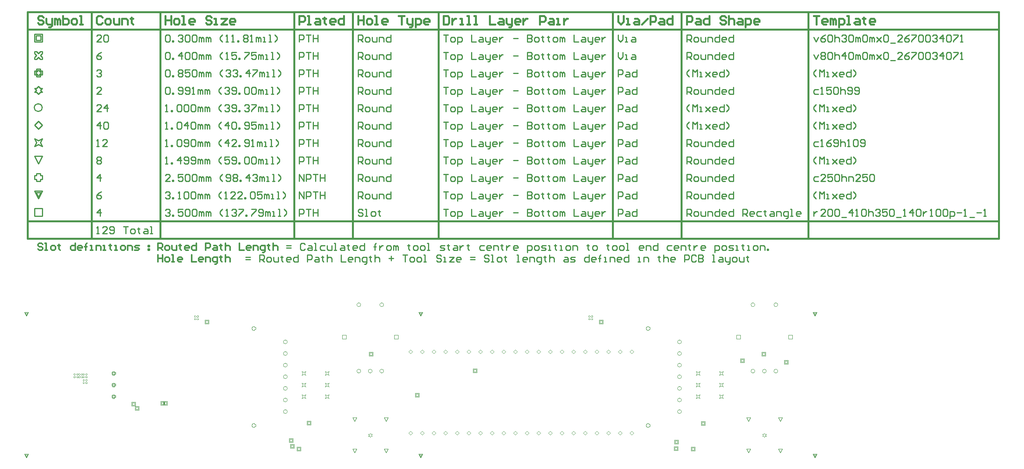
<source format=gbr>
%TF.GenerationSoftware,Altium Limited,Altium Designer,23.7.1 (13)*%
G04 Layer_Color=2752767*
%FSLAX45Y45*%
%MOMM*%
%TF.SameCoordinates,F0F8C17F-0DA8-4E41-987A-5915CA82B15D*%
%TF.FilePolarity,Positive*%
%TF.FileFunction,Drawing*%
%TF.Part,Single*%
G01*
G75*
%TA.AperFunction,NonConductor*%
%ADD56C,0.25400*%
%ADD63C,0.38100*%
%ADD83C,0.08467*%
%ADD84C,0.40640*%
%ADD85C,0.35560*%
D56*
X-8259746Y7960178D02*
G03*
X-8259746Y7960178I-84667J0D01*
G01*
X-8395213Y9433378D02*
X-8293613D01*
Y9534978D01*
X-8395213D02*
X-8293613D01*
X-8395213Y9433378D02*
Y9534978D01*
X-8429079Y9399512D02*
X-8259746D01*
Y9568845D01*
X-8429079D02*
X-8259746D01*
X-8429079Y9399512D02*
Y9568845D01*
Y9018512D02*
Y9060845D01*
X-8386746Y9103178D01*
X-8429079Y9145512D02*
X-8386746Y9103178D01*
X-8429079Y9145512D02*
Y9187845D01*
X-8386746D01*
X-8344413Y9145512D01*
X-8302079Y9187845D01*
X-8259746D01*
Y9145512D02*
Y9187845D01*
X-8302079Y9103178D02*
X-8259746Y9145512D01*
X-8302079Y9103178D02*
X-8259746Y9060845D01*
Y9018512D02*
Y9060845D01*
X-8302079Y9018512D02*
X-8259746D01*
X-8344413Y9060845D02*
X-8302079Y9018512D01*
X-8386746D02*
X-8344413Y9060845D01*
X-8429079Y9018512D02*
X-8386746D01*
X-8395213Y8696778D02*
X-8369813D01*
X-8395213D02*
Y8747578D01*
X-8369813D01*
Y8772978D01*
X-8319013D01*
Y8747578D02*
Y8772978D01*
Y8747578D02*
X-8293613D01*
Y8696778D02*
Y8747578D01*
X-8319013Y8696778D02*
X-8293613D01*
X-8319013Y8671378D02*
Y8696778D01*
X-8369813Y8671378D02*
X-8319013D01*
X-8369813D02*
Y8696778D01*
X-8429079Y8679845D02*
X-8386746D01*
X-8429079D02*
Y8764512D01*
X-8386746D01*
Y8806845D01*
X-8302079D01*
Y8764512D02*
Y8806845D01*
Y8764512D02*
X-8259746D01*
Y8679845D02*
Y8764512D01*
X-8302079Y8679845D02*
X-8259746D01*
X-8302079Y8637512D02*
Y8679845D01*
X-8386746Y8637512D02*
X-8302079D01*
X-8386746D02*
Y8679845D01*
Y8298845D02*
X-8344413Y8256512D01*
X-8429079Y8298845D02*
X-8386746D01*
X-8429079D02*
X-8386746Y8341178D01*
X-8429079Y8383512D02*
X-8386746Y8341178D01*
X-8429079Y8383512D02*
X-8386746D01*
X-8344413Y8425845D01*
X-8302079Y8383512D01*
X-8259746D01*
X-8302079Y8341178D02*
X-8259746Y8383512D01*
X-8302079Y8341178D02*
X-8259746Y8298845D01*
X-8302079D02*
X-8259746D01*
X-8344413Y8256512D02*
X-8302079Y8298845D01*
X-8429079Y7579178D02*
X-8344413Y7494512D01*
X-8259746Y7579178D01*
X-8344413Y7663845D02*
X-8259746Y7579178D01*
X-8429079D02*
X-8344413Y7663845D01*
X-8429079Y7113512D02*
X-8344413Y7155845D01*
X-8259746Y7113512D01*
X-8302079Y7198178D02*
X-8259746Y7113512D01*
X-8302079Y7198178D02*
X-8259746Y7282845D01*
X-8344413Y7240512D02*
X-8259746Y7282845D01*
X-8429079D02*
X-8344413Y7240512D01*
X-8429079Y7282845D02*
X-8386746Y7198178D01*
X-8429079Y7113512D02*
X-8386746Y7198178D01*
X-8344413Y6732512D02*
X-8259746Y6901845D01*
X-8429079D02*
X-8259746D01*
X-8429079D02*
X-8344413Y6732512D01*
X-8429079Y6393845D02*
X-8386746D01*
X-8429079D02*
Y6478512D01*
X-8386746D01*
Y6520845D01*
X-8302079D01*
Y6478512D02*
Y6520845D01*
Y6478512D02*
X-8259746D01*
Y6393845D02*
Y6478512D01*
X-8302079Y6393845D02*
X-8259746D01*
X-8302079Y6351512D02*
Y6393845D01*
X-8386746Y6351512D02*
X-8302079D01*
X-8386746D02*
Y6393845D01*
X-8344413Y6004378D02*
X-8293613Y6105978D01*
X-8395213D02*
X-8293613D01*
X-8395213D02*
X-8344413Y6004378D01*
Y5970512D02*
X-8259746Y6139845D01*
X-8429079D02*
X-8259746D01*
X-8429079D02*
X-8344413Y5970512D01*
X-8429079Y5589512D02*
X-8259746D01*
Y5758845D01*
X-8429079D02*
X-8259746D01*
X-8429079Y5589512D02*
Y5758845D01*
X8574575Y9501079D02*
X8625359Y9399512D01*
X8676143Y9501079D01*
X8828493Y9551863D02*
X8777710Y9526471D01*
X8726926Y9475687D01*
Y9424904D01*
X8752318Y9399512D01*
X8803102D01*
X8828493Y9424904D01*
Y9450295D01*
X8803102Y9475687D01*
X8726926D01*
X8879277Y9526471D02*
X8904669Y9551863D01*
X8955452D01*
X8980844Y9526471D01*
Y9424904D01*
X8955452Y9399512D01*
X8904669D01*
X8879277Y9424904D01*
Y9526471D01*
X9031628Y9551863D02*
Y9399512D01*
Y9475687D01*
X9057019Y9501079D01*
X9107803D01*
X9133195Y9475687D01*
Y9399512D01*
X9183978Y9526471D02*
X9209370Y9551863D01*
X9260154D01*
X9285546Y9526471D01*
Y9501079D01*
X9260154Y9475687D01*
X9234762D01*
X9260154D01*
X9285546Y9450295D01*
Y9424904D01*
X9260154Y9399512D01*
X9209370D01*
X9183978Y9424904D01*
X9336329Y9526471D02*
X9361721Y9551863D01*
X9412504D01*
X9437896Y9526471D01*
Y9424904D01*
X9412504Y9399512D01*
X9361721D01*
X9336329Y9424904D01*
Y9526471D01*
X9488680Y9399512D02*
Y9501079D01*
X9514072D01*
X9539463Y9475687D01*
Y9399512D01*
Y9475687D01*
X9564855Y9501079D01*
X9590247Y9475687D01*
Y9399512D01*
X9641031Y9526471D02*
X9666422Y9551863D01*
X9717206D01*
X9742598Y9526471D01*
Y9424904D01*
X9717206Y9399512D01*
X9666422D01*
X9641031Y9424904D01*
Y9526471D01*
X9793381Y9399512D02*
Y9501079D01*
X9818773D01*
X9844165Y9475687D01*
Y9399512D01*
Y9475687D01*
X9869557Y9501079D01*
X9894948Y9475687D01*
Y9399512D01*
X9945732Y9501079D02*
X10047299Y9399512D01*
X9996515Y9450295D01*
X10047299Y9501079D01*
X9945732Y9399512D01*
X10098083Y9526471D02*
X10123475Y9551863D01*
X10174258D01*
X10199650Y9526471D01*
Y9424904D01*
X10174258Y9399512D01*
X10123475D01*
X10098083Y9424904D01*
Y9526471D01*
X10250433Y9374120D02*
X10352001D01*
X10504351Y9399512D02*
X10402784D01*
X10504351Y9501079D01*
Y9526471D01*
X10478959Y9551863D01*
X10428176D01*
X10402784Y9526471D01*
X10656702Y9551863D02*
X10605918Y9526471D01*
X10555135Y9475687D01*
Y9424904D01*
X10580527Y9399512D01*
X10631310D01*
X10656702Y9424904D01*
Y9450295D01*
X10631310Y9475687D01*
X10555135D01*
X10707486Y9551863D02*
X10809053D01*
Y9526471D01*
X10707486Y9424904D01*
Y9399512D01*
X10859836Y9526471D02*
X10885228Y9551863D01*
X10936012D01*
X10961404Y9526471D01*
Y9424904D01*
X10936012Y9399512D01*
X10885228D01*
X10859836Y9424904D01*
Y9526471D01*
X11012187D02*
X11037579Y9551863D01*
X11088362D01*
X11113754Y9526471D01*
Y9424904D01*
X11088362Y9399512D01*
X11037579D01*
X11012187Y9424904D01*
Y9526471D01*
X11164538D02*
X11189930Y9551863D01*
X11240713D01*
X11266105Y9526471D01*
Y9501079D01*
X11240713Y9475687D01*
X11215321D01*
X11240713D01*
X11266105Y9450295D01*
Y9424904D01*
X11240713Y9399512D01*
X11189930D01*
X11164538Y9424904D01*
X11393064Y9399512D02*
Y9551863D01*
X11316888Y9475687D01*
X11418456D01*
X11469239Y9526471D02*
X11494631Y9551863D01*
X11545415D01*
X11570806Y9526471D01*
Y9424904D01*
X11545415Y9399512D01*
X11494631D01*
X11469239Y9424904D01*
Y9526471D01*
X11621590Y9551863D02*
X11723157D01*
Y9526471D01*
X11621590Y9424904D01*
Y9399512D01*
X11773941D02*
X11824724D01*
X11799333D01*
Y9551863D01*
X11773941Y9526471D01*
X8574575Y9120079D02*
X8625359Y9018512D01*
X8676143Y9120079D01*
X8726926Y9145471D02*
X8752318Y9170863D01*
X8803102D01*
X8828493Y9145471D01*
Y9120079D01*
X8803102Y9094687D01*
X8828493Y9069295D01*
Y9043904D01*
X8803102Y9018512D01*
X8752318D01*
X8726926Y9043904D01*
Y9069295D01*
X8752318Y9094687D01*
X8726926Y9120079D01*
Y9145471D01*
X8752318Y9094687D02*
X8803102D01*
X8879277Y9145471D02*
X8904669Y9170863D01*
X8955452D01*
X8980844Y9145471D01*
Y9043904D01*
X8955452Y9018512D01*
X8904669D01*
X8879277Y9043904D01*
Y9145471D01*
X9031628Y9170863D02*
Y9018512D01*
Y9094687D01*
X9057019Y9120079D01*
X9107803D01*
X9133195Y9094687D01*
Y9018512D01*
X9260154D02*
Y9170863D01*
X9183978Y9094687D01*
X9285546D01*
X9336329Y9145471D02*
X9361721Y9170863D01*
X9412504D01*
X9437896Y9145471D01*
Y9043904D01*
X9412504Y9018512D01*
X9361721D01*
X9336329Y9043904D01*
Y9145471D01*
X9488680Y9018512D02*
Y9120079D01*
X9514072D01*
X9539463Y9094687D01*
Y9018512D01*
Y9094687D01*
X9564855Y9120079D01*
X9590247Y9094687D01*
Y9018512D01*
X9641031Y9145471D02*
X9666422Y9170863D01*
X9717206D01*
X9742598Y9145471D01*
Y9043904D01*
X9717206Y9018512D01*
X9666422D01*
X9641031Y9043904D01*
Y9145471D01*
X9793381Y9018512D02*
Y9120079D01*
X9818773D01*
X9844165Y9094687D01*
Y9018512D01*
Y9094687D01*
X9869557Y9120079D01*
X9894948Y9094687D01*
Y9018512D01*
X9945732Y9120079D02*
X10047299Y9018512D01*
X9996515Y9069295D01*
X10047299Y9120079D01*
X9945732Y9018512D01*
X10098083Y9145471D02*
X10123475Y9170863D01*
X10174258D01*
X10199650Y9145471D01*
Y9043904D01*
X10174258Y9018512D01*
X10123475D01*
X10098083Y9043904D01*
Y9145471D01*
X10250433Y8993120D02*
X10352001D01*
X10504351Y9018512D02*
X10402784D01*
X10504351Y9120079D01*
Y9145471D01*
X10478959Y9170863D01*
X10428176D01*
X10402784Y9145471D01*
X10656702Y9170863D02*
X10605918Y9145471D01*
X10555135Y9094687D01*
Y9043904D01*
X10580527Y9018512D01*
X10631310D01*
X10656702Y9043904D01*
Y9069295D01*
X10631310Y9094687D01*
X10555135D01*
X10707486Y9170863D02*
X10809053D01*
Y9145471D01*
X10707486Y9043904D01*
Y9018512D01*
X10859836Y9145471D02*
X10885228Y9170863D01*
X10936012D01*
X10961404Y9145471D01*
Y9043904D01*
X10936012Y9018512D01*
X10885228D01*
X10859836Y9043904D01*
Y9145471D01*
X11012187D02*
X11037579Y9170863D01*
X11088362D01*
X11113754Y9145471D01*
Y9043904D01*
X11088362Y9018512D01*
X11037579D01*
X11012187Y9043904D01*
Y9145471D01*
X11164538D02*
X11189930Y9170863D01*
X11240713D01*
X11266105Y9145471D01*
Y9120079D01*
X11240713Y9094687D01*
X11215321D01*
X11240713D01*
X11266105Y9069295D01*
Y9043904D01*
X11240713Y9018512D01*
X11189930D01*
X11164538Y9043904D01*
X11393064Y9018512D02*
Y9170863D01*
X11316888Y9094687D01*
X11418456D01*
X11469239Y9145471D02*
X11494631Y9170863D01*
X11545415D01*
X11570806Y9145471D01*
Y9043904D01*
X11545415Y9018512D01*
X11494631D01*
X11469239Y9043904D01*
Y9145471D01*
X11621590Y9170863D02*
X11723157D01*
Y9145471D01*
X11621590Y9043904D01*
Y9018512D01*
X11773941D02*
X11824724D01*
X11799333D01*
Y9170863D01*
X11773941Y9145471D01*
X8625359Y8637512D02*
X8574575Y8688295D01*
Y8739079D01*
X8625359Y8789863D01*
X8701534Y8637512D02*
Y8789863D01*
X8752318Y8739079D01*
X8803102Y8789863D01*
Y8637512D01*
X8853885D02*
X8904668D01*
X8879277D01*
Y8739079D01*
X8853885D01*
X8980844D02*
X9082411Y8637512D01*
X9031627Y8688295D01*
X9082411Y8739079D01*
X8980844Y8637512D01*
X9209370D02*
X9158586D01*
X9133195Y8662904D01*
Y8713687D01*
X9158586Y8739079D01*
X9209370D01*
X9234762Y8713687D01*
Y8688295D01*
X9133195D01*
X9387113Y8789863D02*
Y8637512D01*
X9310937D01*
X9285545Y8662904D01*
Y8713687D01*
X9310937Y8739079D01*
X9387113D01*
X9437896Y8637512D02*
X9488680Y8688295D01*
Y8739079D01*
X9437896Y8789863D01*
X8676143Y8358079D02*
X8599967D01*
X8574575Y8332687D01*
Y8281904D01*
X8599967Y8256512D01*
X8676143D01*
X8726926D02*
X8777710D01*
X8752318D01*
Y8408863D01*
X8726926Y8383471D01*
X8955452Y8408863D02*
X8853885D01*
Y8332687D01*
X8904668Y8358079D01*
X8930060D01*
X8955452Y8332687D01*
Y8281904D01*
X8930060Y8256512D01*
X8879277D01*
X8853885Y8281904D01*
X9006236Y8383471D02*
X9031628Y8408863D01*
X9082411D01*
X9107803Y8383471D01*
Y8281904D01*
X9082411Y8256512D01*
X9031628D01*
X9006236Y8281904D01*
Y8383471D01*
X9158586Y8408863D02*
Y8256512D01*
Y8332687D01*
X9183978Y8358079D01*
X9234762D01*
X9260154Y8332687D01*
Y8256512D01*
X9310937Y8281904D02*
X9336329Y8256512D01*
X9387113D01*
X9412504Y8281904D01*
Y8383471D01*
X9387113Y8408863D01*
X9336329D01*
X9310937Y8383471D01*
Y8358079D01*
X9336329Y8332687D01*
X9412504D01*
X9463288Y8281904D02*
X9488680Y8256512D01*
X9539463D01*
X9564855Y8281904D01*
Y8383471D01*
X9539463Y8408863D01*
X9488680D01*
X9463288Y8383471D01*
Y8358079D01*
X9488680Y8332687D01*
X9564855D01*
X8625359Y7875512D02*
X8574575Y7926295D01*
Y7977079D01*
X8625359Y8027863D01*
X8701534Y7875512D02*
Y8027863D01*
X8752318Y7977079D01*
X8803102Y8027863D01*
Y7875512D01*
X8853885D02*
X8904668D01*
X8879277D01*
Y7977079D01*
X8853885D01*
X8980844D02*
X9082411Y7875512D01*
X9031627Y7926295D01*
X9082411Y7977079D01*
X8980844Y7875512D01*
X9209370D02*
X9158586D01*
X9133195Y7900904D01*
Y7951687D01*
X9158586Y7977079D01*
X9209370D01*
X9234762Y7951687D01*
Y7926295D01*
X9133195D01*
X9387113Y8027863D02*
Y7875512D01*
X9310937D01*
X9285545Y7900904D01*
Y7951687D01*
X9310937Y7977079D01*
X9387113D01*
X9437896Y7875512D02*
X9488680Y7926295D01*
Y7977079D01*
X9437896Y8027863D01*
X8625359Y7494512D02*
X8574575Y7545295D01*
Y7596079D01*
X8625359Y7646863D01*
X8701534Y7494512D02*
Y7646863D01*
X8752318Y7596079D01*
X8803102Y7646863D01*
Y7494512D01*
X8853885D02*
X8904668D01*
X8879277D01*
Y7596079D01*
X8853885D01*
X8980844D02*
X9082411Y7494512D01*
X9031627Y7545295D01*
X9082411Y7596079D01*
X8980844Y7494512D01*
X9209370D02*
X9158586D01*
X9133195Y7519904D01*
Y7570687D01*
X9158586Y7596079D01*
X9209370D01*
X9234762Y7570687D01*
Y7545295D01*
X9133195D01*
X9387113Y7646863D02*
Y7494512D01*
X9310937D01*
X9285545Y7519904D01*
Y7570687D01*
X9310937Y7596079D01*
X9387113D01*
X9437896Y7494512D02*
X9488680Y7545295D01*
Y7596079D01*
X9437896Y7646863D01*
X8676143Y7215079D02*
X8599967D01*
X8574575Y7189687D01*
Y7138904D01*
X8599967Y7113512D01*
X8676143D01*
X8726926D02*
X8777710D01*
X8752318D01*
Y7265863D01*
X8726926Y7240471D01*
X8955452Y7265863D02*
X8904668Y7240471D01*
X8853885Y7189687D01*
Y7138904D01*
X8879277Y7113512D01*
X8930060D01*
X8955452Y7138904D01*
Y7164295D01*
X8930060Y7189687D01*
X8853885D01*
X9006236Y7138904D02*
X9031628Y7113512D01*
X9082411D01*
X9107803Y7138904D01*
Y7240471D01*
X9082411Y7265863D01*
X9031628D01*
X9006236Y7240471D01*
Y7215079D01*
X9031628Y7189687D01*
X9107803D01*
X9158586Y7265863D02*
Y7113512D01*
Y7189687D01*
X9183978Y7215079D01*
X9234762D01*
X9260154Y7189687D01*
Y7113512D01*
X9310937D02*
X9361721D01*
X9336329D01*
Y7265863D01*
X9310937Y7240471D01*
X9437896D02*
X9463288Y7265863D01*
X9514071D01*
X9539463Y7240471D01*
Y7138904D01*
X9514071Y7113512D01*
X9463288D01*
X9437896Y7138904D01*
Y7240471D01*
X9590247Y7138904D02*
X9615639Y7113512D01*
X9666422D01*
X9691814Y7138904D01*
Y7240471D01*
X9666422Y7265863D01*
X9615639D01*
X9590247Y7240471D01*
Y7215079D01*
X9615639Y7189687D01*
X9691814D01*
X8625359Y6732512D02*
X8574575Y6783295D01*
Y6834079D01*
X8625359Y6884863D01*
X8701534Y6732512D02*
Y6884863D01*
X8752318Y6834079D01*
X8803102Y6884863D01*
Y6732512D01*
X8853885D02*
X8904668D01*
X8879277D01*
Y6834079D01*
X8853885D01*
X8980844D02*
X9082411Y6732512D01*
X9031627Y6783295D01*
X9082411Y6834079D01*
X8980844Y6732512D01*
X9209370D02*
X9158586D01*
X9133195Y6757904D01*
Y6808687D01*
X9158586Y6834079D01*
X9209370D01*
X9234762Y6808687D01*
Y6783295D01*
X9133195D01*
X9387113Y6884863D02*
Y6732512D01*
X9310937D01*
X9285545Y6757904D01*
Y6808687D01*
X9310937Y6834079D01*
X9387113D01*
X9437896Y6732512D02*
X9488680Y6783295D01*
Y6834079D01*
X9437896Y6884863D01*
X8676143Y6453079D02*
X8599967D01*
X8574575Y6427687D01*
Y6376904D01*
X8599967Y6351512D01*
X8676143D01*
X8828493D02*
X8726926D01*
X8828493Y6453079D01*
Y6478471D01*
X8803102Y6503863D01*
X8752318D01*
X8726926Y6478471D01*
X8980844Y6503863D02*
X8879277D01*
Y6427687D01*
X8930060Y6453079D01*
X8955452D01*
X8980844Y6427687D01*
Y6376904D01*
X8955452Y6351512D01*
X8904669D01*
X8879277Y6376904D01*
X9031628Y6478471D02*
X9057019Y6503863D01*
X9107803D01*
X9133195Y6478471D01*
Y6376904D01*
X9107803Y6351512D01*
X9057019D01*
X9031628Y6376904D01*
Y6478471D01*
X9183978Y6503863D02*
Y6351512D01*
Y6427687D01*
X9209370Y6453079D01*
X9260154D01*
X9285546Y6427687D01*
Y6351512D01*
X9336329D02*
Y6453079D01*
X9412504D01*
X9437896Y6427687D01*
Y6351512D01*
X9590247D02*
X9488680D01*
X9590247Y6453079D01*
Y6478471D01*
X9564855Y6503863D01*
X9514072D01*
X9488680Y6478471D01*
X9742598Y6503863D02*
X9641031D01*
Y6427687D01*
X9691814Y6453079D01*
X9717206D01*
X9742598Y6427687D01*
Y6376904D01*
X9717206Y6351512D01*
X9666422D01*
X9641031Y6376904D01*
X9793381Y6478471D02*
X9818773Y6503863D01*
X9869557D01*
X9894948Y6478471D01*
Y6376904D01*
X9869557Y6351512D01*
X9818773D01*
X9793381Y6376904D01*
Y6478471D01*
X8625359Y5970512D02*
X8574575Y6021295D01*
Y6072079D01*
X8625359Y6122863D01*
X8701534Y5970512D02*
Y6122863D01*
X8752318Y6072079D01*
X8803102Y6122863D01*
Y5970512D01*
X8853885D02*
X8904668D01*
X8879277D01*
Y6072079D01*
X8853885D01*
X8980844D02*
X9082411Y5970512D01*
X9031627Y6021295D01*
X9082411Y6072079D01*
X8980844Y5970512D01*
X9209370D02*
X9158586D01*
X9133195Y5995904D01*
Y6046687D01*
X9158586Y6072079D01*
X9209370D01*
X9234762Y6046687D01*
Y6021295D01*
X9133195D01*
X9387113Y6122863D02*
Y5970512D01*
X9310937D01*
X9285545Y5995904D01*
Y6046687D01*
X9310937Y6072079D01*
X9387113D01*
X9437896Y5970512D02*
X9488680Y6021295D01*
Y6072079D01*
X9437896Y6122863D01*
X8574575Y5691079D02*
Y5589512D01*
Y5640295D01*
X8599967Y5665687D01*
X8625359Y5691079D01*
X8650751D01*
X8828493Y5589512D02*
X8726926D01*
X8828493Y5691079D01*
Y5716471D01*
X8803102Y5741863D01*
X8752318D01*
X8726926Y5716471D01*
X8879277D02*
X8904669Y5741863D01*
X8955452D01*
X8980844Y5716471D01*
Y5614904D01*
X8955452Y5589512D01*
X8904669D01*
X8879277Y5614904D01*
Y5716471D01*
X9031628D02*
X9057019Y5741863D01*
X9107803D01*
X9133195Y5716471D01*
Y5614904D01*
X9107803Y5589512D01*
X9057019D01*
X9031628Y5614904D01*
Y5716471D01*
X9183978Y5564120D02*
X9285546D01*
X9412504Y5589512D02*
Y5741863D01*
X9336329Y5665687D01*
X9437896D01*
X9488680Y5589512D02*
X9539463D01*
X9514072D01*
Y5741863D01*
X9488680Y5716471D01*
X9615639D02*
X9641031Y5741863D01*
X9691814D01*
X9717206Y5716471D01*
Y5614904D01*
X9691814Y5589512D01*
X9641031D01*
X9615639Y5614904D01*
Y5716471D01*
X9767989Y5741863D02*
Y5589512D01*
Y5665687D01*
X9793381Y5691079D01*
X9844165D01*
X9869557Y5665687D01*
Y5589512D01*
X9920340Y5716471D02*
X9945732Y5741863D01*
X9996515D01*
X10021907Y5716471D01*
Y5691079D01*
X9996515Y5665687D01*
X9971124D01*
X9996515D01*
X10021907Y5640295D01*
Y5614904D01*
X9996515Y5589512D01*
X9945732D01*
X9920340Y5614904D01*
X10174258Y5741863D02*
X10072691D01*
Y5665687D01*
X10123474Y5691079D01*
X10148866D01*
X10174258Y5665687D01*
Y5614904D01*
X10148866Y5589512D01*
X10098083D01*
X10072691Y5614904D01*
X10225042Y5716471D02*
X10250433Y5741863D01*
X10301217D01*
X10326609Y5716471D01*
Y5614904D01*
X10301217Y5589512D01*
X10250433D01*
X10225042Y5614904D01*
Y5716471D01*
X10377392Y5564120D02*
X10478959D01*
X10529743Y5589512D02*
X10580526D01*
X10555135D01*
Y5741863D01*
X10529743Y5716471D01*
X10732877Y5589512D02*
Y5741863D01*
X10656702Y5665687D01*
X10758269D01*
X10809053Y5716471D02*
X10834444Y5741863D01*
X10885228D01*
X10910620Y5716471D01*
Y5614904D01*
X10885228Y5589512D01*
X10834444D01*
X10809053Y5614904D01*
Y5716471D01*
X10961403Y5691079D02*
Y5589512D01*
Y5640295D01*
X10986795Y5665687D01*
X11012187Y5691079D01*
X11037579D01*
X11113754Y5589512D02*
X11164537D01*
X11139146D01*
Y5741863D01*
X11113754Y5716471D01*
X11240713D02*
X11266105Y5741863D01*
X11316888D01*
X11342280Y5716471D01*
Y5614904D01*
X11316888Y5589512D01*
X11266105D01*
X11240713Y5614904D01*
Y5716471D01*
X11393064D02*
X11418455Y5741863D01*
X11469239D01*
X11494631Y5716471D01*
Y5614904D01*
X11469239Y5589512D01*
X11418455D01*
X11393064Y5614904D01*
Y5716471D01*
X11545414Y5538728D02*
Y5691079D01*
X11621590D01*
X11646982Y5665687D01*
Y5614904D01*
X11621590Y5589512D01*
X11545414D01*
X11697765Y5665687D02*
X11799332D01*
X11850116Y5589512D02*
X11900899D01*
X11875508D01*
Y5741863D01*
X11850116Y5716471D01*
X11977075Y5564120D02*
X12078642D01*
X12129425Y5665687D02*
X12230993D01*
X12281776Y5589512D02*
X12332560D01*
X12307168D01*
Y5741863D01*
X12281776Y5716471D01*
X5806780Y9399512D02*
Y9551863D01*
X5882956D01*
X5908348Y9526471D01*
Y9475687D01*
X5882956Y9450295D01*
X5806780D01*
X5857564D02*
X5908348Y9399512D01*
X5984523D02*
X6035306D01*
X6060698Y9424904D01*
Y9475687D01*
X6035306Y9501079D01*
X5984523D01*
X5959131Y9475687D01*
Y9424904D01*
X5984523Y9399512D01*
X6111482Y9501079D02*
Y9424904D01*
X6136874Y9399512D01*
X6213049D01*
Y9501079D01*
X6263833Y9399512D02*
Y9501079D01*
X6340008D01*
X6365400Y9475687D01*
Y9399512D01*
X6517750Y9551863D02*
Y9399512D01*
X6441575D01*
X6416183Y9424904D01*
Y9475687D01*
X6441575Y9501079D01*
X6517750D01*
X6644709Y9399512D02*
X6593926D01*
X6568534Y9424904D01*
Y9475687D01*
X6593926Y9501079D01*
X6644709D01*
X6670101Y9475687D01*
Y9450295D01*
X6568534D01*
X6822452Y9551863D02*
Y9399512D01*
X6746277D01*
X6720885Y9424904D01*
Y9475687D01*
X6746277Y9501079D01*
X6822452D01*
X5806780Y9018512D02*
Y9170863D01*
X5882956D01*
X5908348Y9145471D01*
Y9094687D01*
X5882956Y9069295D01*
X5806780D01*
X5857564D02*
X5908348Y9018512D01*
X5984523D02*
X6035306D01*
X6060698Y9043904D01*
Y9094687D01*
X6035306Y9120079D01*
X5984523D01*
X5959131Y9094687D01*
Y9043904D01*
X5984523Y9018512D01*
X6111482Y9120079D02*
Y9043904D01*
X6136874Y9018512D01*
X6213049D01*
Y9120079D01*
X6263833Y9018512D02*
Y9120079D01*
X6340008D01*
X6365400Y9094687D01*
Y9018512D01*
X6517750Y9170863D02*
Y9018512D01*
X6441575D01*
X6416183Y9043904D01*
Y9094687D01*
X6441575Y9120079D01*
X6517750D01*
X6644709Y9018512D02*
X6593926D01*
X6568534Y9043904D01*
Y9094687D01*
X6593926Y9120079D01*
X6644709D01*
X6670101Y9094687D01*
Y9069295D01*
X6568534D01*
X6822452Y9170863D02*
Y9018512D01*
X6746277D01*
X6720885Y9043904D01*
Y9094687D01*
X6746277Y9120079D01*
X6822452D01*
X5857564Y8637512D02*
X5806780Y8688295D01*
Y8739079D01*
X5857564Y8789863D01*
X5933739Y8637512D02*
Y8789863D01*
X5984523Y8739079D01*
X6035306Y8789863D01*
Y8637512D01*
X6086090D02*
X6136873D01*
X6111482D01*
Y8739079D01*
X6086090D01*
X6213049D02*
X6314616Y8637512D01*
X6263832Y8688295D01*
X6314616Y8739079D01*
X6213049Y8637512D01*
X6441575D02*
X6390791D01*
X6365400Y8662904D01*
Y8713687D01*
X6390791Y8739079D01*
X6441575D01*
X6466967Y8713687D01*
Y8688295D01*
X6365400D01*
X6619317Y8789863D02*
Y8637512D01*
X6543142D01*
X6517750Y8662904D01*
Y8713687D01*
X6543142Y8739079D01*
X6619317D01*
X6670101Y8637512D02*
X6720884Y8688295D01*
Y8739079D01*
X6670101Y8789863D01*
X5806780Y8256512D02*
Y8408863D01*
X5882956D01*
X5908348Y8383471D01*
Y8332687D01*
X5882956Y8307295D01*
X5806780D01*
X5857564D02*
X5908348Y8256512D01*
X5984523D02*
X6035306D01*
X6060698Y8281904D01*
Y8332687D01*
X6035306Y8358079D01*
X5984523D01*
X5959131Y8332687D01*
Y8281904D01*
X5984523Y8256512D01*
X6111482Y8358079D02*
Y8281904D01*
X6136874Y8256512D01*
X6213049D01*
Y8358079D01*
X6263833Y8256512D02*
Y8358079D01*
X6340008D01*
X6365400Y8332687D01*
Y8256512D01*
X6517750Y8408863D02*
Y8256512D01*
X6441575D01*
X6416183Y8281904D01*
Y8332687D01*
X6441575Y8358079D01*
X6517750D01*
X6644709Y8256512D02*
X6593926D01*
X6568534Y8281904D01*
Y8332687D01*
X6593926Y8358079D01*
X6644709D01*
X6670101Y8332687D01*
Y8307295D01*
X6568534D01*
X6822452Y8408863D02*
Y8256512D01*
X6746277D01*
X6720885Y8281904D01*
Y8332687D01*
X6746277Y8358079D01*
X6822452D01*
X5857564Y7875512D02*
X5806780Y7926295D01*
Y7977079D01*
X5857564Y8027863D01*
X5933739Y7875512D02*
Y8027863D01*
X5984523Y7977079D01*
X6035306Y8027863D01*
Y7875512D01*
X6086090D02*
X6136873D01*
X6111482D01*
Y7977079D01*
X6086090D01*
X6213049D02*
X6314616Y7875512D01*
X6263832Y7926295D01*
X6314616Y7977079D01*
X6213049Y7875512D01*
X6441575D02*
X6390791D01*
X6365400Y7900904D01*
Y7951687D01*
X6390791Y7977079D01*
X6441575D01*
X6466967Y7951687D01*
Y7926295D01*
X6365400D01*
X6619317Y8027863D02*
Y7875512D01*
X6543142D01*
X6517750Y7900904D01*
Y7951687D01*
X6543142Y7977079D01*
X6619317D01*
X6670101Y7875512D02*
X6720884Y7926295D01*
Y7977079D01*
X6670101Y8027863D01*
X5857564Y7494512D02*
X5806780Y7545295D01*
Y7596079D01*
X5857564Y7646863D01*
X5933739Y7494512D02*
Y7646863D01*
X5984523Y7596079D01*
X6035306Y7646863D01*
Y7494512D01*
X6086090D02*
X6136873D01*
X6111482D01*
Y7596079D01*
X6086090D01*
X6213049D02*
X6314616Y7494512D01*
X6263832Y7545295D01*
X6314616Y7596079D01*
X6213049Y7494512D01*
X6441575D02*
X6390791D01*
X6365400Y7519904D01*
Y7570687D01*
X6390791Y7596079D01*
X6441575D01*
X6466967Y7570687D01*
Y7545295D01*
X6365400D01*
X6619317Y7646863D02*
Y7494512D01*
X6543142D01*
X6517750Y7519904D01*
Y7570687D01*
X6543142Y7596079D01*
X6619317D01*
X6670101Y7494512D02*
X6720884Y7545295D01*
Y7596079D01*
X6670101Y7646863D01*
X5806780Y7113512D02*
Y7265863D01*
X5882956D01*
X5908348Y7240471D01*
Y7189687D01*
X5882956Y7164295D01*
X5806780D01*
X5857564D02*
X5908348Y7113512D01*
X5984523D02*
X6035306D01*
X6060698Y7138904D01*
Y7189687D01*
X6035306Y7215079D01*
X5984523D01*
X5959131Y7189687D01*
Y7138904D01*
X5984523Y7113512D01*
X6111482Y7215079D02*
Y7138904D01*
X6136874Y7113512D01*
X6213049D01*
Y7215079D01*
X6263833Y7113512D02*
Y7215079D01*
X6340008D01*
X6365400Y7189687D01*
Y7113512D01*
X6517750Y7265863D02*
Y7113512D01*
X6441575D01*
X6416183Y7138904D01*
Y7189687D01*
X6441575Y7215079D01*
X6517750D01*
X6644709Y7113512D02*
X6593926D01*
X6568534Y7138904D01*
Y7189687D01*
X6593926Y7215079D01*
X6644709D01*
X6670101Y7189687D01*
Y7164295D01*
X6568534D01*
X6822452Y7265863D02*
Y7113512D01*
X6746277D01*
X6720885Y7138904D01*
Y7189687D01*
X6746277Y7215079D01*
X6822452D01*
X5806780Y6732512D02*
Y6884863D01*
X5882956D01*
X5908348Y6859471D01*
Y6808687D01*
X5882956Y6783295D01*
X5806780D01*
X5857564D02*
X5908348Y6732512D01*
X5984523D02*
X6035306D01*
X6060698Y6757904D01*
Y6808687D01*
X6035306Y6834079D01*
X5984523D01*
X5959131Y6808687D01*
Y6757904D01*
X5984523Y6732512D01*
X6111482Y6834079D02*
Y6757904D01*
X6136874Y6732512D01*
X6213049D01*
Y6834079D01*
X6263833Y6732512D02*
Y6834079D01*
X6340008D01*
X6365400Y6808687D01*
Y6732512D01*
X6517750Y6884863D02*
Y6732512D01*
X6441575D01*
X6416183Y6757904D01*
Y6808687D01*
X6441575Y6834079D01*
X6517750D01*
X6644709Y6732512D02*
X6593926D01*
X6568534Y6757904D01*
Y6808687D01*
X6593926Y6834079D01*
X6644709D01*
X6670101Y6808687D01*
Y6783295D01*
X6568534D01*
X6822452Y6884863D02*
Y6732512D01*
X6746277D01*
X6720885Y6757904D01*
Y6808687D01*
X6746277Y6834079D01*
X6822452D01*
X5806780Y6351512D02*
Y6503863D01*
X5882956D01*
X5908348Y6478471D01*
Y6427687D01*
X5882956Y6402295D01*
X5806780D01*
X5857564D02*
X5908348Y6351512D01*
X5984523D02*
X6035306D01*
X6060698Y6376904D01*
Y6427687D01*
X6035306Y6453079D01*
X5984523D01*
X5959131Y6427687D01*
Y6376904D01*
X5984523Y6351512D01*
X6111482Y6453079D02*
Y6376904D01*
X6136874Y6351512D01*
X6213049D01*
Y6453079D01*
X6263833Y6351512D02*
Y6453079D01*
X6340008D01*
X6365400Y6427687D01*
Y6351512D01*
X6517750Y6503863D02*
Y6351512D01*
X6441575D01*
X6416183Y6376904D01*
Y6427687D01*
X6441575Y6453079D01*
X6517750D01*
X6644709Y6351512D02*
X6593926D01*
X6568534Y6376904D01*
Y6427687D01*
X6593926Y6453079D01*
X6644709D01*
X6670101Y6427687D01*
Y6402295D01*
X6568534D01*
X6822452Y6503863D02*
Y6351512D01*
X6746277D01*
X6720885Y6376904D01*
Y6427687D01*
X6746277Y6453079D01*
X6822452D01*
X5806780Y5970512D02*
Y6122863D01*
X5882956D01*
X5908348Y6097471D01*
Y6046687D01*
X5882956Y6021295D01*
X5806780D01*
X5857564D02*
X5908348Y5970512D01*
X5984523D02*
X6035306D01*
X6060698Y5995904D01*
Y6046687D01*
X6035306Y6072079D01*
X5984523D01*
X5959131Y6046687D01*
Y5995904D01*
X5984523Y5970512D01*
X6111482Y6072079D02*
Y5995904D01*
X6136874Y5970512D01*
X6213049D01*
Y6072079D01*
X6263833Y5970512D02*
Y6072079D01*
X6340008D01*
X6365400Y6046687D01*
Y5970512D01*
X6517750Y6122863D02*
Y5970512D01*
X6441575D01*
X6416183Y5995904D01*
Y6046687D01*
X6441575Y6072079D01*
X6517750D01*
X6644709Y5970512D02*
X6593926D01*
X6568534Y5995904D01*
Y6046687D01*
X6593926Y6072079D01*
X6644709D01*
X6670101Y6046687D01*
Y6021295D01*
X6568534D01*
X6822452Y6122863D02*
Y5970512D01*
X6746277D01*
X6720885Y5995904D01*
Y6046687D01*
X6746277Y6072079D01*
X6822452D01*
X5806780Y5589512D02*
Y5741863D01*
X5882956D01*
X5908348Y5716471D01*
Y5665687D01*
X5882956Y5640295D01*
X5806780D01*
X5857564D02*
X5908348Y5589512D01*
X5984523D02*
X6035306D01*
X6060698Y5614904D01*
Y5665687D01*
X6035306Y5691079D01*
X5984523D01*
X5959131Y5665687D01*
Y5614904D01*
X5984523Y5589512D01*
X6111482Y5691079D02*
Y5614904D01*
X6136874Y5589512D01*
X6213049D01*
Y5691079D01*
X6263833Y5589512D02*
Y5691079D01*
X6340008D01*
X6365400Y5665687D01*
Y5589512D01*
X6517750Y5741863D02*
Y5589512D01*
X6441575D01*
X6416183Y5614904D01*
Y5665687D01*
X6441575Y5691079D01*
X6517750D01*
X6644709Y5589512D02*
X6593926D01*
X6568534Y5614904D01*
Y5665687D01*
X6593926Y5691079D01*
X6644709D01*
X6670101Y5665687D01*
Y5640295D01*
X6568534D01*
X6822452Y5741863D02*
Y5589512D01*
X6746277D01*
X6720885Y5614904D01*
Y5665687D01*
X6746277Y5691079D01*
X6822452D01*
X7025586Y5589512D02*
Y5741863D01*
X7101762D01*
X7127153Y5716471D01*
Y5665687D01*
X7101762Y5640295D01*
X7025586D01*
X7076370D02*
X7127153Y5589512D01*
X7254112D02*
X7203329D01*
X7177937Y5614904D01*
Y5665687D01*
X7203329Y5691079D01*
X7254112D01*
X7279504Y5665687D01*
Y5640295D01*
X7177937D01*
X7431855Y5691079D02*
X7355679D01*
X7330288Y5665687D01*
Y5614904D01*
X7355679Y5589512D01*
X7431855D01*
X7508030Y5716471D02*
Y5691079D01*
X7482638D01*
X7533422D01*
X7508030D01*
Y5614904D01*
X7533422Y5589512D01*
X7634989Y5691079D02*
X7685773D01*
X7711164Y5665687D01*
Y5589512D01*
X7634989D01*
X7609597Y5614904D01*
X7634989Y5640295D01*
X7711164D01*
X7761948Y5589512D02*
Y5691079D01*
X7838123D01*
X7863515Y5665687D01*
Y5589512D01*
X7965082Y5538728D02*
X7990474D01*
X8015866Y5564120D01*
Y5691079D01*
X7939690D01*
X7914299Y5665687D01*
Y5614904D01*
X7939690Y5589512D01*
X8015866D01*
X8066649D02*
X8117433D01*
X8092041D01*
Y5741863D01*
X8066649D01*
X8269784Y5589512D02*
X8219000D01*
X8193608Y5614904D01*
Y5665687D01*
X8219000Y5691079D01*
X8269784D01*
X8295175Y5665687D01*
Y5640295D01*
X8193608D01*
X4308565Y9551863D02*
Y9450295D01*
X4359348Y9399512D01*
X4410132Y9450295D01*
Y9551863D01*
X4460916Y9399512D02*
X4511699D01*
X4486308D01*
Y9501079D01*
X4460916D01*
X4613266D02*
X4664050D01*
X4689442Y9475687D01*
Y9399512D01*
X4613266D01*
X4587874Y9424904D01*
X4613266Y9450295D01*
X4689442D01*
X4308565Y9170863D02*
Y9069295D01*
X4359348Y9018512D01*
X4410132Y9069295D01*
Y9170863D01*
X4460916Y9018512D02*
X4511699D01*
X4486308D01*
Y9120079D01*
X4460916D01*
X4613266D02*
X4664050D01*
X4689442Y9094687D01*
Y9018512D01*
X4613266D01*
X4587874Y9043904D01*
X4613266Y9069295D01*
X4689442D01*
X4308565Y8637512D02*
Y8789863D01*
X4384740D01*
X4410132Y8764471D01*
Y8713687D01*
X4384740Y8688295D01*
X4308565D01*
X4486308Y8739079D02*
X4537091D01*
X4562483Y8713687D01*
Y8637512D01*
X4486308D01*
X4460916Y8662904D01*
X4486308Y8688295D01*
X4562483D01*
X4714834Y8789863D02*
Y8637512D01*
X4638658D01*
X4613266Y8662904D01*
Y8713687D01*
X4638658Y8739079D01*
X4714834D01*
X4308565Y8256512D02*
Y8408863D01*
X4384740D01*
X4410132Y8383471D01*
Y8332687D01*
X4384740Y8307295D01*
X4308565D01*
X4486308Y8358079D02*
X4537091D01*
X4562483Y8332687D01*
Y8256512D01*
X4486308D01*
X4460916Y8281904D01*
X4486308Y8307295D01*
X4562483D01*
X4714834Y8408863D02*
Y8256512D01*
X4638658D01*
X4613266Y8281904D01*
Y8332687D01*
X4638658Y8358079D01*
X4714834D01*
X4308565Y7875512D02*
Y8027863D01*
X4384740D01*
X4410132Y8002471D01*
Y7951687D01*
X4384740Y7926295D01*
X4308565D01*
X4486308Y7977079D02*
X4537091D01*
X4562483Y7951687D01*
Y7875512D01*
X4486308D01*
X4460916Y7900904D01*
X4486308Y7926295D01*
X4562483D01*
X4714834Y8027863D02*
Y7875512D01*
X4638658D01*
X4613266Y7900904D01*
Y7951687D01*
X4638658Y7977079D01*
X4714834D01*
X4308565Y7494512D02*
Y7646863D01*
X4384740D01*
X4410132Y7621471D01*
Y7570687D01*
X4384740Y7545295D01*
X4308565D01*
X4486308Y7596079D02*
X4537091D01*
X4562483Y7570687D01*
Y7494512D01*
X4486308D01*
X4460916Y7519904D01*
X4486308Y7545295D01*
X4562483D01*
X4714834Y7646863D02*
Y7494512D01*
X4638658D01*
X4613266Y7519904D01*
Y7570687D01*
X4638658Y7596079D01*
X4714834D01*
X4308565Y7113512D02*
Y7265863D01*
X4384740D01*
X4410132Y7240471D01*
Y7189687D01*
X4384740Y7164295D01*
X4308565D01*
X4486308Y7215079D02*
X4537091D01*
X4562483Y7189687D01*
Y7113512D01*
X4486308D01*
X4460916Y7138904D01*
X4486308Y7164295D01*
X4562483D01*
X4714834Y7265863D02*
Y7113512D01*
X4638658D01*
X4613266Y7138904D01*
Y7189687D01*
X4638658Y7215079D01*
X4714834D01*
X4308565Y6732512D02*
Y6884863D01*
X4384740D01*
X4410132Y6859471D01*
Y6808687D01*
X4384740Y6783295D01*
X4308565D01*
X4486308Y6834079D02*
X4537091D01*
X4562483Y6808687D01*
Y6732512D01*
X4486308D01*
X4460916Y6757904D01*
X4486308Y6783295D01*
X4562483D01*
X4714834Y6884863D02*
Y6732512D01*
X4638658D01*
X4613266Y6757904D01*
Y6808687D01*
X4638658Y6834079D01*
X4714834D01*
X4308565Y6351512D02*
Y6503863D01*
X4384740D01*
X4410132Y6478471D01*
Y6427687D01*
X4384740Y6402295D01*
X4308565D01*
X4486308Y6453079D02*
X4537091D01*
X4562483Y6427687D01*
Y6351512D01*
X4486308D01*
X4460916Y6376904D01*
X4486308Y6402295D01*
X4562483D01*
X4714834Y6503863D02*
Y6351512D01*
X4638658D01*
X4613266Y6376904D01*
Y6427687D01*
X4638658Y6453079D01*
X4714834D01*
X4308565Y5970512D02*
Y6122863D01*
X4384740D01*
X4410132Y6097471D01*
Y6046687D01*
X4384740Y6021295D01*
X4308565D01*
X4486308Y6072079D02*
X4537091D01*
X4562483Y6046687D01*
Y5970512D01*
X4486308D01*
X4460916Y5995904D01*
X4486308Y6021295D01*
X4562483D01*
X4714834Y6122863D02*
Y5970512D01*
X4638658D01*
X4613266Y5995904D01*
Y6046687D01*
X4638658Y6072079D01*
X4714834D01*
X4308565Y5589512D02*
Y5741863D01*
X4384740D01*
X4410132Y5716471D01*
Y5665687D01*
X4384740Y5640295D01*
X4308565D01*
X4486308Y5691079D02*
X4537091D01*
X4562483Y5665687D01*
Y5589512D01*
X4486308D01*
X4460916Y5614904D01*
X4486308Y5640295D01*
X4562483D01*
X4714834Y5741863D02*
Y5589512D01*
X4638658D01*
X4613266Y5614904D01*
Y5665687D01*
X4638658Y5691079D01*
X4714834D01*
X499707Y9551863D02*
X601274D01*
X550490D01*
Y9399512D01*
X677449D02*
X728233D01*
X753625Y9424904D01*
Y9475687D01*
X728233Y9501079D01*
X677449D01*
X652057Y9475687D01*
Y9424904D01*
X677449Y9399512D01*
X804408Y9348728D02*
Y9501079D01*
X880583D01*
X905975Y9475687D01*
Y9424904D01*
X880583Y9399512D01*
X804408D01*
X1109110Y9551863D02*
Y9399512D01*
X1210677D01*
X1286852Y9501079D02*
X1337636D01*
X1363027Y9475687D01*
Y9399512D01*
X1286852D01*
X1261460Y9424904D01*
X1286852Y9450295D01*
X1363027D01*
X1413811Y9501079D02*
Y9424904D01*
X1439203Y9399512D01*
X1515378D01*
Y9374120D01*
X1489986Y9348728D01*
X1464594D01*
X1515378Y9399512D02*
Y9501079D01*
X1642337Y9399512D02*
X1591554D01*
X1566162Y9424904D01*
Y9475687D01*
X1591554Y9501079D01*
X1642337D01*
X1667729Y9475687D01*
Y9450295D01*
X1566162D01*
X1718512Y9501079D02*
Y9399512D01*
Y9450295D01*
X1743904Y9475687D01*
X1769296Y9501079D01*
X1794688D01*
X2023214Y9475687D02*
X2124781D01*
X2327915Y9551863D02*
Y9399512D01*
X2404091D01*
X2429483Y9424904D01*
Y9450295D01*
X2404091Y9475687D01*
X2327915D01*
X2404091D01*
X2429483Y9501079D01*
Y9526471D01*
X2404091Y9551863D01*
X2327915D01*
X2505658Y9399512D02*
X2556441D01*
X2581833Y9424904D01*
Y9475687D01*
X2556441Y9501079D01*
X2505658D01*
X2480266Y9475687D01*
Y9424904D01*
X2505658Y9399512D01*
X2658009Y9526471D02*
Y9501079D01*
X2632617D01*
X2683400D01*
X2658009D01*
Y9424904D01*
X2683400Y9399512D01*
X2784968Y9526471D02*
Y9501079D01*
X2759576D01*
X2810359D01*
X2784968D01*
Y9424904D01*
X2810359Y9399512D01*
X2911926D02*
X2962710D01*
X2988102Y9424904D01*
Y9475687D01*
X2962710Y9501079D01*
X2911926D01*
X2886534Y9475687D01*
Y9424904D01*
X2911926Y9399512D01*
X3038885D02*
Y9501079D01*
X3064277D01*
X3089669Y9475687D01*
Y9399512D01*
Y9475687D01*
X3115061Y9501079D01*
X3140452Y9475687D01*
Y9399512D01*
X3343587Y9551863D02*
Y9399512D01*
X3445154D01*
X3521329Y9501079D02*
X3572113D01*
X3597505Y9475687D01*
Y9399512D01*
X3521329D01*
X3495937Y9424904D01*
X3521329Y9450295D01*
X3597505D01*
X3648288Y9501079D02*
Y9424904D01*
X3673680Y9399512D01*
X3749855D01*
Y9374120D01*
X3724463Y9348728D01*
X3699072D01*
X3749855Y9399512D02*
Y9501079D01*
X3876814Y9399512D02*
X3826031D01*
X3800639Y9424904D01*
Y9475687D01*
X3826031Y9501079D01*
X3876814D01*
X3902206Y9475687D01*
Y9450295D01*
X3800639D01*
X3952990Y9501079D02*
Y9399512D01*
Y9450295D01*
X3978381Y9475687D01*
X4003773Y9501079D01*
X4029165D01*
X499707Y9170863D02*
X601274D01*
X550490D01*
Y9018512D01*
X677449D02*
X728233D01*
X753625Y9043904D01*
Y9094687D01*
X728233Y9120079D01*
X677449D01*
X652057Y9094687D01*
Y9043904D01*
X677449Y9018512D01*
X804408Y8967728D02*
Y9120079D01*
X880583D01*
X905975Y9094687D01*
Y9043904D01*
X880583Y9018512D01*
X804408D01*
X1109110Y9170863D02*
Y9018512D01*
X1210677D01*
X1286852Y9120079D02*
X1337636D01*
X1363027Y9094687D01*
Y9018512D01*
X1286852D01*
X1261460Y9043904D01*
X1286852Y9069295D01*
X1363027D01*
X1413811Y9120079D02*
Y9043904D01*
X1439203Y9018512D01*
X1515378D01*
Y8993120D01*
X1489986Y8967728D01*
X1464594D01*
X1515378Y9018512D02*
Y9120079D01*
X1642337Y9018512D02*
X1591554D01*
X1566162Y9043904D01*
Y9094687D01*
X1591554Y9120079D01*
X1642337D01*
X1667729Y9094687D01*
Y9069295D01*
X1566162D01*
X1718512Y9120079D02*
Y9018512D01*
Y9069295D01*
X1743904Y9094687D01*
X1769296Y9120079D01*
X1794688D01*
X2023214Y9094687D02*
X2124781D01*
X2327915Y9170863D02*
Y9018512D01*
X2404091D01*
X2429483Y9043904D01*
Y9069295D01*
X2404091Y9094687D01*
X2327915D01*
X2404091D01*
X2429483Y9120079D01*
Y9145471D01*
X2404091Y9170863D01*
X2327915D01*
X2505658Y9018512D02*
X2556441D01*
X2581833Y9043904D01*
Y9094687D01*
X2556441Y9120079D01*
X2505658D01*
X2480266Y9094687D01*
Y9043904D01*
X2505658Y9018512D01*
X2658009Y9145471D02*
Y9120079D01*
X2632617D01*
X2683400D01*
X2658009D01*
Y9043904D01*
X2683400Y9018512D01*
X2784968Y9145471D02*
Y9120079D01*
X2759576D01*
X2810359D01*
X2784968D01*
Y9043904D01*
X2810359Y9018512D01*
X2911926D02*
X2962710D01*
X2988102Y9043904D01*
Y9094687D01*
X2962710Y9120079D01*
X2911926D01*
X2886534Y9094687D01*
Y9043904D01*
X2911926Y9018512D01*
X3038885D02*
Y9120079D01*
X3064277D01*
X3089669Y9094687D01*
Y9018512D01*
Y9094687D01*
X3115061Y9120079D01*
X3140452Y9094687D01*
Y9018512D01*
X3343587Y9170863D02*
Y9018512D01*
X3445154D01*
X3521329Y9120079D02*
X3572113D01*
X3597505Y9094687D01*
Y9018512D01*
X3521329D01*
X3495937Y9043904D01*
X3521329Y9069295D01*
X3597505D01*
X3648288Y9120079D02*
Y9043904D01*
X3673680Y9018512D01*
X3749855D01*
Y8993120D01*
X3724463Y8967728D01*
X3699072D01*
X3749855Y9018512D02*
Y9120079D01*
X3876814Y9018512D02*
X3826031D01*
X3800639Y9043904D01*
Y9094687D01*
X3826031Y9120079D01*
X3876814D01*
X3902206Y9094687D01*
Y9069295D01*
X3800639D01*
X3952990Y9120079D02*
Y9018512D01*
Y9069295D01*
X3978381Y9094687D01*
X4003773Y9120079D01*
X4029165D01*
X499707Y8789863D02*
X601274D01*
X550490D01*
Y8637512D01*
X677449D02*
X728233D01*
X753625Y8662904D01*
Y8713687D01*
X728233Y8739079D01*
X677449D01*
X652057Y8713687D01*
Y8662904D01*
X677449Y8637512D01*
X804408Y8586728D02*
Y8739079D01*
X880583D01*
X905975Y8713687D01*
Y8662904D01*
X880583Y8637512D01*
X804408D01*
X1109110Y8789863D02*
Y8637512D01*
X1210677D01*
X1286852Y8739079D02*
X1337636D01*
X1363027Y8713687D01*
Y8637512D01*
X1286852D01*
X1261460Y8662904D01*
X1286852Y8688295D01*
X1363027D01*
X1413811Y8739079D02*
Y8662904D01*
X1439203Y8637512D01*
X1515378D01*
Y8612120D01*
X1489986Y8586728D01*
X1464594D01*
X1515378Y8637512D02*
Y8739079D01*
X1642337Y8637512D02*
X1591554D01*
X1566162Y8662904D01*
Y8713687D01*
X1591554Y8739079D01*
X1642337D01*
X1667729Y8713687D01*
Y8688295D01*
X1566162D01*
X1718512Y8739079D02*
Y8637512D01*
Y8688295D01*
X1743904Y8713687D01*
X1769296Y8739079D01*
X1794688D01*
X2023214Y8713687D02*
X2124781D01*
X2327915Y8789863D02*
Y8637512D01*
X2404091D01*
X2429483Y8662904D01*
Y8688295D01*
X2404091Y8713687D01*
X2327915D01*
X2404091D01*
X2429483Y8739079D01*
Y8764471D01*
X2404091Y8789863D01*
X2327915D01*
X2505658Y8637512D02*
X2556441D01*
X2581833Y8662904D01*
Y8713687D01*
X2556441Y8739079D01*
X2505658D01*
X2480266Y8713687D01*
Y8662904D01*
X2505658Y8637512D01*
X2658009Y8764471D02*
Y8739079D01*
X2632617D01*
X2683400D01*
X2658009D01*
Y8662904D01*
X2683400Y8637512D01*
X2784968Y8764471D02*
Y8739079D01*
X2759576D01*
X2810359D01*
X2784968D01*
Y8662904D01*
X2810359Y8637512D01*
X2911926D02*
X2962710D01*
X2988102Y8662904D01*
Y8713687D01*
X2962710Y8739079D01*
X2911926D01*
X2886534Y8713687D01*
Y8662904D01*
X2911926Y8637512D01*
X3038885D02*
Y8739079D01*
X3064277D01*
X3089669Y8713687D01*
Y8637512D01*
Y8713687D01*
X3115061Y8739079D01*
X3140452Y8713687D01*
Y8637512D01*
X3343587Y8789863D02*
Y8637512D01*
X3445154D01*
X3521329Y8739079D02*
X3572113D01*
X3597505Y8713687D01*
Y8637512D01*
X3521329D01*
X3495937Y8662904D01*
X3521329Y8688295D01*
X3597505D01*
X3648288Y8739079D02*
Y8662904D01*
X3673680Y8637512D01*
X3749855D01*
Y8612120D01*
X3724463Y8586728D01*
X3699072D01*
X3749855Y8637512D02*
Y8739079D01*
X3876814Y8637512D02*
X3826031D01*
X3800639Y8662904D01*
Y8713687D01*
X3826031Y8739079D01*
X3876814D01*
X3902206Y8713687D01*
Y8688295D01*
X3800639D01*
X3952990Y8739079D02*
Y8637512D01*
Y8688295D01*
X3978381Y8713687D01*
X4003773Y8739079D01*
X4029165D01*
X499707Y8408863D02*
X601274D01*
X550490D01*
Y8256512D01*
X677449D02*
X728233D01*
X753625Y8281904D01*
Y8332687D01*
X728233Y8358079D01*
X677449D01*
X652057Y8332687D01*
Y8281904D01*
X677449Y8256512D01*
X804408Y8205728D02*
Y8358079D01*
X880583D01*
X905975Y8332687D01*
Y8281904D01*
X880583Y8256512D01*
X804408D01*
X1109110Y8408863D02*
Y8256512D01*
X1210677D01*
X1286852Y8358079D02*
X1337636D01*
X1363027Y8332687D01*
Y8256512D01*
X1286852D01*
X1261460Y8281904D01*
X1286852Y8307295D01*
X1363027D01*
X1413811Y8358079D02*
Y8281904D01*
X1439203Y8256512D01*
X1515378D01*
Y8231120D01*
X1489986Y8205728D01*
X1464594D01*
X1515378Y8256512D02*
Y8358079D01*
X1642337Y8256512D02*
X1591554D01*
X1566162Y8281904D01*
Y8332687D01*
X1591554Y8358079D01*
X1642337D01*
X1667729Y8332687D01*
Y8307295D01*
X1566162D01*
X1718512Y8358079D02*
Y8256512D01*
Y8307295D01*
X1743904Y8332687D01*
X1769296Y8358079D01*
X1794688D01*
X2023214Y8332687D02*
X2124781D01*
X2327915Y8408863D02*
Y8256512D01*
X2404091D01*
X2429483Y8281904D01*
Y8307295D01*
X2404091Y8332687D01*
X2327915D01*
X2404091D01*
X2429483Y8358079D01*
Y8383471D01*
X2404091Y8408863D01*
X2327915D01*
X2505658Y8256512D02*
X2556441D01*
X2581833Y8281904D01*
Y8332687D01*
X2556441Y8358079D01*
X2505658D01*
X2480266Y8332687D01*
Y8281904D01*
X2505658Y8256512D01*
X2658009Y8383471D02*
Y8358079D01*
X2632617D01*
X2683400D01*
X2658009D01*
Y8281904D01*
X2683400Y8256512D01*
X2784968Y8383471D02*
Y8358079D01*
X2759576D01*
X2810359D01*
X2784968D01*
Y8281904D01*
X2810359Y8256512D01*
X2911926D02*
X2962710D01*
X2988102Y8281904D01*
Y8332687D01*
X2962710Y8358079D01*
X2911926D01*
X2886534Y8332687D01*
Y8281904D01*
X2911926Y8256512D01*
X3038885D02*
Y8358079D01*
X3064277D01*
X3089669Y8332687D01*
Y8256512D01*
Y8332687D01*
X3115061Y8358079D01*
X3140452Y8332687D01*
Y8256512D01*
X3343587Y8408863D02*
Y8256512D01*
X3445154D01*
X3521329Y8358079D02*
X3572113D01*
X3597505Y8332687D01*
Y8256512D01*
X3521329D01*
X3495937Y8281904D01*
X3521329Y8307295D01*
X3597505D01*
X3648288Y8358079D02*
Y8281904D01*
X3673680Y8256512D01*
X3749855D01*
Y8231120D01*
X3724463Y8205728D01*
X3699072D01*
X3749855Y8256512D02*
Y8358079D01*
X3876814Y8256512D02*
X3826031D01*
X3800639Y8281904D01*
Y8332687D01*
X3826031Y8358079D01*
X3876814D01*
X3902206Y8332687D01*
Y8307295D01*
X3800639D01*
X3952990Y8358079D02*
Y8256512D01*
Y8307295D01*
X3978381Y8332687D01*
X4003773Y8358079D01*
X4029165D01*
X499707Y8027863D02*
X601274D01*
X550490D01*
Y7875512D01*
X677449D02*
X728233D01*
X753625Y7900904D01*
Y7951687D01*
X728233Y7977079D01*
X677449D01*
X652057Y7951687D01*
Y7900904D01*
X677449Y7875512D01*
X804408Y7824728D02*
Y7977079D01*
X880583D01*
X905975Y7951687D01*
Y7900904D01*
X880583Y7875512D01*
X804408D01*
X1109110Y8027863D02*
Y7875512D01*
X1210677D01*
X1286852Y7977079D02*
X1337636D01*
X1363027Y7951687D01*
Y7875512D01*
X1286852D01*
X1261460Y7900904D01*
X1286852Y7926295D01*
X1363027D01*
X1413811Y7977079D02*
Y7900904D01*
X1439203Y7875512D01*
X1515378D01*
Y7850120D01*
X1489986Y7824728D01*
X1464594D01*
X1515378Y7875512D02*
Y7977079D01*
X1642337Y7875512D02*
X1591554D01*
X1566162Y7900904D01*
Y7951687D01*
X1591554Y7977079D01*
X1642337D01*
X1667729Y7951687D01*
Y7926295D01*
X1566162D01*
X1718512Y7977079D02*
Y7875512D01*
Y7926295D01*
X1743904Y7951687D01*
X1769296Y7977079D01*
X1794688D01*
X2023214Y7951687D02*
X2124781D01*
X2327915Y8027863D02*
Y7875512D01*
X2404091D01*
X2429483Y7900904D01*
Y7926295D01*
X2404091Y7951687D01*
X2327915D01*
X2404091D01*
X2429483Y7977079D01*
Y8002471D01*
X2404091Y8027863D01*
X2327915D01*
X2505658Y7875512D02*
X2556441D01*
X2581833Y7900904D01*
Y7951687D01*
X2556441Y7977079D01*
X2505658D01*
X2480266Y7951687D01*
Y7900904D01*
X2505658Y7875512D01*
X2658009Y8002471D02*
Y7977079D01*
X2632617D01*
X2683400D01*
X2658009D01*
Y7900904D01*
X2683400Y7875512D01*
X2784968Y8002471D02*
Y7977079D01*
X2759576D01*
X2810359D01*
X2784968D01*
Y7900904D01*
X2810359Y7875512D01*
X2911926D02*
X2962710D01*
X2988102Y7900904D01*
Y7951687D01*
X2962710Y7977079D01*
X2911926D01*
X2886534Y7951687D01*
Y7900904D01*
X2911926Y7875512D01*
X3038885D02*
Y7977079D01*
X3064277D01*
X3089669Y7951687D01*
Y7875512D01*
Y7951687D01*
X3115061Y7977079D01*
X3140452Y7951687D01*
Y7875512D01*
X3343587Y8027863D02*
Y7875512D01*
X3445154D01*
X3521329Y7977079D02*
X3572113D01*
X3597505Y7951687D01*
Y7875512D01*
X3521329D01*
X3495937Y7900904D01*
X3521329Y7926295D01*
X3597505D01*
X3648288Y7977079D02*
Y7900904D01*
X3673680Y7875512D01*
X3749855D01*
Y7850120D01*
X3724463Y7824728D01*
X3699072D01*
X3749855Y7875512D02*
Y7977079D01*
X3876814Y7875512D02*
X3826031D01*
X3800639Y7900904D01*
Y7951687D01*
X3826031Y7977079D01*
X3876814D01*
X3902206Y7951687D01*
Y7926295D01*
X3800639D01*
X3952990Y7977079D02*
Y7875512D01*
Y7926295D01*
X3978381Y7951687D01*
X4003773Y7977079D01*
X4029165D01*
X499707Y7646863D02*
X601274D01*
X550490D01*
Y7494512D01*
X677449D02*
X728233D01*
X753625Y7519904D01*
Y7570687D01*
X728233Y7596079D01*
X677449D01*
X652057Y7570687D01*
Y7519904D01*
X677449Y7494512D01*
X804408Y7443728D02*
Y7596079D01*
X880583D01*
X905975Y7570687D01*
Y7519904D01*
X880583Y7494512D01*
X804408D01*
X1109110Y7646863D02*
Y7494512D01*
X1210677D01*
X1286852Y7596079D02*
X1337636D01*
X1363027Y7570687D01*
Y7494512D01*
X1286852D01*
X1261460Y7519904D01*
X1286852Y7545295D01*
X1363027D01*
X1413811Y7596079D02*
Y7519904D01*
X1439203Y7494512D01*
X1515378D01*
Y7469120D01*
X1489986Y7443728D01*
X1464594D01*
X1515378Y7494512D02*
Y7596079D01*
X1642337Y7494512D02*
X1591554D01*
X1566162Y7519904D01*
Y7570687D01*
X1591554Y7596079D01*
X1642337D01*
X1667729Y7570687D01*
Y7545295D01*
X1566162D01*
X1718512Y7596079D02*
Y7494512D01*
Y7545295D01*
X1743904Y7570687D01*
X1769296Y7596079D01*
X1794688D01*
X2023214Y7570687D02*
X2124781D01*
X2327915Y7646863D02*
Y7494512D01*
X2404091D01*
X2429483Y7519904D01*
Y7545295D01*
X2404091Y7570687D01*
X2327915D01*
X2404091D01*
X2429483Y7596079D01*
Y7621471D01*
X2404091Y7646863D01*
X2327915D01*
X2505658Y7494512D02*
X2556441D01*
X2581833Y7519904D01*
Y7570687D01*
X2556441Y7596079D01*
X2505658D01*
X2480266Y7570687D01*
Y7519904D01*
X2505658Y7494512D01*
X2658009Y7621471D02*
Y7596079D01*
X2632617D01*
X2683400D01*
X2658009D01*
Y7519904D01*
X2683400Y7494512D01*
X2784968Y7621471D02*
Y7596079D01*
X2759576D01*
X2810359D01*
X2784968D01*
Y7519904D01*
X2810359Y7494512D01*
X2911926D02*
X2962710D01*
X2988102Y7519904D01*
Y7570687D01*
X2962710Y7596079D01*
X2911926D01*
X2886534Y7570687D01*
Y7519904D01*
X2911926Y7494512D01*
X3038885D02*
Y7596079D01*
X3064277D01*
X3089669Y7570687D01*
Y7494512D01*
Y7570687D01*
X3115061Y7596079D01*
X3140452Y7570687D01*
Y7494512D01*
X3343587Y7646863D02*
Y7494512D01*
X3445154D01*
X3521329Y7596079D02*
X3572113D01*
X3597505Y7570687D01*
Y7494512D01*
X3521329D01*
X3495937Y7519904D01*
X3521329Y7545295D01*
X3597505D01*
X3648288Y7596079D02*
Y7519904D01*
X3673680Y7494512D01*
X3749855D01*
Y7469120D01*
X3724463Y7443728D01*
X3699072D01*
X3749855Y7494512D02*
Y7596079D01*
X3876814Y7494512D02*
X3826031D01*
X3800639Y7519904D01*
Y7570687D01*
X3826031Y7596079D01*
X3876814D01*
X3902206Y7570687D01*
Y7545295D01*
X3800639D01*
X3952990Y7596079D02*
Y7494512D01*
Y7545295D01*
X3978381Y7570687D01*
X4003773Y7596079D01*
X4029165D01*
X499707Y7265863D02*
X601274D01*
X550490D01*
Y7113512D01*
X677449D02*
X728233D01*
X753625Y7138904D01*
Y7189687D01*
X728233Y7215079D01*
X677449D01*
X652057Y7189687D01*
Y7138904D01*
X677449Y7113512D01*
X804408Y7062728D02*
Y7215079D01*
X880583D01*
X905975Y7189687D01*
Y7138904D01*
X880583Y7113512D01*
X804408D01*
X1109110Y7265863D02*
Y7113512D01*
X1210677D01*
X1286852Y7215079D02*
X1337636D01*
X1363027Y7189687D01*
Y7113512D01*
X1286852D01*
X1261460Y7138904D01*
X1286852Y7164295D01*
X1363027D01*
X1413811Y7215079D02*
Y7138904D01*
X1439203Y7113512D01*
X1515378D01*
Y7088120D01*
X1489986Y7062728D01*
X1464594D01*
X1515378Y7113512D02*
Y7215079D01*
X1642337Y7113512D02*
X1591554D01*
X1566162Y7138904D01*
Y7189687D01*
X1591554Y7215079D01*
X1642337D01*
X1667729Y7189687D01*
Y7164295D01*
X1566162D01*
X1718512Y7215079D02*
Y7113512D01*
Y7164295D01*
X1743904Y7189687D01*
X1769296Y7215079D01*
X1794688D01*
X2023214Y7189687D02*
X2124781D01*
X2327915Y7265863D02*
Y7113512D01*
X2404091D01*
X2429483Y7138904D01*
Y7164295D01*
X2404091Y7189687D01*
X2327915D01*
X2404091D01*
X2429483Y7215079D01*
Y7240471D01*
X2404091Y7265863D01*
X2327915D01*
X2505658Y7113512D02*
X2556441D01*
X2581833Y7138904D01*
Y7189687D01*
X2556441Y7215079D01*
X2505658D01*
X2480266Y7189687D01*
Y7138904D01*
X2505658Y7113512D01*
X2658009Y7240471D02*
Y7215079D01*
X2632617D01*
X2683400D01*
X2658009D01*
Y7138904D01*
X2683400Y7113512D01*
X2784968Y7240471D02*
Y7215079D01*
X2759576D01*
X2810359D01*
X2784968D01*
Y7138904D01*
X2810359Y7113512D01*
X2911926D02*
X2962710D01*
X2988102Y7138904D01*
Y7189687D01*
X2962710Y7215079D01*
X2911926D01*
X2886534Y7189687D01*
Y7138904D01*
X2911926Y7113512D01*
X3038885D02*
Y7215079D01*
X3064277D01*
X3089669Y7189687D01*
Y7113512D01*
Y7189687D01*
X3115061Y7215079D01*
X3140452Y7189687D01*
Y7113512D01*
X3343587Y7265863D02*
Y7113512D01*
X3445154D01*
X3521329Y7215079D02*
X3572113D01*
X3597505Y7189687D01*
Y7113512D01*
X3521329D01*
X3495937Y7138904D01*
X3521329Y7164295D01*
X3597505D01*
X3648288Y7215079D02*
Y7138904D01*
X3673680Y7113512D01*
X3749855D01*
Y7088120D01*
X3724463Y7062728D01*
X3699072D01*
X3749855Y7113512D02*
Y7215079D01*
X3876814Y7113512D02*
X3826031D01*
X3800639Y7138904D01*
Y7189687D01*
X3826031Y7215079D01*
X3876814D01*
X3902206Y7189687D01*
Y7164295D01*
X3800639D01*
X3952990Y7215079D02*
Y7113512D01*
Y7164295D01*
X3978381Y7189687D01*
X4003773Y7215079D01*
X4029165D01*
X499707Y6884863D02*
X601274D01*
X550490D01*
Y6732512D01*
X677449D02*
X728233D01*
X753625Y6757904D01*
Y6808687D01*
X728233Y6834079D01*
X677449D01*
X652057Y6808687D01*
Y6757904D01*
X677449Y6732512D01*
X804408Y6681728D02*
Y6834079D01*
X880583D01*
X905975Y6808687D01*
Y6757904D01*
X880583Y6732512D01*
X804408D01*
X1109110Y6884863D02*
Y6732512D01*
X1210677D01*
X1286852Y6834079D02*
X1337636D01*
X1363027Y6808687D01*
Y6732512D01*
X1286852D01*
X1261460Y6757904D01*
X1286852Y6783295D01*
X1363027D01*
X1413811Y6834079D02*
Y6757904D01*
X1439203Y6732512D01*
X1515378D01*
Y6707120D01*
X1489986Y6681728D01*
X1464594D01*
X1515378Y6732512D02*
Y6834079D01*
X1642337Y6732512D02*
X1591554D01*
X1566162Y6757904D01*
Y6808687D01*
X1591554Y6834079D01*
X1642337D01*
X1667729Y6808687D01*
Y6783295D01*
X1566162D01*
X1718512Y6834079D02*
Y6732512D01*
Y6783295D01*
X1743904Y6808687D01*
X1769296Y6834079D01*
X1794688D01*
X2023214Y6808687D02*
X2124781D01*
X2327915Y6884863D02*
Y6732512D01*
X2404091D01*
X2429483Y6757904D01*
Y6783295D01*
X2404091Y6808687D01*
X2327915D01*
X2404091D01*
X2429483Y6834079D01*
Y6859471D01*
X2404091Y6884863D01*
X2327915D01*
X2505658Y6732512D02*
X2556441D01*
X2581833Y6757904D01*
Y6808687D01*
X2556441Y6834079D01*
X2505658D01*
X2480266Y6808687D01*
Y6757904D01*
X2505658Y6732512D01*
X2658009Y6859471D02*
Y6834079D01*
X2632617D01*
X2683400D01*
X2658009D01*
Y6757904D01*
X2683400Y6732512D01*
X2784968Y6859471D02*
Y6834079D01*
X2759576D01*
X2810359D01*
X2784968D01*
Y6757904D01*
X2810359Y6732512D01*
X2911926D02*
X2962710D01*
X2988102Y6757904D01*
Y6808687D01*
X2962710Y6834079D01*
X2911926D01*
X2886534Y6808687D01*
Y6757904D01*
X2911926Y6732512D01*
X3038885D02*
Y6834079D01*
X3064277D01*
X3089669Y6808687D01*
Y6732512D01*
Y6808687D01*
X3115061Y6834079D01*
X3140452Y6808687D01*
Y6732512D01*
X3343587Y6884863D02*
Y6732512D01*
X3445154D01*
X3521329Y6834079D02*
X3572113D01*
X3597505Y6808687D01*
Y6732512D01*
X3521329D01*
X3495937Y6757904D01*
X3521329Y6783295D01*
X3597505D01*
X3648288Y6834079D02*
Y6757904D01*
X3673680Y6732512D01*
X3749855D01*
Y6707120D01*
X3724463Y6681728D01*
X3699072D01*
X3749855Y6732512D02*
Y6834079D01*
X3876814Y6732512D02*
X3826031D01*
X3800639Y6757904D01*
Y6808687D01*
X3826031Y6834079D01*
X3876814D01*
X3902206Y6808687D01*
Y6783295D01*
X3800639D01*
X3952990Y6834079D02*
Y6732512D01*
Y6783295D01*
X3978381Y6808687D01*
X4003773Y6834079D01*
X4029165D01*
X499707Y6503863D02*
X601274D01*
X550490D01*
Y6351512D01*
X677449D02*
X728233D01*
X753625Y6376904D01*
Y6427687D01*
X728233Y6453079D01*
X677449D01*
X652057Y6427687D01*
Y6376904D01*
X677449Y6351512D01*
X804408Y6300728D02*
Y6453079D01*
X880583D01*
X905975Y6427687D01*
Y6376904D01*
X880583Y6351512D01*
X804408D01*
X1109110Y6503863D02*
Y6351512D01*
X1210677D01*
X1286852Y6453079D02*
X1337636D01*
X1363027Y6427687D01*
Y6351512D01*
X1286852D01*
X1261460Y6376904D01*
X1286852Y6402295D01*
X1363027D01*
X1413811Y6453079D02*
Y6376904D01*
X1439203Y6351512D01*
X1515378D01*
Y6326120D01*
X1489986Y6300728D01*
X1464594D01*
X1515378Y6351512D02*
Y6453079D01*
X1642337Y6351512D02*
X1591554D01*
X1566162Y6376904D01*
Y6427687D01*
X1591554Y6453079D01*
X1642337D01*
X1667729Y6427687D01*
Y6402295D01*
X1566162D01*
X1718512Y6453079D02*
Y6351512D01*
Y6402295D01*
X1743904Y6427687D01*
X1769296Y6453079D01*
X1794688D01*
X2023214Y6427687D02*
X2124781D01*
X2327915Y6503863D02*
Y6351512D01*
X2404091D01*
X2429483Y6376904D01*
Y6402295D01*
X2404091Y6427687D01*
X2327915D01*
X2404091D01*
X2429483Y6453079D01*
Y6478471D01*
X2404091Y6503863D01*
X2327915D01*
X2505658Y6351512D02*
X2556441D01*
X2581833Y6376904D01*
Y6427687D01*
X2556441Y6453079D01*
X2505658D01*
X2480266Y6427687D01*
Y6376904D01*
X2505658Y6351512D01*
X2658009Y6478471D02*
Y6453079D01*
X2632617D01*
X2683400D01*
X2658009D01*
Y6376904D01*
X2683400Y6351512D01*
X2784968Y6478471D02*
Y6453079D01*
X2759576D01*
X2810359D01*
X2784968D01*
Y6376904D01*
X2810359Y6351512D01*
X2911926D02*
X2962710D01*
X2988102Y6376904D01*
Y6427687D01*
X2962710Y6453079D01*
X2911926D01*
X2886534Y6427687D01*
Y6376904D01*
X2911926Y6351512D01*
X3038885D02*
Y6453079D01*
X3064277D01*
X3089669Y6427687D01*
Y6351512D01*
Y6427687D01*
X3115061Y6453079D01*
X3140452Y6427687D01*
Y6351512D01*
X3343587Y6503863D02*
Y6351512D01*
X3445154D01*
X3521329Y6453079D02*
X3572113D01*
X3597505Y6427687D01*
Y6351512D01*
X3521329D01*
X3495937Y6376904D01*
X3521329Y6402295D01*
X3597505D01*
X3648288Y6453079D02*
Y6376904D01*
X3673680Y6351512D01*
X3749855D01*
Y6326120D01*
X3724463Y6300728D01*
X3699072D01*
X3749855Y6351512D02*
Y6453079D01*
X3876814Y6351512D02*
X3826031D01*
X3800639Y6376904D01*
Y6427687D01*
X3826031Y6453079D01*
X3876814D01*
X3902206Y6427687D01*
Y6402295D01*
X3800639D01*
X3952990Y6453079D02*
Y6351512D01*
Y6402295D01*
X3978381Y6427687D01*
X4003773Y6453079D01*
X4029165D01*
X499707Y6122863D02*
X601274D01*
X550490D01*
Y5970512D01*
X677449D02*
X728233D01*
X753625Y5995904D01*
Y6046687D01*
X728233Y6072079D01*
X677449D01*
X652057Y6046687D01*
Y5995904D01*
X677449Y5970512D01*
X804408Y5919728D02*
Y6072079D01*
X880583D01*
X905975Y6046687D01*
Y5995904D01*
X880583Y5970512D01*
X804408D01*
X1109110Y6122863D02*
Y5970512D01*
X1210677D01*
X1286852Y6072079D02*
X1337636D01*
X1363027Y6046687D01*
Y5970512D01*
X1286852D01*
X1261460Y5995904D01*
X1286852Y6021295D01*
X1363027D01*
X1413811Y6072079D02*
Y5995904D01*
X1439203Y5970512D01*
X1515378D01*
Y5945120D01*
X1489986Y5919728D01*
X1464594D01*
X1515378Y5970512D02*
Y6072079D01*
X1642337Y5970512D02*
X1591554D01*
X1566162Y5995904D01*
Y6046687D01*
X1591554Y6072079D01*
X1642337D01*
X1667729Y6046687D01*
Y6021295D01*
X1566162D01*
X1718512Y6072079D02*
Y5970512D01*
Y6021295D01*
X1743904Y6046687D01*
X1769296Y6072079D01*
X1794688D01*
X2023214Y6046687D02*
X2124781D01*
X2327915Y6122863D02*
Y5970512D01*
X2404091D01*
X2429483Y5995904D01*
Y6021295D01*
X2404091Y6046687D01*
X2327915D01*
X2404091D01*
X2429483Y6072079D01*
Y6097471D01*
X2404091Y6122863D01*
X2327915D01*
X2505658Y5970512D02*
X2556441D01*
X2581833Y5995904D01*
Y6046687D01*
X2556441Y6072079D01*
X2505658D01*
X2480266Y6046687D01*
Y5995904D01*
X2505658Y5970512D01*
X2658009Y6097471D02*
Y6072079D01*
X2632617D01*
X2683400D01*
X2658009D01*
Y5995904D01*
X2683400Y5970512D01*
X2784968Y6097471D02*
Y6072079D01*
X2759576D01*
X2810359D01*
X2784968D01*
Y5995904D01*
X2810359Y5970512D01*
X2911926D02*
X2962710D01*
X2988102Y5995904D01*
Y6046687D01*
X2962710Y6072079D01*
X2911926D01*
X2886534Y6046687D01*
Y5995904D01*
X2911926Y5970512D01*
X3038885D02*
Y6072079D01*
X3064277D01*
X3089669Y6046687D01*
Y5970512D01*
Y6046687D01*
X3115061Y6072079D01*
X3140452Y6046687D01*
Y5970512D01*
X3343587Y6122863D02*
Y5970512D01*
X3445154D01*
X3521329Y6072079D02*
X3572113D01*
X3597505Y6046687D01*
Y5970512D01*
X3521329D01*
X3495937Y5995904D01*
X3521329Y6021295D01*
X3597505D01*
X3648288Y6072079D02*
Y5995904D01*
X3673680Y5970512D01*
X3749855D01*
Y5945120D01*
X3724463Y5919728D01*
X3699072D01*
X3749855Y5970512D02*
Y6072079D01*
X3876814Y5970512D02*
X3826031D01*
X3800639Y5995904D01*
Y6046687D01*
X3826031Y6072079D01*
X3876814D01*
X3902206Y6046687D01*
Y6021295D01*
X3800639D01*
X3952990Y6072079D02*
Y5970512D01*
Y6021295D01*
X3978381Y6046687D01*
X4003773Y6072079D01*
X4029165D01*
X499707Y5741863D02*
X601274D01*
X550490D01*
Y5589512D01*
X677449D02*
X728233D01*
X753625Y5614904D01*
Y5665687D01*
X728233Y5691079D01*
X677449D01*
X652057Y5665687D01*
Y5614904D01*
X677449Y5589512D01*
X804408Y5538728D02*
Y5691079D01*
X880583D01*
X905975Y5665687D01*
Y5614904D01*
X880583Y5589512D01*
X804408D01*
X1109110Y5741863D02*
Y5589512D01*
X1210677D01*
X1286852Y5691079D02*
X1337636D01*
X1363027Y5665687D01*
Y5589512D01*
X1286852D01*
X1261460Y5614904D01*
X1286852Y5640295D01*
X1363027D01*
X1413811Y5691079D02*
Y5614904D01*
X1439203Y5589512D01*
X1515378D01*
Y5564120D01*
X1489986Y5538728D01*
X1464594D01*
X1515378Y5589512D02*
Y5691079D01*
X1642337Y5589512D02*
X1591554D01*
X1566162Y5614904D01*
Y5665687D01*
X1591554Y5691079D01*
X1642337D01*
X1667729Y5665687D01*
Y5640295D01*
X1566162D01*
X1718512Y5691079D02*
Y5589512D01*
Y5640295D01*
X1743904Y5665687D01*
X1769296Y5691079D01*
X1794688D01*
X2023214Y5665687D02*
X2124781D01*
X2327915Y5741863D02*
Y5589512D01*
X2404091D01*
X2429483Y5614904D01*
Y5640295D01*
X2404091Y5665687D01*
X2327915D01*
X2404091D01*
X2429483Y5691079D01*
Y5716471D01*
X2404091Y5741863D01*
X2327915D01*
X2505658Y5589512D02*
X2556441D01*
X2581833Y5614904D01*
Y5665687D01*
X2556441Y5691079D01*
X2505658D01*
X2480266Y5665687D01*
Y5614904D01*
X2505658Y5589512D01*
X2658009Y5716471D02*
Y5691079D01*
X2632617D01*
X2683400D01*
X2658009D01*
Y5614904D01*
X2683400Y5589512D01*
X2784968Y5716471D02*
Y5691079D01*
X2759576D01*
X2810359D01*
X2784968D01*
Y5614904D01*
X2810359Y5589512D01*
X2911926D02*
X2962710D01*
X2988102Y5614904D01*
Y5665687D01*
X2962710Y5691079D01*
X2911926D01*
X2886534Y5665687D01*
Y5614904D01*
X2911926Y5589512D01*
X3038885D02*
Y5691079D01*
X3064277D01*
X3089669Y5665687D01*
Y5589512D01*
Y5665687D01*
X3115061Y5691079D01*
X3140452Y5665687D01*
Y5589512D01*
X3343587Y5741863D02*
Y5589512D01*
X3445154D01*
X3521329Y5691079D02*
X3572113D01*
X3597505Y5665687D01*
Y5589512D01*
X3521329D01*
X3495937Y5614904D01*
X3521329Y5640295D01*
X3597505D01*
X3648288Y5691079D02*
Y5614904D01*
X3673680Y5589512D01*
X3749855D01*
Y5564120D01*
X3724463Y5538728D01*
X3699072D01*
X3749855Y5589512D02*
Y5691079D01*
X3876814Y5589512D02*
X3826031D01*
X3800639Y5614904D01*
Y5665687D01*
X3826031Y5691079D01*
X3876814D01*
X3902206Y5665687D01*
Y5640295D01*
X3800639D01*
X3952990Y5691079D02*
Y5589512D01*
Y5640295D01*
X3978381Y5665687D01*
X4003773Y5691079D01*
X4029165D01*
X-1364150Y9399512D02*
Y9551863D01*
X-1287975D01*
X-1262583Y9526471D01*
Y9475687D01*
X-1287975Y9450295D01*
X-1364150D01*
X-1313367D02*
X-1262583Y9399512D01*
X-1186408D02*
X-1135624D01*
X-1110232Y9424904D01*
Y9475687D01*
X-1135624Y9501079D01*
X-1186408D01*
X-1211800Y9475687D01*
Y9424904D01*
X-1186408Y9399512D01*
X-1059449Y9501079D02*
Y9424904D01*
X-1034057Y9399512D01*
X-957882D01*
Y9501079D01*
X-907098Y9399512D02*
Y9501079D01*
X-830923D01*
X-805531Y9475687D01*
Y9399512D01*
X-653180Y9551863D02*
Y9399512D01*
X-729356D01*
X-754748Y9424904D01*
Y9475687D01*
X-729356Y9501079D01*
X-653180D01*
X-1364150Y9018512D02*
Y9170863D01*
X-1287975D01*
X-1262583Y9145471D01*
Y9094687D01*
X-1287975Y9069295D01*
X-1364150D01*
X-1313367D02*
X-1262583Y9018512D01*
X-1186408D02*
X-1135624D01*
X-1110232Y9043904D01*
Y9094687D01*
X-1135624Y9120079D01*
X-1186408D01*
X-1211800Y9094687D01*
Y9043904D01*
X-1186408Y9018512D01*
X-1059449Y9120079D02*
Y9043904D01*
X-1034057Y9018512D01*
X-957882D01*
Y9120079D01*
X-907098Y9018512D02*
Y9120079D01*
X-830923D01*
X-805531Y9094687D01*
Y9018512D01*
X-653180Y9170863D02*
Y9018512D01*
X-729356D01*
X-754748Y9043904D01*
Y9094687D01*
X-729356Y9120079D01*
X-653180D01*
X-1364150Y8637512D02*
Y8789863D01*
X-1287975D01*
X-1262583Y8764471D01*
Y8713687D01*
X-1287975Y8688295D01*
X-1364150D01*
X-1313367D02*
X-1262583Y8637512D01*
X-1186408D02*
X-1135624D01*
X-1110232Y8662904D01*
Y8713687D01*
X-1135624Y8739079D01*
X-1186408D01*
X-1211800Y8713687D01*
Y8662904D01*
X-1186408Y8637512D01*
X-1059449Y8739079D02*
Y8662904D01*
X-1034057Y8637512D01*
X-957882D01*
Y8739079D01*
X-907098Y8637512D02*
Y8739079D01*
X-830923D01*
X-805531Y8713687D01*
Y8637512D01*
X-653180Y8789863D02*
Y8637512D01*
X-729356D01*
X-754748Y8662904D01*
Y8713687D01*
X-729356Y8739079D01*
X-653180D01*
X-1364150Y8256512D02*
Y8408863D01*
X-1287975D01*
X-1262583Y8383471D01*
Y8332687D01*
X-1287975Y8307295D01*
X-1364150D01*
X-1313367D02*
X-1262583Y8256512D01*
X-1186408D02*
X-1135624D01*
X-1110232Y8281904D01*
Y8332687D01*
X-1135624Y8358079D01*
X-1186408D01*
X-1211800Y8332687D01*
Y8281904D01*
X-1186408Y8256512D01*
X-1059449Y8358079D02*
Y8281904D01*
X-1034057Y8256512D01*
X-957882D01*
Y8358079D01*
X-907098Y8256512D02*
Y8358079D01*
X-830923D01*
X-805531Y8332687D01*
Y8256512D01*
X-653180Y8408863D02*
Y8256512D01*
X-729356D01*
X-754748Y8281904D01*
Y8332687D01*
X-729356Y8358079D01*
X-653180D01*
X-1364150Y7875512D02*
Y8027863D01*
X-1287975D01*
X-1262583Y8002471D01*
Y7951687D01*
X-1287975Y7926295D01*
X-1364150D01*
X-1313367D02*
X-1262583Y7875512D01*
X-1186408D02*
X-1135624D01*
X-1110232Y7900904D01*
Y7951687D01*
X-1135624Y7977079D01*
X-1186408D01*
X-1211800Y7951687D01*
Y7900904D01*
X-1186408Y7875512D01*
X-1059449Y7977079D02*
Y7900904D01*
X-1034057Y7875512D01*
X-957882D01*
Y7977079D01*
X-907098Y7875512D02*
Y7977079D01*
X-830923D01*
X-805531Y7951687D01*
Y7875512D01*
X-653180Y8027863D02*
Y7875512D01*
X-729356D01*
X-754748Y7900904D01*
Y7951687D01*
X-729356Y7977079D01*
X-653180D01*
X-1364150Y7494512D02*
Y7646863D01*
X-1287975D01*
X-1262583Y7621471D01*
Y7570687D01*
X-1287975Y7545295D01*
X-1364150D01*
X-1313367D02*
X-1262583Y7494512D01*
X-1186408D02*
X-1135624D01*
X-1110232Y7519904D01*
Y7570687D01*
X-1135624Y7596079D01*
X-1186408D01*
X-1211800Y7570687D01*
Y7519904D01*
X-1186408Y7494512D01*
X-1059449Y7596079D02*
Y7519904D01*
X-1034057Y7494512D01*
X-957882D01*
Y7596079D01*
X-907098Y7494512D02*
Y7596079D01*
X-830923D01*
X-805531Y7570687D01*
Y7494512D01*
X-653180Y7646863D02*
Y7494512D01*
X-729356D01*
X-754748Y7519904D01*
Y7570687D01*
X-729356Y7596079D01*
X-653180D01*
X-1364150Y7113512D02*
Y7265863D01*
X-1287975D01*
X-1262583Y7240471D01*
Y7189687D01*
X-1287975Y7164295D01*
X-1364150D01*
X-1313367D02*
X-1262583Y7113512D01*
X-1186408D02*
X-1135624D01*
X-1110232Y7138904D01*
Y7189687D01*
X-1135624Y7215079D01*
X-1186408D01*
X-1211800Y7189687D01*
Y7138904D01*
X-1186408Y7113512D01*
X-1059449Y7215079D02*
Y7138904D01*
X-1034057Y7113512D01*
X-957882D01*
Y7215079D01*
X-907098Y7113512D02*
Y7215079D01*
X-830923D01*
X-805531Y7189687D01*
Y7113512D01*
X-653180Y7265863D02*
Y7113512D01*
X-729356D01*
X-754748Y7138904D01*
Y7189687D01*
X-729356Y7215079D01*
X-653180D01*
X-1364150Y6732512D02*
Y6884863D01*
X-1287975D01*
X-1262583Y6859471D01*
Y6808687D01*
X-1287975Y6783295D01*
X-1364150D01*
X-1313367D02*
X-1262583Y6732512D01*
X-1186408D02*
X-1135624D01*
X-1110232Y6757904D01*
Y6808687D01*
X-1135624Y6834079D01*
X-1186408D01*
X-1211800Y6808687D01*
Y6757904D01*
X-1186408Y6732512D01*
X-1059449Y6834079D02*
Y6757904D01*
X-1034057Y6732512D01*
X-957882D01*
Y6834079D01*
X-907098Y6732512D02*
Y6834079D01*
X-830923D01*
X-805531Y6808687D01*
Y6732512D01*
X-653180Y6884863D02*
Y6732512D01*
X-729356D01*
X-754748Y6757904D01*
Y6808687D01*
X-729356Y6834079D01*
X-653180D01*
X-1364150Y6351512D02*
Y6503863D01*
X-1287975D01*
X-1262583Y6478471D01*
Y6427687D01*
X-1287975Y6402295D01*
X-1364150D01*
X-1313367D02*
X-1262583Y6351512D01*
X-1186408D02*
X-1135624D01*
X-1110232Y6376904D01*
Y6427687D01*
X-1135624Y6453079D01*
X-1186408D01*
X-1211800Y6427687D01*
Y6376904D01*
X-1186408Y6351512D01*
X-1059449Y6453079D02*
Y6376904D01*
X-1034057Y6351512D01*
X-957882D01*
Y6453079D01*
X-907098Y6351512D02*
Y6453079D01*
X-830923D01*
X-805531Y6427687D01*
Y6351512D01*
X-653180Y6503863D02*
Y6351512D01*
X-729356D01*
X-754748Y6376904D01*
Y6427687D01*
X-729356Y6453079D01*
X-653180D01*
X-1364150Y5970512D02*
Y6122863D01*
X-1287975D01*
X-1262583Y6097471D01*
Y6046687D01*
X-1287975Y6021295D01*
X-1364150D01*
X-1313367D02*
X-1262583Y5970512D01*
X-1186408D02*
X-1135624D01*
X-1110232Y5995904D01*
Y6046687D01*
X-1135624Y6072079D01*
X-1186408D01*
X-1211800Y6046687D01*
Y5995904D01*
X-1186408Y5970512D01*
X-1059449Y6072079D02*
Y5995904D01*
X-1034057Y5970512D01*
X-957882D01*
Y6072079D01*
X-907098Y5970512D02*
Y6072079D01*
X-830923D01*
X-805531Y6046687D01*
Y5970512D01*
X-653180Y6122863D02*
Y5970512D01*
X-729356D01*
X-754748Y5995904D01*
Y6046687D01*
X-729356Y6072079D01*
X-653180D01*
X-1262583Y5716471D02*
X-1287975Y5741863D01*
X-1338759D01*
X-1364150Y5716471D01*
Y5691079D01*
X-1338759Y5665687D01*
X-1287975D01*
X-1262583Y5640295D01*
Y5614904D01*
X-1287975Y5589512D01*
X-1338759D01*
X-1364150Y5614904D01*
X-1211800Y5589512D02*
X-1161016D01*
X-1186408D01*
Y5741863D01*
X-1211800D01*
X-1059449Y5589512D02*
X-1008665D01*
X-983274Y5614904D01*
Y5665687D01*
X-1008665Y5691079D01*
X-1059449D01*
X-1084841Y5665687D01*
Y5614904D01*
X-1059449Y5589512D01*
X-907098Y5716471D02*
Y5691079D01*
X-932490D01*
X-881707D01*
X-907098D01*
Y5614904D01*
X-881707Y5589512D01*
X-2649075Y9399512D02*
Y9551863D01*
X-2572900D01*
X-2547508Y9526471D01*
Y9475687D01*
X-2572900Y9450295D01*
X-2649075D01*
X-2496724Y9551863D02*
X-2395157D01*
X-2445941D01*
Y9399512D01*
X-2344374Y9551863D02*
Y9399512D01*
Y9475687D01*
X-2242806D01*
Y9551863D01*
Y9399512D01*
X-2649075Y9018512D02*
Y9170863D01*
X-2572900D01*
X-2547508Y9145471D01*
Y9094687D01*
X-2572900Y9069295D01*
X-2649075D01*
X-2496724Y9170863D02*
X-2395157D01*
X-2445941D01*
Y9018512D01*
X-2344374Y9170863D02*
Y9018512D01*
Y9094687D01*
X-2242806D01*
Y9170863D01*
Y9018512D01*
X-2649075Y8637512D02*
Y8789863D01*
X-2572900D01*
X-2547508Y8764471D01*
Y8713687D01*
X-2572900Y8688295D01*
X-2649075D01*
X-2496724Y8789863D02*
X-2395157D01*
X-2445941D01*
Y8637512D01*
X-2344374Y8789863D02*
Y8637512D01*
Y8713687D01*
X-2242806D01*
Y8789863D01*
Y8637512D01*
X-2649075Y8256512D02*
Y8408863D01*
X-2572900D01*
X-2547508Y8383471D01*
Y8332687D01*
X-2572900Y8307295D01*
X-2649075D01*
X-2496724Y8408863D02*
X-2395157D01*
X-2445941D01*
Y8256512D01*
X-2344374Y8408863D02*
Y8256512D01*
Y8332687D01*
X-2242806D01*
Y8408863D01*
Y8256512D01*
X-2649075Y7875512D02*
Y8027863D01*
X-2572900D01*
X-2547508Y8002471D01*
Y7951687D01*
X-2572900Y7926295D01*
X-2649075D01*
X-2496724Y8027863D02*
X-2395157D01*
X-2445941D01*
Y7875512D01*
X-2344374Y8027863D02*
Y7875512D01*
Y7951687D01*
X-2242806D01*
Y8027863D01*
Y7875512D01*
X-2649075Y7494512D02*
Y7646863D01*
X-2572900D01*
X-2547508Y7621471D01*
Y7570687D01*
X-2572900Y7545295D01*
X-2649075D01*
X-2496724Y7646863D02*
X-2395157D01*
X-2445941D01*
Y7494512D01*
X-2344374Y7646863D02*
Y7494512D01*
Y7570687D01*
X-2242806D01*
Y7646863D01*
Y7494512D01*
X-2649075Y7113512D02*
Y7265863D01*
X-2572900D01*
X-2547508Y7240471D01*
Y7189687D01*
X-2572900Y7164295D01*
X-2649075D01*
X-2496724Y7265863D02*
X-2395157D01*
X-2445941D01*
Y7113512D01*
X-2344374Y7265863D02*
Y7113512D01*
Y7189687D01*
X-2242806D01*
Y7265863D01*
Y7113512D01*
X-2649075Y6732512D02*
Y6884863D01*
X-2572900D01*
X-2547508Y6859471D01*
Y6808687D01*
X-2572900Y6783295D01*
X-2649075D01*
X-2496724Y6884863D02*
X-2395157D01*
X-2445941D01*
Y6732512D01*
X-2344374Y6884863D02*
Y6732512D01*
Y6808687D01*
X-2242806D01*
Y6884863D01*
Y6732512D01*
X-2649075Y6351512D02*
Y6503863D01*
X-2547508Y6351512D01*
Y6503863D01*
X-2496724Y6351512D02*
Y6503863D01*
X-2420549D01*
X-2395157Y6478471D01*
Y6427687D01*
X-2420549Y6402295D01*
X-2496724D01*
X-2344374Y6503863D02*
X-2242806D01*
X-2293590D01*
Y6351512D01*
X-2192023Y6503863D02*
Y6351512D01*
Y6427687D01*
X-2090456D01*
Y6503863D01*
Y6351512D01*
X-2649075Y5970512D02*
Y6122863D01*
X-2547508Y5970512D01*
Y6122863D01*
X-2496724Y5970512D02*
Y6122863D01*
X-2420549D01*
X-2395157Y6097471D01*
Y6046687D01*
X-2420549Y6021295D01*
X-2496724D01*
X-2344374Y6122863D02*
X-2242806D01*
X-2293590D01*
Y5970512D01*
X-2192023Y6122863D02*
Y5970512D01*
Y6046687D01*
X-2090456D01*
Y6122863D01*
Y5970512D01*
X-2649075Y5589512D02*
Y5741863D01*
X-2572900D01*
X-2547508Y5716471D01*
Y5665687D01*
X-2572900Y5640295D01*
X-2649075D01*
X-2496724Y5741863D02*
X-2395157D01*
X-2445941D01*
Y5589512D01*
X-2344374Y5741863D02*
Y5589512D01*
Y5665687D01*
X-2242806D01*
Y5741863D01*
Y5589512D01*
X-5569220Y9526471D02*
X-5543828Y9551863D01*
X-5493045D01*
X-5467653Y9526471D01*
Y9424904D01*
X-5493045Y9399512D01*
X-5543828D01*
X-5569220Y9424904D01*
Y9526471D01*
X-5416870Y9399512D02*
Y9424904D01*
X-5391478D01*
Y9399512D01*
X-5416870D01*
X-5289911Y9526471D02*
X-5264519Y9551863D01*
X-5213735D01*
X-5188343Y9526471D01*
Y9501079D01*
X-5213735Y9475687D01*
X-5239127D01*
X-5213735D01*
X-5188343Y9450295D01*
Y9424904D01*
X-5213735Y9399512D01*
X-5264519D01*
X-5289911Y9424904D01*
X-5137560Y9526471D02*
X-5112168Y9551863D01*
X-5061385D01*
X-5035993Y9526471D01*
Y9424904D01*
X-5061385Y9399512D01*
X-5112168D01*
X-5137560Y9424904D01*
Y9526471D01*
X-4985209D02*
X-4959817Y9551863D01*
X-4909034D01*
X-4883642Y9526471D01*
Y9424904D01*
X-4909034Y9399512D01*
X-4959817D01*
X-4985209Y9424904D01*
Y9526471D01*
X-4832859Y9399512D02*
Y9501079D01*
X-4807467D01*
X-4782075Y9475687D01*
Y9399512D01*
Y9475687D01*
X-4756683Y9501079D01*
X-4731291Y9475687D01*
Y9399512D01*
X-4680508D02*
Y9501079D01*
X-4655116D01*
X-4629724Y9475687D01*
Y9399512D01*
Y9475687D01*
X-4604332Y9501079D01*
X-4578941Y9475687D01*
Y9399512D01*
X-4325023D02*
X-4375806Y9450295D01*
Y9501079D01*
X-4325023Y9551863D01*
X-4248847Y9399512D02*
X-4198064D01*
X-4223456D01*
Y9551863D01*
X-4248847Y9526471D01*
X-4121889Y9399512D02*
X-4071105D01*
X-4096497D01*
Y9551863D01*
X-4121889Y9526471D01*
X-3994930Y9399512D02*
Y9424904D01*
X-3969538D01*
Y9399512D01*
X-3994930D01*
X-3867971Y9526471D02*
X-3842579Y9551863D01*
X-3791796D01*
X-3766404Y9526471D01*
Y9501079D01*
X-3791796Y9475687D01*
X-3766404Y9450295D01*
Y9424904D01*
X-3791796Y9399512D01*
X-3842579D01*
X-3867971Y9424904D01*
Y9450295D01*
X-3842579Y9475687D01*
X-3867971Y9501079D01*
Y9526471D01*
X-3842579Y9475687D02*
X-3791796D01*
X-3715620Y9399512D02*
X-3664837D01*
X-3690228D01*
Y9551863D01*
X-3715620Y9526471D01*
X-3588661Y9399512D02*
Y9501079D01*
X-3563269D01*
X-3537878Y9475687D01*
Y9399512D01*
Y9475687D01*
X-3512486Y9501079D01*
X-3487094Y9475687D01*
Y9399512D01*
X-3436311D02*
X-3385527D01*
X-3410919D01*
Y9501079D01*
X-3436311D01*
X-3309352Y9399512D02*
X-3258568D01*
X-3283960D01*
Y9551863D01*
X-3309352D01*
X-3182393Y9399512D02*
X-3131609Y9450295D01*
Y9501079D01*
X-3182393Y9551863D01*
X-5569220Y9145471D02*
X-5543828Y9170863D01*
X-5493045D01*
X-5467653Y9145471D01*
Y9043904D01*
X-5493045Y9018512D01*
X-5543828D01*
X-5569220Y9043904D01*
Y9145471D01*
X-5416870Y9018512D02*
Y9043904D01*
X-5391478D01*
Y9018512D01*
X-5416870D01*
X-5213735D02*
Y9170863D01*
X-5289911Y9094687D01*
X-5188343D01*
X-5137560Y9145471D02*
X-5112168Y9170863D01*
X-5061385D01*
X-5035993Y9145471D01*
Y9043904D01*
X-5061385Y9018512D01*
X-5112168D01*
X-5137560Y9043904D01*
Y9145471D01*
X-4985209D02*
X-4959817Y9170863D01*
X-4909034D01*
X-4883642Y9145471D01*
Y9043904D01*
X-4909034Y9018512D01*
X-4959817D01*
X-4985209Y9043904D01*
Y9145471D01*
X-4832859Y9018512D02*
Y9120079D01*
X-4807467D01*
X-4782075Y9094687D01*
Y9018512D01*
Y9094687D01*
X-4756683Y9120079D01*
X-4731291Y9094687D01*
Y9018512D01*
X-4680508D02*
Y9120079D01*
X-4655116D01*
X-4629724Y9094687D01*
Y9018512D01*
Y9094687D01*
X-4604332Y9120079D01*
X-4578941Y9094687D01*
Y9018512D01*
X-4325023D02*
X-4375806Y9069295D01*
Y9120079D01*
X-4325023Y9170863D01*
X-4248847Y9018512D02*
X-4198064D01*
X-4223456D01*
Y9170863D01*
X-4248847Y9145471D01*
X-4020321Y9170863D02*
X-4121889D01*
Y9094687D01*
X-4071105Y9120079D01*
X-4045713D01*
X-4020321Y9094687D01*
Y9043904D01*
X-4045713Y9018512D01*
X-4096497D01*
X-4121889Y9043904D01*
X-3969538Y9018512D02*
Y9043904D01*
X-3944146D01*
Y9018512D01*
X-3969538D01*
X-3842579Y9170863D02*
X-3741012D01*
Y9145471D01*
X-3842579Y9043904D01*
Y9018512D01*
X-3588661Y9170863D02*
X-3690228D01*
Y9094687D01*
X-3639445Y9120079D01*
X-3614053D01*
X-3588661Y9094687D01*
Y9043904D01*
X-3614053Y9018512D01*
X-3664836D01*
X-3690228Y9043904D01*
X-3537878Y9018512D02*
Y9120079D01*
X-3512486D01*
X-3487094Y9094687D01*
Y9018512D01*
Y9094687D01*
X-3461702Y9120079D01*
X-3436310Y9094687D01*
Y9018512D01*
X-3385527D02*
X-3334743D01*
X-3360135D01*
Y9120079D01*
X-3385527D01*
X-3258568Y9018512D02*
X-3207785D01*
X-3233176D01*
Y9170863D01*
X-3258568D01*
X-3131609Y9018512D02*
X-3080826Y9069295D01*
Y9120079D01*
X-3131609Y9170863D01*
X-5569220Y8764471D02*
X-5543828Y8789863D01*
X-5493045D01*
X-5467653Y8764471D01*
Y8662904D01*
X-5493045Y8637512D01*
X-5543828D01*
X-5569220Y8662904D01*
Y8764471D01*
X-5416870Y8637512D02*
Y8662904D01*
X-5391478D01*
Y8637512D01*
X-5416870D01*
X-5289911Y8764471D02*
X-5264519Y8789863D01*
X-5213735D01*
X-5188343Y8764471D01*
Y8739079D01*
X-5213735Y8713687D01*
X-5188343Y8688295D01*
Y8662904D01*
X-5213735Y8637512D01*
X-5264519D01*
X-5289911Y8662904D01*
Y8688295D01*
X-5264519Y8713687D01*
X-5289911Y8739079D01*
Y8764471D01*
X-5264519Y8713687D02*
X-5213735D01*
X-5035993Y8789863D02*
X-5137560D01*
Y8713687D01*
X-5086776Y8739079D01*
X-5061385D01*
X-5035993Y8713687D01*
Y8662904D01*
X-5061385Y8637512D01*
X-5112168D01*
X-5137560Y8662904D01*
X-4985209Y8764471D02*
X-4959817Y8789863D01*
X-4909034D01*
X-4883642Y8764471D01*
Y8662904D01*
X-4909034Y8637512D01*
X-4959817D01*
X-4985209Y8662904D01*
Y8764471D01*
X-4832859Y8637512D02*
Y8739079D01*
X-4807467D01*
X-4782075Y8713687D01*
Y8637512D01*
Y8713687D01*
X-4756683Y8739079D01*
X-4731291Y8713687D01*
Y8637512D01*
X-4680508D02*
Y8739079D01*
X-4655116D01*
X-4629724Y8713687D01*
Y8637512D01*
Y8713687D01*
X-4604332Y8739079D01*
X-4578941Y8713687D01*
Y8637512D01*
X-4325023D02*
X-4375806Y8688295D01*
Y8739079D01*
X-4325023Y8789863D01*
X-4248847Y8764471D02*
X-4223456Y8789863D01*
X-4172672D01*
X-4147280Y8764471D01*
Y8739079D01*
X-4172672Y8713687D01*
X-4198064D01*
X-4172672D01*
X-4147280Y8688295D01*
Y8662904D01*
X-4172672Y8637512D01*
X-4223456D01*
X-4248847Y8662904D01*
X-4096497Y8764471D02*
X-4071105Y8789863D01*
X-4020321D01*
X-3994930Y8764471D01*
Y8739079D01*
X-4020321Y8713687D01*
X-4045713D01*
X-4020321D01*
X-3994930Y8688295D01*
Y8662904D01*
X-4020321Y8637512D01*
X-4071105D01*
X-4096497Y8662904D01*
X-3944146Y8637512D02*
Y8662904D01*
X-3918754D01*
Y8637512D01*
X-3944146D01*
X-3741012D02*
Y8789863D01*
X-3817187Y8713687D01*
X-3715620D01*
X-3664836Y8789863D02*
X-3563269D01*
Y8764471D01*
X-3664836Y8662904D01*
Y8637512D01*
X-3512486D02*
Y8739079D01*
X-3487094D01*
X-3461702Y8713687D01*
Y8637512D01*
Y8713687D01*
X-3436310Y8739079D01*
X-3410919Y8713687D01*
Y8637512D01*
X-3360135D02*
X-3309352D01*
X-3334743D01*
Y8739079D01*
X-3360135D01*
X-3233176Y8637512D02*
X-3182393D01*
X-3207784D01*
Y8789863D01*
X-3233176D01*
X-3106217Y8637512D02*
X-3055434Y8688295D01*
Y8739079D01*
X-3106217Y8789863D01*
X-5569220Y8383471D02*
X-5543828Y8408863D01*
X-5493045D01*
X-5467653Y8383471D01*
Y8281904D01*
X-5493045Y8256512D01*
X-5543828D01*
X-5569220Y8281904D01*
Y8383471D01*
X-5416870Y8256512D02*
Y8281904D01*
X-5391478D01*
Y8256512D01*
X-5416870D01*
X-5289911Y8281904D02*
X-5264519Y8256512D01*
X-5213735D01*
X-5188343Y8281904D01*
Y8383471D01*
X-5213735Y8408863D01*
X-5264519D01*
X-5289911Y8383471D01*
Y8358079D01*
X-5264519Y8332687D01*
X-5188343D01*
X-5137560Y8281904D02*
X-5112168Y8256512D01*
X-5061385D01*
X-5035993Y8281904D01*
Y8383471D01*
X-5061385Y8408863D01*
X-5112168D01*
X-5137560Y8383471D01*
Y8358079D01*
X-5112168Y8332687D01*
X-5035993D01*
X-4985209Y8256512D02*
X-4934426D01*
X-4959817D01*
Y8408863D01*
X-4985209Y8383471D01*
X-4858250Y8256512D02*
Y8358079D01*
X-4832859D01*
X-4807467Y8332687D01*
Y8256512D01*
Y8332687D01*
X-4782075Y8358079D01*
X-4756683Y8332687D01*
Y8256512D01*
X-4705900D02*
Y8358079D01*
X-4680508D01*
X-4655116Y8332687D01*
Y8256512D01*
Y8332687D01*
X-4629724Y8358079D01*
X-4604332Y8332687D01*
Y8256512D01*
X-4350415D02*
X-4401198Y8307295D01*
Y8358079D01*
X-4350415Y8408863D01*
X-4274239Y8383471D02*
X-4248847Y8408863D01*
X-4198064D01*
X-4172672Y8383471D01*
Y8358079D01*
X-4198064Y8332687D01*
X-4223456D01*
X-4198064D01*
X-4172672Y8307295D01*
Y8281904D01*
X-4198064Y8256512D01*
X-4248847D01*
X-4274239Y8281904D01*
X-4121889D02*
X-4096497Y8256512D01*
X-4045713D01*
X-4020321Y8281904D01*
Y8383471D01*
X-4045713Y8408863D01*
X-4096497D01*
X-4121889Y8383471D01*
Y8358079D01*
X-4096497Y8332687D01*
X-4020321D01*
X-3969538Y8256512D02*
Y8281904D01*
X-3944146D01*
Y8256512D01*
X-3969538D01*
X-3842579Y8383471D02*
X-3817187Y8408863D01*
X-3766404D01*
X-3741012Y8383471D01*
Y8281904D01*
X-3766404Y8256512D01*
X-3817187D01*
X-3842579Y8281904D01*
Y8383471D01*
X-3690228D02*
X-3664836Y8408863D01*
X-3614053D01*
X-3588661Y8383471D01*
Y8281904D01*
X-3614053Y8256512D01*
X-3664836D01*
X-3690228Y8281904D01*
Y8383471D01*
X-3537878Y8256512D02*
Y8358079D01*
X-3512486D01*
X-3487094Y8332687D01*
Y8256512D01*
Y8332687D01*
X-3461702Y8358079D01*
X-3436310Y8332687D01*
Y8256512D01*
X-3385527D02*
X-3334743D01*
X-3360135D01*
Y8358079D01*
X-3385527D01*
X-3258568Y8256512D02*
X-3207785D01*
X-3233176D01*
Y8408863D01*
X-3258568D01*
X-3131609Y8256512D02*
X-3080826Y8307295D01*
Y8358079D01*
X-3131609Y8408863D01*
X-5569220Y7875512D02*
X-5518437D01*
X-5543828D01*
Y8027863D01*
X-5569220Y8002471D01*
X-5442261Y7875512D02*
Y7900904D01*
X-5416870D01*
Y7875512D01*
X-5442261D01*
X-5315303Y8002471D02*
X-5289911Y8027863D01*
X-5239127D01*
X-5213735Y8002471D01*
Y7900904D01*
X-5239127Y7875512D01*
X-5289911D01*
X-5315303Y7900904D01*
Y8002471D01*
X-5162952D02*
X-5137560Y8027863D01*
X-5086776D01*
X-5061385Y8002471D01*
Y7900904D01*
X-5086776Y7875512D01*
X-5137560D01*
X-5162952Y7900904D01*
Y8002471D01*
X-5010601D02*
X-4985209Y8027863D01*
X-4934426D01*
X-4909034Y8002471D01*
Y7900904D01*
X-4934426Y7875512D01*
X-4985209D01*
X-5010601Y7900904D01*
Y8002471D01*
X-4858250Y7875512D02*
Y7977079D01*
X-4832859D01*
X-4807467Y7951687D01*
Y7875512D01*
Y7951687D01*
X-4782075Y7977079D01*
X-4756683Y7951687D01*
Y7875512D01*
X-4705900D02*
Y7977079D01*
X-4680508D01*
X-4655116Y7951687D01*
Y7875512D01*
Y7951687D01*
X-4629724Y7977079D01*
X-4604332Y7951687D01*
Y7875512D01*
X-4350415D02*
X-4401198Y7926295D01*
Y7977079D01*
X-4350415Y8027863D01*
X-4274239Y8002471D02*
X-4248847Y8027863D01*
X-4198064D01*
X-4172672Y8002471D01*
Y7977079D01*
X-4198064Y7951687D01*
X-4223456D01*
X-4198064D01*
X-4172672Y7926295D01*
Y7900904D01*
X-4198064Y7875512D01*
X-4248847D01*
X-4274239Y7900904D01*
X-4121889D02*
X-4096497Y7875512D01*
X-4045713D01*
X-4020321Y7900904D01*
Y8002471D01*
X-4045713Y8027863D01*
X-4096497D01*
X-4121889Y8002471D01*
Y7977079D01*
X-4096497Y7951687D01*
X-4020321D01*
X-3969538Y7875512D02*
Y7900904D01*
X-3944146D01*
Y7875512D01*
X-3969538D01*
X-3842579Y8002471D02*
X-3817187Y8027863D01*
X-3766404D01*
X-3741012Y8002471D01*
Y7977079D01*
X-3766404Y7951687D01*
X-3791796D01*
X-3766404D01*
X-3741012Y7926295D01*
Y7900904D01*
X-3766404Y7875512D01*
X-3817187D01*
X-3842579Y7900904D01*
X-3690228Y8027863D02*
X-3588661D01*
Y8002471D01*
X-3690228Y7900904D01*
Y7875512D01*
X-3537878D02*
Y7977079D01*
X-3512486D01*
X-3487094Y7951687D01*
Y7875512D01*
Y7951687D01*
X-3461702Y7977079D01*
X-3436310Y7951687D01*
Y7875512D01*
X-3385527D02*
X-3334743D01*
X-3360135D01*
Y7977079D01*
X-3385527D01*
X-3258568Y7875512D02*
X-3207785D01*
X-3233176D01*
Y8027863D01*
X-3258568D01*
X-3131609Y7875512D02*
X-3080826Y7926295D01*
Y7977079D01*
X-3131609Y8027863D01*
X-5569220Y7494512D02*
X-5518437D01*
X-5543828D01*
Y7646863D01*
X-5569220Y7621471D01*
X-5442261Y7494512D02*
Y7519904D01*
X-5416870D01*
Y7494512D01*
X-5442261D01*
X-5315303Y7621471D02*
X-5289911Y7646863D01*
X-5239127D01*
X-5213735Y7621471D01*
Y7519904D01*
X-5239127Y7494512D01*
X-5289911D01*
X-5315303Y7519904D01*
Y7621471D01*
X-5086776Y7494512D02*
Y7646863D01*
X-5162952Y7570687D01*
X-5061385D01*
X-5010601Y7621471D02*
X-4985209Y7646863D01*
X-4934426D01*
X-4909034Y7621471D01*
Y7519904D01*
X-4934426Y7494512D01*
X-4985209D01*
X-5010601Y7519904D01*
Y7621471D01*
X-4858250Y7494512D02*
Y7596079D01*
X-4832859D01*
X-4807467Y7570687D01*
Y7494512D01*
Y7570687D01*
X-4782075Y7596079D01*
X-4756683Y7570687D01*
Y7494512D01*
X-4705900D02*
Y7596079D01*
X-4680508D01*
X-4655116Y7570687D01*
Y7494512D01*
Y7570687D01*
X-4629724Y7596079D01*
X-4604332Y7570687D01*
Y7494512D01*
X-4350415D02*
X-4401198Y7545295D01*
Y7596079D01*
X-4350415Y7646863D01*
X-4198064Y7494512D02*
Y7646863D01*
X-4274239Y7570687D01*
X-4172672D01*
X-4121889Y7621471D02*
X-4096497Y7646863D01*
X-4045713D01*
X-4020321Y7621471D01*
Y7519904D01*
X-4045713Y7494512D01*
X-4096497D01*
X-4121889Y7519904D01*
Y7621471D01*
X-3969538Y7494512D02*
Y7519904D01*
X-3944146D01*
Y7494512D01*
X-3969538D01*
X-3842579Y7519904D02*
X-3817187Y7494512D01*
X-3766404D01*
X-3741012Y7519904D01*
Y7621471D01*
X-3766404Y7646863D01*
X-3817187D01*
X-3842579Y7621471D01*
Y7596079D01*
X-3817187Y7570687D01*
X-3741012D01*
X-3588661Y7646863D02*
X-3690228D01*
Y7570687D01*
X-3639445Y7596079D01*
X-3614053D01*
X-3588661Y7570687D01*
Y7519904D01*
X-3614053Y7494512D01*
X-3664836D01*
X-3690228Y7519904D01*
X-3537878Y7494512D02*
Y7596079D01*
X-3512486D01*
X-3487094Y7570687D01*
Y7494512D01*
Y7570687D01*
X-3461702Y7596079D01*
X-3436310Y7570687D01*
Y7494512D01*
X-3385527D02*
X-3334743D01*
X-3360135D01*
Y7596079D01*
X-3385527D01*
X-3258568Y7494512D02*
X-3207785D01*
X-3233176D01*
Y7646863D01*
X-3258568D01*
X-3131609Y7494512D02*
X-3080826Y7545295D01*
Y7596079D01*
X-3131609Y7646863D01*
X-5569220Y7113512D02*
X-5518437D01*
X-5543828D01*
Y7265863D01*
X-5569220Y7240471D01*
X-5442261Y7113512D02*
Y7138904D01*
X-5416870D01*
Y7113512D01*
X-5442261D01*
X-5315303Y7240471D02*
X-5289911Y7265863D01*
X-5239127D01*
X-5213735Y7240471D01*
Y7138904D01*
X-5239127Y7113512D01*
X-5289911D01*
X-5315303Y7138904D01*
Y7240471D01*
X-5162952Y7138904D02*
X-5137560Y7113512D01*
X-5086776D01*
X-5061385Y7138904D01*
Y7240471D01*
X-5086776Y7265863D01*
X-5137560D01*
X-5162952Y7240471D01*
Y7215079D01*
X-5137560Y7189687D01*
X-5061385D01*
X-5010601Y7240471D02*
X-4985209Y7265863D01*
X-4934426D01*
X-4909034Y7240471D01*
Y7138904D01*
X-4934426Y7113512D01*
X-4985209D01*
X-5010601Y7138904D01*
Y7240471D01*
X-4858250Y7113512D02*
Y7215079D01*
X-4832859D01*
X-4807467Y7189687D01*
Y7113512D01*
Y7189687D01*
X-4782075Y7215079D01*
X-4756683Y7189687D01*
Y7113512D01*
X-4705900D02*
Y7215079D01*
X-4680508D01*
X-4655116Y7189687D01*
Y7113512D01*
Y7189687D01*
X-4629724Y7215079D01*
X-4604332Y7189687D01*
Y7113512D01*
X-4350415D02*
X-4401198Y7164295D01*
Y7215079D01*
X-4350415Y7265863D01*
X-4198064Y7113512D02*
Y7265863D01*
X-4274239Y7189687D01*
X-4172672D01*
X-4020321Y7113512D02*
X-4121889D01*
X-4020321Y7215079D01*
Y7240471D01*
X-4045713Y7265863D01*
X-4096497D01*
X-4121889Y7240471D01*
X-3969538Y7113512D02*
Y7138904D01*
X-3944146D01*
Y7113512D01*
X-3969538D01*
X-3842579Y7138904D02*
X-3817187Y7113512D01*
X-3766404D01*
X-3741012Y7138904D01*
Y7240471D01*
X-3766404Y7265863D01*
X-3817187D01*
X-3842579Y7240471D01*
Y7215079D01*
X-3817187Y7189687D01*
X-3741012D01*
X-3690228Y7113512D02*
X-3639445D01*
X-3664836D01*
Y7265863D01*
X-3690228Y7240471D01*
X-3563269Y7113512D02*
Y7215079D01*
X-3537878D01*
X-3512486Y7189687D01*
Y7113512D01*
Y7189687D01*
X-3487094Y7215079D01*
X-3461702Y7189687D01*
Y7113512D01*
X-3410919D02*
X-3360135D01*
X-3385527D01*
Y7215079D01*
X-3410919D01*
X-3283960Y7113512D02*
X-3233176D01*
X-3258568D01*
Y7265863D01*
X-3283960D01*
X-3157001Y7113512D02*
X-3106218Y7164295D01*
Y7215079D01*
X-3157001Y7265863D01*
X-5569220Y6732512D02*
X-5518437D01*
X-5543828D01*
Y6884863D01*
X-5569220Y6859471D01*
X-5442261Y6732512D02*
Y6757904D01*
X-5416870D01*
Y6732512D01*
X-5442261D01*
X-5239127D02*
Y6884863D01*
X-5315303Y6808687D01*
X-5213735D01*
X-5162952Y6757904D02*
X-5137560Y6732512D01*
X-5086776D01*
X-5061385Y6757904D01*
Y6859471D01*
X-5086776Y6884863D01*
X-5137560D01*
X-5162952Y6859471D01*
Y6834079D01*
X-5137560Y6808687D01*
X-5061385D01*
X-5010601Y6757904D02*
X-4985209Y6732512D01*
X-4934426D01*
X-4909034Y6757904D01*
Y6859471D01*
X-4934426Y6884863D01*
X-4985209D01*
X-5010601Y6859471D01*
Y6834079D01*
X-4985209Y6808687D01*
X-4909034D01*
X-4858250Y6732512D02*
Y6834079D01*
X-4832859D01*
X-4807467Y6808687D01*
Y6732512D01*
Y6808687D01*
X-4782075Y6834079D01*
X-4756683Y6808687D01*
Y6732512D01*
X-4705900D02*
Y6834079D01*
X-4680508D01*
X-4655116Y6808687D01*
Y6732512D01*
Y6808687D01*
X-4629724Y6834079D01*
X-4604332Y6808687D01*
Y6732512D01*
X-4350415D02*
X-4401198Y6783295D01*
Y6834079D01*
X-4350415Y6884863D01*
X-4172672D02*
X-4274239D01*
Y6808687D01*
X-4223456Y6834079D01*
X-4198064D01*
X-4172672Y6808687D01*
Y6757904D01*
X-4198064Y6732512D01*
X-4248847D01*
X-4274239Y6757904D01*
X-4121889D02*
X-4096497Y6732512D01*
X-4045713D01*
X-4020321Y6757904D01*
Y6859471D01*
X-4045713Y6884863D01*
X-4096497D01*
X-4121889Y6859471D01*
Y6834079D01*
X-4096497Y6808687D01*
X-4020321D01*
X-3969538Y6732512D02*
Y6757904D01*
X-3944146D01*
Y6732512D01*
X-3969538D01*
X-3842579Y6859471D02*
X-3817187Y6884863D01*
X-3766404D01*
X-3741012Y6859471D01*
Y6757904D01*
X-3766404Y6732512D01*
X-3817187D01*
X-3842579Y6757904D01*
Y6859471D01*
X-3690228D02*
X-3664836Y6884863D01*
X-3614053D01*
X-3588661Y6859471D01*
Y6757904D01*
X-3614053Y6732512D01*
X-3664836D01*
X-3690228Y6757904D01*
Y6859471D01*
X-3537878Y6732512D02*
Y6834079D01*
X-3512486D01*
X-3487094Y6808687D01*
Y6732512D01*
Y6808687D01*
X-3461702Y6834079D01*
X-3436310Y6808687D01*
Y6732512D01*
X-3385527D02*
X-3334743D01*
X-3360135D01*
Y6834079D01*
X-3385527D01*
X-3258568Y6732512D02*
X-3207785D01*
X-3233176D01*
Y6884863D01*
X-3258568D01*
X-3131609Y6732512D02*
X-3080826Y6783295D01*
Y6834079D01*
X-3131609Y6884863D01*
X-5467653Y6351512D02*
X-5569220D01*
X-5467653Y6453079D01*
Y6478471D01*
X-5493045Y6503863D01*
X-5543828D01*
X-5569220Y6478471D01*
X-5416870Y6351512D02*
Y6376904D01*
X-5391478D01*
Y6351512D01*
X-5416870D01*
X-5188343Y6503863D02*
X-5289911D01*
Y6427687D01*
X-5239127Y6453079D01*
X-5213735D01*
X-5188343Y6427687D01*
Y6376904D01*
X-5213735Y6351512D01*
X-5264519D01*
X-5289911Y6376904D01*
X-5137560Y6478471D02*
X-5112168Y6503863D01*
X-5061385D01*
X-5035993Y6478471D01*
Y6376904D01*
X-5061385Y6351512D01*
X-5112168D01*
X-5137560Y6376904D01*
Y6478471D01*
X-4985209D02*
X-4959817Y6503863D01*
X-4909034D01*
X-4883642Y6478471D01*
Y6376904D01*
X-4909034Y6351512D01*
X-4959817D01*
X-4985209Y6376904D01*
Y6478471D01*
X-4832859Y6351512D02*
Y6453079D01*
X-4807467D01*
X-4782075Y6427687D01*
Y6351512D01*
Y6427687D01*
X-4756683Y6453079D01*
X-4731291Y6427687D01*
Y6351512D01*
X-4680508D02*
Y6453079D01*
X-4655116D01*
X-4629724Y6427687D01*
Y6351512D01*
Y6427687D01*
X-4604332Y6453079D01*
X-4578941Y6427687D01*
Y6351512D01*
X-4325023D02*
X-4375806Y6402295D01*
Y6453079D01*
X-4325023Y6503863D01*
X-4248847Y6376904D02*
X-4223456Y6351512D01*
X-4172672D01*
X-4147280Y6376904D01*
Y6478471D01*
X-4172672Y6503863D01*
X-4223456D01*
X-4248847Y6478471D01*
Y6453079D01*
X-4223456Y6427687D01*
X-4147280D01*
X-4096497Y6478471D02*
X-4071105Y6503863D01*
X-4020321D01*
X-3994930Y6478471D01*
Y6453079D01*
X-4020321Y6427687D01*
X-3994930Y6402295D01*
Y6376904D01*
X-4020321Y6351512D01*
X-4071105D01*
X-4096497Y6376904D01*
Y6402295D01*
X-4071105Y6427687D01*
X-4096497Y6453079D01*
Y6478471D01*
X-4071105Y6427687D02*
X-4020321D01*
X-3944146Y6351512D02*
Y6376904D01*
X-3918754D01*
Y6351512D01*
X-3944146D01*
X-3741012D02*
Y6503863D01*
X-3817187Y6427687D01*
X-3715620D01*
X-3664836Y6478471D02*
X-3639445Y6503863D01*
X-3588661D01*
X-3563269Y6478471D01*
Y6453079D01*
X-3588661Y6427687D01*
X-3614053D01*
X-3588661D01*
X-3563269Y6402295D01*
Y6376904D01*
X-3588661Y6351512D01*
X-3639445D01*
X-3664836Y6376904D01*
X-3512486Y6351512D02*
Y6453079D01*
X-3487094D01*
X-3461702Y6427687D01*
Y6351512D01*
Y6427687D01*
X-3436310Y6453079D01*
X-3410919Y6427687D01*
Y6351512D01*
X-3360135D02*
X-3309352D01*
X-3334743D01*
Y6453079D01*
X-3360135D01*
X-3233176Y6351512D02*
X-3182393D01*
X-3207784D01*
Y6503863D01*
X-3233176D01*
X-3106217Y6351512D02*
X-3055434Y6402295D01*
Y6453079D01*
X-3106217Y6503863D01*
X-5569220Y6097471D02*
X-5543828Y6122863D01*
X-5493045D01*
X-5467653Y6097471D01*
Y6072079D01*
X-5493045Y6046687D01*
X-5518437D01*
X-5493045D01*
X-5467653Y6021295D01*
Y5995904D01*
X-5493045Y5970512D01*
X-5543828D01*
X-5569220Y5995904D01*
X-5416870Y5970512D02*
Y5995904D01*
X-5391478D01*
Y5970512D01*
X-5416870D01*
X-5289911D02*
X-5239127D01*
X-5264519D01*
Y6122863D01*
X-5289911Y6097471D01*
X-5162952D02*
X-5137560Y6122863D01*
X-5086776D01*
X-5061385Y6097471D01*
Y5995904D01*
X-5086776Y5970512D01*
X-5137560D01*
X-5162952Y5995904D01*
Y6097471D01*
X-5010601D02*
X-4985209Y6122863D01*
X-4934426D01*
X-4909034Y6097471D01*
Y5995904D01*
X-4934426Y5970512D01*
X-4985209D01*
X-5010601Y5995904D01*
Y6097471D01*
X-4858250Y5970512D02*
Y6072079D01*
X-4832859D01*
X-4807467Y6046687D01*
Y5970512D01*
Y6046687D01*
X-4782075Y6072079D01*
X-4756683Y6046687D01*
Y5970512D01*
X-4705900D02*
Y6072079D01*
X-4680508D01*
X-4655116Y6046687D01*
Y5970512D01*
Y6046687D01*
X-4629724Y6072079D01*
X-4604332Y6046687D01*
Y5970512D01*
X-4350415D02*
X-4401198Y6021295D01*
Y6072079D01*
X-4350415Y6122863D01*
X-4274239Y5970512D02*
X-4223456D01*
X-4248847D01*
Y6122863D01*
X-4274239Y6097471D01*
X-4045713Y5970512D02*
X-4147281D01*
X-4045713Y6072079D01*
Y6097471D01*
X-4071105Y6122863D01*
X-4121889D01*
X-4147281Y6097471D01*
X-3893363Y5970512D02*
X-3994930D01*
X-3893363Y6072079D01*
Y6097471D01*
X-3918754Y6122863D01*
X-3969538D01*
X-3994930Y6097471D01*
X-3842579Y5970512D02*
Y5995904D01*
X-3817187D01*
Y5970512D01*
X-3842579D01*
X-3715620Y6097471D02*
X-3690228Y6122863D01*
X-3639445D01*
X-3614053Y6097471D01*
Y5995904D01*
X-3639445Y5970512D01*
X-3690228D01*
X-3715620Y5995904D01*
Y6097471D01*
X-3461702Y6122863D02*
X-3563269D01*
Y6046687D01*
X-3512486Y6072079D01*
X-3487094D01*
X-3461702Y6046687D01*
Y5995904D01*
X-3487094Y5970512D01*
X-3537878D01*
X-3563269Y5995904D01*
X-3410919Y5970512D02*
Y6072079D01*
X-3385527D01*
X-3360135Y6046687D01*
Y5970512D01*
Y6046687D01*
X-3334743Y6072079D01*
X-3309352Y6046687D01*
Y5970512D01*
X-3258568D02*
X-3207785D01*
X-3233176D01*
Y6072079D01*
X-3258568D01*
X-3131609Y5970512D02*
X-3080826D01*
X-3106217D01*
Y6122863D01*
X-3131609D01*
X-3004650Y5970512D02*
X-2953867Y6021295D01*
Y6072079D01*
X-3004650Y6122863D01*
X-5569220Y5716471D02*
X-5543828Y5741863D01*
X-5493045D01*
X-5467653Y5716471D01*
Y5691079D01*
X-5493045Y5665687D01*
X-5518437D01*
X-5493045D01*
X-5467653Y5640295D01*
Y5614904D01*
X-5493045Y5589512D01*
X-5543828D01*
X-5569220Y5614904D01*
X-5416870Y5589512D02*
Y5614904D01*
X-5391478D01*
Y5589512D01*
X-5416870D01*
X-5188343Y5741863D02*
X-5289911D01*
Y5665687D01*
X-5239127Y5691079D01*
X-5213735D01*
X-5188343Y5665687D01*
Y5614904D01*
X-5213735Y5589512D01*
X-5264519D01*
X-5289911Y5614904D01*
X-5137560Y5716471D02*
X-5112168Y5741863D01*
X-5061385D01*
X-5035993Y5716471D01*
Y5614904D01*
X-5061385Y5589512D01*
X-5112168D01*
X-5137560Y5614904D01*
Y5716471D01*
X-4985209D02*
X-4959817Y5741863D01*
X-4909034D01*
X-4883642Y5716471D01*
Y5614904D01*
X-4909034Y5589512D01*
X-4959817D01*
X-4985209Y5614904D01*
Y5716471D01*
X-4832859Y5589512D02*
Y5691079D01*
X-4807467D01*
X-4782075Y5665687D01*
Y5589512D01*
Y5665687D01*
X-4756683Y5691079D01*
X-4731291Y5665687D01*
Y5589512D01*
X-4680508D02*
Y5691079D01*
X-4655116D01*
X-4629724Y5665687D01*
Y5589512D01*
Y5665687D01*
X-4604332Y5691079D01*
X-4578941Y5665687D01*
Y5589512D01*
X-4325023D02*
X-4375806Y5640295D01*
Y5691079D01*
X-4325023Y5741863D01*
X-4248847Y5589512D02*
X-4198064D01*
X-4223456D01*
Y5741863D01*
X-4248847Y5716471D01*
X-4121889D02*
X-4096497Y5741863D01*
X-4045713D01*
X-4020321Y5716471D01*
Y5691079D01*
X-4045713Y5665687D01*
X-4071105D01*
X-4045713D01*
X-4020321Y5640295D01*
Y5614904D01*
X-4045713Y5589512D01*
X-4096497D01*
X-4121889Y5614904D01*
X-3969538Y5741863D02*
X-3867971D01*
Y5716471D01*
X-3969538Y5614904D01*
Y5589512D01*
X-3817187D02*
Y5614904D01*
X-3791795D01*
Y5589512D01*
X-3817187D01*
X-3690228Y5741863D02*
X-3588661D01*
Y5716471D01*
X-3690228Y5614904D01*
Y5589512D01*
X-3537878Y5614904D02*
X-3512486Y5589512D01*
X-3461702D01*
X-3436310Y5614904D01*
Y5716471D01*
X-3461702Y5741863D01*
X-3512486D01*
X-3537878Y5716471D01*
Y5691079D01*
X-3512486Y5665687D01*
X-3436310D01*
X-3385527Y5589512D02*
Y5691079D01*
X-3360135D01*
X-3334743Y5665687D01*
Y5589512D01*
Y5665687D01*
X-3309352Y5691079D01*
X-3283960Y5665687D01*
Y5589512D01*
X-3233176D02*
X-3182393D01*
X-3207784D01*
Y5691079D01*
X-3233176D01*
X-3106217Y5589512D02*
X-3055434D01*
X-3080825D01*
Y5741863D01*
X-3106217D01*
X-2979258Y5589512D02*
X-2928475Y5640295D01*
Y5691079D01*
X-2979258Y5741863D01*
X-7067426Y5208512D02*
X-7016642D01*
X-7042034D01*
Y5360863D01*
X-7067426Y5335471D01*
X-6838900Y5208512D02*
X-6940467D01*
X-6838900Y5310079D01*
Y5335471D01*
X-6864292Y5360863D01*
X-6915075D01*
X-6940467Y5335471D01*
X-6788116Y5233904D02*
X-6762724Y5208512D01*
X-6711941D01*
X-6686549Y5233904D01*
Y5335471D01*
X-6711941Y5360863D01*
X-6762724D01*
X-6788116Y5335471D01*
Y5310079D01*
X-6762724Y5284687D01*
X-6686549D01*
X-6483415Y5360863D02*
X-6381848D01*
X-6432631D01*
Y5208512D01*
X-6305672D02*
X-6254889D01*
X-6229497Y5233904D01*
Y5284687D01*
X-6254889Y5310079D01*
X-6305672D01*
X-6331064Y5284687D01*
Y5233904D01*
X-6305672Y5208512D01*
X-6153321Y5335471D02*
Y5310079D01*
X-6178713D01*
X-6127930D01*
X-6153321D01*
Y5233904D01*
X-6127930Y5208512D01*
X-6026363Y5310079D02*
X-5975579D01*
X-5950187Y5284687D01*
Y5208512D01*
X-6026363D01*
X-6051754Y5233904D01*
X-6026363Y5259295D01*
X-5950187D01*
X-5899404Y5208512D02*
X-5848620D01*
X-5874012D01*
Y5360863D01*
X-5899404D01*
X-6965859Y9399512D02*
X-7067426D01*
X-6965859Y9501079D01*
Y9526471D01*
X-6991250Y9551863D01*
X-7042034D01*
X-7067426Y9526471D01*
X-6915075D02*
X-6889683Y9551863D01*
X-6838900D01*
X-6813508Y9526471D01*
Y9424904D01*
X-6838900Y9399512D01*
X-6889683D01*
X-6915075Y9424904D01*
Y9526471D01*
X-6965859Y9170863D02*
X-7016642Y9145471D01*
X-7067426Y9094687D01*
Y9043904D01*
X-7042034Y9018512D01*
X-6991250D01*
X-6965859Y9043904D01*
Y9069295D01*
X-6991250Y9094687D01*
X-7067426D01*
Y8764471D02*
X-7042034Y8789863D01*
X-6991250D01*
X-6965859Y8764471D01*
Y8739079D01*
X-6991250Y8713687D01*
X-7016642D01*
X-6991250D01*
X-6965859Y8688295D01*
Y8662904D01*
X-6991250Y8637512D01*
X-7042034D01*
X-7067426Y8662904D01*
X-6965859Y8256512D02*
X-7067426D01*
X-6965859Y8358079D01*
Y8383471D01*
X-6991250Y8408863D01*
X-7042034D01*
X-7067426Y8383471D01*
X-6965859Y7875512D02*
X-7067426D01*
X-6965859Y7977079D01*
Y8002471D01*
X-6991250Y8027863D01*
X-7042034D01*
X-7067426Y8002471D01*
X-6838900Y7875512D02*
Y8027863D01*
X-6915075Y7951687D01*
X-6813508D01*
X-6991250Y7494512D02*
Y7646863D01*
X-7067426Y7570687D01*
X-6965859D01*
X-6915075Y7621471D02*
X-6889683Y7646863D01*
X-6838900D01*
X-6813508Y7621471D01*
Y7519904D01*
X-6838900Y7494512D01*
X-6889683D01*
X-6915075Y7519904D01*
Y7621471D01*
X-7067426Y7113512D02*
X-7016642D01*
X-7042034D01*
Y7265863D01*
X-7067426Y7240471D01*
X-6838900Y7113512D02*
X-6940467D01*
X-6838900Y7215079D01*
Y7240471D01*
X-6864292Y7265863D01*
X-6915075D01*
X-6940467Y7240471D01*
X-7067426Y6859471D02*
X-7042034Y6884863D01*
X-6991250D01*
X-6965859Y6859471D01*
Y6834079D01*
X-6991250Y6808687D01*
X-6965859Y6783295D01*
Y6757904D01*
X-6991250Y6732512D01*
X-7042034D01*
X-7067426Y6757904D01*
Y6783295D01*
X-7042034Y6808687D01*
X-7067426Y6834079D01*
Y6859471D01*
X-7042034Y6808687D02*
X-6991250D01*
Y6351512D02*
Y6503863D01*
X-7067426Y6427687D01*
X-6965859D01*
Y6122863D02*
X-7016642Y6097471D01*
X-7067426Y6046687D01*
Y5995904D01*
X-7042034Y5970512D01*
X-6991250D01*
X-6965859Y5995904D01*
Y6021295D01*
X-6991250Y6046687D01*
X-7067426D01*
X-6991250Y5589512D02*
Y5741863D01*
X-7067426Y5665687D01*
X-6965859D01*
X-3817258Y4637127D02*
X-3715690D01*
X-3817258Y4687911D02*
X-3715690D01*
X-3512556Y4586343D02*
Y4738694D01*
X-3436381D01*
X-3410989Y4713302D01*
Y4662519D01*
X-3436381Y4637127D01*
X-3512556D01*
X-3461773D02*
X-3410989Y4586343D01*
X-3334813D02*
X-3284030D01*
X-3258638Y4611735D01*
Y4662519D01*
X-3284030Y4687911D01*
X-3334813D01*
X-3360205Y4662519D01*
Y4611735D01*
X-3334813Y4586343D01*
X-3207855Y4687911D02*
Y4611735D01*
X-3182463Y4586343D01*
X-3106287D01*
Y4687911D01*
X-3030112Y4713302D02*
Y4687911D01*
X-3055504D01*
X-3004720D01*
X-3030112D01*
Y4611735D01*
X-3004720Y4586343D01*
X-2852370D02*
X-2903153D01*
X-2928545Y4611735D01*
Y4662519D01*
X-2903153Y4687911D01*
X-2852370D01*
X-2826978Y4662519D01*
Y4637127D01*
X-2928545D01*
X-2674627Y4738694D02*
Y4586343D01*
X-2750802D01*
X-2776194Y4611735D01*
Y4662519D01*
X-2750802Y4687911D01*
X-2674627D01*
X-2471493Y4586343D02*
Y4738694D01*
X-2395318D01*
X-2369926Y4713302D01*
Y4662519D01*
X-2395318Y4637127D01*
X-2471493D01*
X-2293750Y4687911D02*
X-2242967D01*
X-2217575Y4662519D01*
Y4586343D01*
X-2293750D01*
X-2319142Y4611735D01*
X-2293750Y4637127D01*
X-2217575D01*
X-2141400Y4713302D02*
Y4687911D01*
X-2166791D01*
X-2116008D01*
X-2141400D01*
Y4611735D01*
X-2116008Y4586343D01*
X-2039833Y4738694D02*
Y4586343D01*
Y4662519D01*
X-2014441Y4687911D01*
X-1963657D01*
X-1938265Y4662519D01*
Y4586343D01*
X-1735131Y4738694D02*
Y4586343D01*
X-1633564D01*
X-1506605D02*
X-1557389D01*
X-1582780Y4611735D01*
Y4662519D01*
X-1557389Y4687911D01*
X-1506605D01*
X-1481213Y4662519D01*
Y4637127D01*
X-1582780D01*
X-1430430Y4586343D02*
Y4687911D01*
X-1354254D01*
X-1328862Y4662519D01*
Y4586343D01*
X-1227295Y4535560D02*
X-1201904D01*
X-1176512Y4560952D01*
Y4687911D01*
X-1252687D01*
X-1278079Y4662519D01*
Y4611735D01*
X-1252687Y4586343D01*
X-1176512D01*
X-1100336Y4713302D02*
Y4687911D01*
X-1125728D01*
X-1074945D01*
X-1100336D01*
Y4611735D01*
X-1074945Y4586343D01*
X-998769Y4738694D02*
Y4586343D01*
Y4662519D01*
X-973378Y4687911D01*
X-922594D01*
X-897202Y4662519D01*
Y4586343D01*
X-694068Y4662519D02*
X-592501D01*
X-643284Y4713302D02*
Y4611735D01*
X-389367Y4738694D02*
X-287799D01*
X-338583D01*
Y4586343D01*
X-211624D02*
X-160840D01*
X-135449Y4611735D01*
Y4662519D01*
X-160840Y4687911D01*
X-211624D01*
X-237016Y4662519D01*
Y4611735D01*
X-211624Y4586343D01*
X-59273D02*
X-8490D01*
X16902Y4611735D01*
Y4662519D01*
X-8490Y4687911D01*
X-59273D01*
X-84665Y4662519D01*
Y4611735D01*
X-59273Y4586343D01*
X67686D02*
X118469D01*
X93078D01*
Y4738694D01*
X67686D01*
X448562Y4713302D02*
X423171Y4738694D01*
X372387D01*
X346995Y4713302D01*
Y4687911D01*
X372387Y4662519D01*
X423171D01*
X448562Y4637127D01*
Y4611735D01*
X423171Y4586343D01*
X372387D01*
X346995Y4611735D01*
X499346Y4586343D02*
X550129D01*
X524738D01*
Y4687911D01*
X499346D01*
X626305D02*
X727872D01*
X626305Y4586343D01*
X727872D01*
X854831D02*
X804047D01*
X778656Y4611735D01*
Y4662519D01*
X804047Y4687911D01*
X854831D01*
X880223Y4662519D01*
Y4637127D01*
X778656D01*
X1083357D02*
X1184924D01*
X1083357Y4687911D02*
X1184924D01*
X1489626Y4713302D02*
X1464234Y4738694D01*
X1413450D01*
X1388058Y4713302D01*
Y4687911D01*
X1413450Y4662519D01*
X1464234D01*
X1489626Y4637127D01*
Y4611735D01*
X1464234Y4586343D01*
X1413450D01*
X1388058Y4611735D01*
X1540409Y4586343D02*
X1591193D01*
X1565801D01*
Y4738694D01*
X1540409D01*
X1692760Y4586343D02*
X1743543D01*
X1768935Y4611735D01*
Y4662519D01*
X1743543Y4687911D01*
X1692760D01*
X1667368Y4662519D01*
Y4611735D01*
X1692760Y4586343D01*
X1845111Y4713302D02*
Y4687911D01*
X1819719D01*
X1870502D01*
X1845111D01*
Y4611735D01*
X1870502Y4586343D01*
X2099028D02*
X2149812D01*
X2124420D01*
Y4738694D01*
X2099028D01*
X2302163Y4586343D02*
X2251379D01*
X2225987Y4611735D01*
Y4662519D01*
X2251379Y4687911D01*
X2302163D01*
X2327554Y4662519D01*
Y4637127D01*
X2225987D01*
X2378338Y4586343D02*
Y4687911D01*
X2454513D01*
X2479905Y4662519D01*
Y4586343D01*
X2581472Y4535560D02*
X2606864D01*
X2632256Y4560952D01*
Y4687911D01*
X2556080D01*
X2530689Y4662519D01*
Y4611735D01*
X2556080Y4586343D01*
X2632256D01*
X2708431Y4713302D02*
Y4687911D01*
X2683039D01*
X2733823D01*
X2708431D01*
Y4611735D01*
X2733823Y4586343D01*
X2809998Y4738694D02*
Y4586343D01*
Y4662519D01*
X2835390Y4687911D01*
X2886174D01*
X2911565Y4662519D01*
Y4586343D01*
X3140092Y4687911D02*
X3190875D01*
X3216267Y4662519D01*
Y4586343D01*
X3140092D01*
X3114700Y4611735D01*
X3140092Y4637127D01*
X3216267D01*
X3267050Y4586343D02*
X3343226D01*
X3368618Y4611735D01*
X3343226Y4637127D01*
X3292442D01*
X3267050Y4662519D01*
X3292442Y4687911D01*
X3368618D01*
X3673319Y4738694D02*
Y4586343D01*
X3597144D01*
X3571752Y4611735D01*
Y4662519D01*
X3597144Y4687911D01*
X3673319D01*
X3800278Y4586343D02*
X3749494D01*
X3724103Y4611735D01*
Y4662519D01*
X3749494Y4687911D01*
X3800278D01*
X3825670Y4662519D01*
Y4637127D01*
X3724103D01*
X3901845Y4586343D02*
Y4713302D01*
Y4662519D01*
X3876453D01*
X3927237D01*
X3901845D01*
Y4713302D01*
X3927237Y4738694D01*
X4003412Y4586343D02*
X4054196D01*
X4028804D01*
Y4687911D01*
X4003412D01*
X4130371Y4586343D02*
Y4687911D01*
X4206546D01*
X4231938Y4662519D01*
Y4586343D01*
X4358897D02*
X4308114D01*
X4282722Y4611735D01*
Y4662519D01*
X4308114Y4687911D01*
X4358897D01*
X4384289Y4662519D01*
Y4637127D01*
X4282722D01*
X4536640Y4738694D02*
Y4586343D01*
X4460464D01*
X4435072Y4611735D01*
Y4662519D01*
X4460464Y4687911D01*
X4536640D01*
X4739774Y4586343D02*
X4790557D01*
X4765166D01*
Y4687911D01*
X4739774D01*
X4866733Y4586343D02*
Y4687911D01*
X4942908D01*
X4968300Y4662519D01*
Y4586343D01*
X5196826Y4713302D02*
Y4687911D01*
X5171434D01*
X5222218D01*
X5196826D01*
Y4611735D01*
X5222218Y4586343D01*
X5298393Y4738694D02*
Y4586343D01*
Y4662519D01*
X5323785Y4687911D01*
X5374568D01*
X5399960Y4662519D01*
Y4586343D01*
X5526919D02*
X5476136D01*
X5450744Y4611735D01*
Y4662519D01*
X5476136Y4687911D01*
X5526919D01*
X5552311Y4662519D01*
Y4637127D01*
X5450744D01*
X5755445Y4586343D02*
Y4738694D01*
X5831621D01*
X5857012Y4713302D01*
Y4662519D01*
X5831621Y4637127D01*
X5755445D01*
X6009363Y4713302D02*
X5983971Y4738694D01*
X5933188D01*
X5907796Y4713302D01*
Y4611735D01*
X5933188Y4586343D01*
X5983971D01*
X6009363Y4611735D01*
X6060147Y4738694D02*
Y4586343D01*
X6136322D01*
X6161714Y4611735D01*
Y4637127D01*
X6136322Y4662519D01*
X6060147D01*
X6136322D01*
X6161714Y4687911D01*
Y4713302D01*
X6136322Y4738694D01*
X6060147D01*
X6364848Y4586343D02*
X6415632D01*
X6390240D01*
Y4738694D01*
X6364848D01*
X6517199Y4687911D02*
X6567982D01*
X6593374Y4662519D01*
Y4586343D01*
X6517199D01*
X6491807Y4611735D01*
X6517199Y4637127D01*
X6593374D01*
X6644158Y4687911D02*
Y4611735D01*
X6669550Y4586343D01*
X6745725D01*
Y4560952D01*
X6720333Y4535560D01*
X6694941D01*
X6745725Y4586343D02*
Y4687911D01*
X6821900Y4586343D02*
X6872684D01*
X6898076Y4611735D01*
Y4662519D01*
X6872684Y4687911D01*
X6821900D01*
X6796508Y4662519D01*
Y4611735D01*
X6821900Y4586343D01*
X6948859Y4687911D02*
Y4611735D01*
X6974251Y4586343D01*
X7050426D01*
Y4687911D01*
X7126602Y4713302D02*
Y4687911D01*
X7101210D01*
X7151993D01*
X7126602D01*
Y4611735D01*
X7151993Y4586343D01*
X-2928545Y4891061D02*
X-2826978D01*
X-2928545Y4941845D02*
X-2826978D01*
X-2522276Y4967236D02*
X-2547668Y4992628D01*
X-2598452D01*
X-2623844Y4967236D01*
Y4865669D01*
X-2598452Y4840278D01*
X-2547668D01*
X-2522276Y4865669D01*
X-2446101Y4941845D02*
X-2395318D01*
X-2369926Y4916453D01*
Y4840278D01*
X-2446101D01*
X-2471493Y4865669D01*
X-2446101Y4891061D01*
X-2369926D01*
X-2319142Y4840278D02*
X-2268359D01*
X-2293750D01*
Y4992628D01*
X-2319142D01*
X-2090616Y4941845D02*
X-2166791D01*
X-2192183Y4916453D01*
Y4865669D01*
X-2166791Y4840278D01*
X-2090616D01*
X-2039833Y4941845D02*
Y4865669D01*
X-2014441Y4840278D01*
X-1938265D01*
Y4941845D01*
X-1887482Y4840278D02*
X-1836698D01*
X-1862090D01*
Y4992628D01*
X-1887482D01*
X-1735131Y4941845D02*
X-1684348D01*
X-1658956Y4916453D01*
Y4840278D01*
X-1735131D01*
X-1760523Y4865669D01*
X-1735131Y4891061D01*
X-1658956D01*
X-1582780Y4967236D02*
Y4941845D01*
X-1608172D01*
X-1557389D01*
X-1582780D01*
Y4865669D01*
X-1557389Y4840278D01*
X-1405038D02*
X-1455822D01*
X-1481213Y4865669D01*
Y4916453D01*
X-1455822Y4941845D01*
X-1405038D01*
X-1379646Y4916453D01*
Y4891061D01*
X-1481213D01*
X-1227295Y4992628D02*
Y4840278D01*
X-1303471D01*
X-1328863Y4865669D01*
Y4916453D01*
X-1303471Y4941845D01*
X-1227295D01*
X-998769Y4840278D02*
Y4967236D01*
Y4916453D01*
X-1024161D01*
X-973378D01*
X-998769D01*
Y4967236D01*
X-973378Y4992628D01*
X-897202Y4941845D02*
Y4840278D01*
Y4891061D01*
X-871811Y4916453D01*
X-846419Y4941845D01*
X-821027D01*
X-719460Y4840278D02*
X-668676D01*
X-643284Y4865669D01*
Y4916453D01*
X-668676Y4941845D01*
X-719460D01*
X-744852Y4916453D01*
Y4865669D01*
X-719460Y4840278D01*
X-592501D02*
Y4941845D01*
X-567109D01*
X-541717Y4916453D01*
Y4840278D01*
Y4916453D01*
X-516326Y4941845D01*
X-490934Y4916453D01*
Y4840278D01*
X-262408Y4967236D02*
Y4941845D01*
X-287800D01*
X-237016D01*
X-262408D01*
Y4865669D01*
X-237016Y4840278D01*
X-135449D02*
X-84665D01*
X-59273Y4865669D01*
Y4916453D01*
X-84665Y4941845D01*
X-135449D01*
X-160841Y4916453D01*
Y4865669D01*
X-135449Y4840278D01*
X16902D02*
X67685D01*
X93077Y4865669D01*
Y4916453D01*
X67685Y4941845D01*
X16902D01*
X-8490Y4916453D01*
Y4865669D01*
X16902Y4840278D01*
X143861D02*
X194644D01*
X169253D01*
Y4992628D01*
X143861D01*
X423170Y4840278D02*
X499346D01*
X524738Y4865669D01*
X499346Y4891061D01*
X448562D01*
X423170Y4916453D01*
X448562Y4941845D01*
X524738D01*
X600913Y4967236D02*
Y4941845D01*
X575521D01*
X626305D01*
X600913D01*
Y4865669D01*
X626305Y4840278D01*
X727872Y4941845D02*
X778655D01*
X804047Y4916453D01*
Y4840278D01*
X727872D01*
X702480Y4865669D01*
X727872Y4891061D01*
X804047D01*
X854831Y4941845D02*
Y4840278D01*
Y4891061D01*
X880223Y4916453D01*
X905614Y4941845D01*
X931006D01*
X1032573Y4967236D02*
Y4941845D01*
X1007181D01*
X1057965D01*
X1032573D01*
Y4865669D01*
X1057965Y4840278D01*
X1388058Y4941845D02*
X1311883D01*
X1286491Y4916453D01*
Y4865669D01*
X1311883Y4840278D01*
X1388058D01*
X1515017D02*
X1464234D01*
X1438842Y4865669D01*
Y4916453D01*
X1464234Y4941845D01*
X1515017D01*
X1540409Y4916453D01*
Y4891061D01*
X1438842D01*
X1591192Y4840278D02*
Y4941845D01*
X1667368D01*
X1692760Y4916453D01*
Y4840278D01*
X1768935Y4967236D02*
Y4941845D01*
X1743543D01*
X1794327D01*
X1768935D01*
Y4865669D01*
X1794327Y4840278D01*
X1870502Y4941845D02*
Y4840278D01*
Y4891061D01*
X1895894Y4916453D01*
X1921285Y4941845D01*
X1946677D01*
X2099028Y4840278D02*
X2048245D01*
X2022853Y4865669D01*
Y4916453D01*
X2048245Y4941845D01*
X2099028D01*
X2124420Y4916453D01*
Y4891061D01*
X2022853D01*
X2327554Y4789494D02*
Y4941845D01*
X2403730D01*
X2429121Y4916453D01*
Y4865669D01*
X2403730Y4840278D01*
X2327554D01*
X2505297D02*
X2556080D01*
X2581472Y4865669D01*
Y4916453D01*
X2556080Y4941845D01*
X2505297D01*
X2479905Y4916453D01*
Y4865669D01*
X2505297Y4840278D01*
X2632256D02*
X2708431D01*
X2733823Y4865669D01*
X2708431Y4891061D01*
X2657647D01*
X2632256Y4916453D01*
X2657647Y4941845D01*
X2733823D01*
X2784606Y4840278D02*
X2835390D01*
X2809998D01*
Y4941845D01*
X2784606D01*
X2936957Y4967236D02*
Y4941845D01*
X2911565D01*
X2962349D01*
X2936957D01*
Y4865669D01*
X2962349Y4840278D01*
X3038524D02*
X3089308D01*
X3063916D01*
Y4941845D01*
X3038524D01*
X3190875Y4840278D02*
X3241658D01*
X3267050Y4865669D01*
Y4916453D01*
X3241658Y4941845D01*
X3190875D01*
X3165483Y4916453D01*
Y4865669D01*
X3190875Y4840278D01*
X3317834D02*
Y4941845D01*
X3394009D01*
X3419401Y4916453D01*
Y4840278D01*
X3647927Y4967236D02*
Y4941845D01*
X3622535D01*
X3673319D01*
X3647927D01*
Y4865669D01*
X3673319Y4840278D01*
X3774886D02*
X3825669D01*
X3851061Y4865669D01*
Y4916453D01*
X3825669Y4941845D01*
X3774886D01*
X3749494Y4916453D01*
Y4865669D01*
X3774886Y4840278D01*
X4079587Y4967236D02*
Y4941845D01*
X4054195D01*
X4104979D01*
X4079587D01*
Y4865669D01*
X4104979Y4840278D01*
X4206546D02*
X4257330D01*
X4282721Y4865669D01*
Y4916453D01*
X4257330Y4941845D01*
X4206546D01*
X4181154Y4916453D01*
Y4865669D01*
X4206546Y4840278D01*
X4358897D02*
X4409680D01*
X4435072Y4865669D01*
Y4916453D01*
X4409680Y4941845D01*
X4358897D01*
X4333505Y4916453D01*
Y4865669D01*
X4358897Y4840278D01*
X4485856D02*
X4536639D01*
X4511248D01*
Y4992628D01*
X4485856D01*
X4841341Y4840278D02*
X4790557D01*
X4765165Y4865669D01*
Y4916453D01*
X4790557Y4941845D01*
X4841341D01*
X4866732Y4916453D01*
Y4891061D01*
X4765165D01*
X4917516Y4840278D02*
Y4941845D01*
X4993691D01*
X5019083Y4916453D01*
Y4840278D01*
X5171434Y4992628D02*
Y4840278D01*
X5095259D01*
X5069867Y4865669D01*
Y4916453D01*
X5095259Y4941845D01*
X5171434D01*
X5476135D02*
X5399960D01*
X5374568Y4916453D01*
Y4865669D01*
X5399960Y4840278D01*
X5476135D01*
X5603094D02*
X5552311D01*
X5526919Y4865669D01*
Y4916453D01*
X5552311Y4941845D01*
X5603094D01*
X5628486Y4916453D01*
Y4891061D01*
X5526919D01*
X5679270Y4840278D02*
Y4941845D01*
X5755445D01*
X5780837Y4916453D01*
Y4840278D01*
X5857012Y4967236D02*
Y4941845D01*
X5831620D01*
X5882404D01*
X5857012D01*
Y4865669D01*
X5882404Y4840278D01*
X5958579Y4941845D02*
Y4840278D01*
Y4891061D01*
X5983971Y4916453D01*
X6009363Y4941845D01*
X6034755D01*
X6187105Y4840278D02*
X6136322D01*
X6110930Y4865669D01*
Y4916453D01*
X6136322Y4941845D01*
X6187105D01*
X6212497Y4916453D01*
Y4891061D01*
X6110930D01*
X6415631Y4789494D02*
Y4941845D01*
X6491807D01*
X6517199Y4916453D01*
Y4865669D01*
X6491807Y4840278D01*
X6415631D01*
X6593374D02*
X6644157D01*
X6669549Y4865669D01*
Y4916453D01*
X6644157Y4941845D01*
X6593374D01*
X6567982Y4916453D01*
Y4865669D01*
X6593374Y4840278D01*
X6720333D02*
X6796508D01*
X6821900Y4865669D01*
X6796508Y4891061D01*
X6745725D01*
X6720333Y4916453D01*
X6745725Y4941845D01*
X6821900D01*
X6872683Y4840278D02*
X6923467D01*
X6898075D01*
Y4941845D01*
X6872683D01*
X7025034Y4967236D02*
Y4941845D01*
X6999642D01*
X7050426D01*
X7025034D01*
Y4865669D01*
X7050426Y4840278D01*
X7126601D02*
X7177385D01*
X7151993D01*
Y4941845D01*
X7126601D01*
X7278952Y4840278D02*
X7329735D01*
X7355127Y4865669D01*
Y4916453D01*
X7329735Y4941845D01*
X7278952D01*
X7253560Y4916453D01*
Y4865669D01*
X7278952Y4840278D01*
X7405911D02*
Y4941845D01*
X7482086D01*
X7507478Y4916453D01*
Y4840278D01*
X7558261D02*
Y4865669D01*
X7583653D01*
Y4840278D01*
X7558261D01*
D63*
X-8580950Y9666212D02*
X12611960D01*
X-8580950Y5475212D02*
X12611960D01*
X-8580950Y5094212D02*
X12611960D01*
Y10047212D01*
X-8580950D02*
X12611960D01*
X-8580950Y5094212D02*
Y10047212D01*
X8460275Y5094212D02*
Y10047212D01*
X5692480Y5094212D02*
Y10047212D01*
X4194265Y5094212D02*
Y10047212D01*
X385407Y5094212D02*
Y10047212D01*
X-1478450Y5094212D02*
Y10047212D01*
X-2763375Y5094212D02*
Y10047212D01*
X-5683520Y5094212D02*
Y10047212D01*
X-7181726Y5094212D02*
Y10047212D01*
D83*
X-1307667Y3649999D02*
G03*
X-1307667Y3649999I-42333J0D01*
G01*
X-807667D02*
G03*
X-807667Y3649999I-42333J0D01*
G01*
X-1307667Y2199998D02*
G03*
X-1307667Y2199998I-42333J0D01*
G01*
X-1057667D02*
G03*
X-1057667Y2199998I-42333J0D01*
G01*
X-807667D02*
G03*
X-807667Y2199998I-42333J0D01*
G01*
X5690333Y1313998D02*
G03*
X5690333Y1313998I-42333J0D01*
G01*
Y1567998D02*
G03*
X5690333Y1567998I-42333J0D01*
G01*
Y1821998D02*
G03*
X5690333Y1821998I-42333J0D01*
G01*
Y2075998D02*
G03*
X5690333Y2075998I-42333J0D01*
G01*
Y2329998D02*
G03*
X5690333Y2329998I-42333J0D01*
G01*
Y2583998D02*
G03*
X5690333Y2583998I-42333J0D01*
G01*
Y2837998D02*
G03*
X5690333Y2837998I-42333J0D01*
G01*
X-2909667D02*
G03*
X-2909667Y2837998I-42333J0D01*
G01*
Y2583998D02*
G03*
X-2909667Y2583998I-42333J0D01*
G01*
Y2329998D02*
G03*
X-2909667Y2329998I-42333J0D01*
G01*
Y2075998D02*
G03*
X-2909667Y2075998I-42333J0D01*
G01*
Y1821998D02*
G03*
X-2909667Y1821998I-42333J0D01*
G01*
Y1567998D02*
G03*
X-2909667Y1567998I-42333J0D01*
G01*
Y1313998D02*
G03*
X-2909667Y1313998I-42333J0D01*
G01*
X7792333Y2199998D02*
G03*
X7792333Y2199998I-42333J0D01*
G01*
X7542333D02*
G03*
X7542333Y2199998I-42333J0D01*
G01*
X7292333D02*
G03*
X7292333Y2199998I-42333J0D01*
G01*
X7792333Y3649999D02*
G03*
X7792333Y3649999I-42333J0D01*
G01*
X7292333D02*
G03*
X7292333Y3649999I-42333J0D01*
G01*
X-7367333Y1932667D02*
Y1953834D01*
X-7346167Y1975000D01*
X-7367333Y1996167D02*
X-7346167Y1975000D01*
X-7367333Y1996167D02*
Y2017333D01*
X-7346167D01*
X-7325000Y1996167D01*
X-7303834Y2017333D01*
X-7282667D01*
Y1996167D02*
Y2017333D01*
X-7303834Y1975000D02*
X-7282667Y1996167D01*
X-7303834Y1975000D02*
X-7282667Y1953834D01*
Y1932667D02*
Y1953834D01*
X-7303834Y1932667D02*
X-7282667D01*
X-7325000Y1953834D02*
X-7303834Y1932667D01*
X-7346167D02*
X-7325000Y1953834D01*
X-7367333Y1932667D02*
X-7346167D01*
X-7367333Y2057667D02*
Y2078834D01*
X-7346167Y2100000D01*
X-7367333Y2121167D02*
X-7346167Y2100000D01*
X-7367333Y2121167D02*
Y2142333D01*
X-7346167D01*
X-7325000Y2121167D01*
X-7303834Y2142333D01*
X-7282667D01*
Y2121167D02*
Y2142333D01*
X-7303834Y2100000D02*
X-7282667Y2121167D01*
X-7303834Y2100000D02*
X-7282667Y2078834D01*
Y2057667D02*
Y2078834D01*
X-7303834Y2057667D02*
X-7282667D01*
X-7325000Y2078834D02*
X-7303834Y2057667D01*
X-7346167D02*
X-7325000Y2078834D01*
X-7367333Y2057667D02*
X-7346167D01*
X-7467333D02*
Y2078834D01*
X-7446166Y2100000D01*
X-7467333Y2121167D02*
X-7446166Y2100000D01*
X-7467333Y2121167D02*
Y2142333D01*
X-7446166D01*
X-7425000Y2121167D01*
X-7403833Y2142333D01*
X-7382667D01*
Y2121167D02*
Y2142333D01*
X-7403833Y2100000D02*
X-7382667Y2121167D01*
X-7403833Y2100000D02*
X-7382667Y2078834D01*
Y2057667D02*
Y2078834D01*
X-7403833Y2057667D02*
X-7382667D01*
X-7425000Y2078834D02*
X-7403833Y2057667D01*
X-7446166D02*
X-7425000Y2078834D01*
X-7467333Y2057667D02*
X-7446166D01*
X-7567333D02*
Y2078834D01*
X-7546167Y2100000D01*
X-7567333Y2121167D02*
X-7546167Y2100000D01*
X-7567333Y2121167D02*
Y2142333D01*
X-7546167D01*
X-7525000Y2121167D01*
X-7503833Y2142333D01*
X-7482667D01*
Y2121167D02*
Y2142333D01*
X-7503833Y2100000D02*
X-7482667Y2121167D01*
X-7503833Y2100000D02*
X-7482667Y2078834D01*
Y2057667D02*
Y2078834D01*
X-7503833Y2057667D02*
X-7482667D01*
X-7525000Y2078834D02*
X-7503833Y2057667D01*
X-7546167D02*
X-7525000Y2078834D01*
X-7567333Y2057667D02*
X-7546167D01*
X3662467Y3325167D02*
Y3346333D01*
X3683634Y3367500D01*
X3662467Y3388667D02*
X3683634Y3367500D01*
X3662467Y3388667D02*
Y3409833D01*
X3683634D01*
X3704801Y3388667D01*
X3725967Y3409833D01*
X3747134D01*
Y3388667D02*
Y3409833D01*
X3725967Y3367500D02*
X3747134Y3388667D01*
X3725967Y3367500D02*
X3747134Y3346333D01*
Y3325167D02*
Y3346333D01*
X3725967Y3325167D02*
X3747134D01*
X3704801Y3346333D02*
X3725967Y3325167D01*
X3683634D02*
X3704801Y3346333D01*
X3662467Y3325167D02*
X3683634D01*
X3909600Y3253600D02*
X3960400D01*
Y3304400D01*
X3909600D02*
X3960400D01*
X3909600Y3253600D02*
Y3304400D01*
X3892667Y3236667D02*
X3977333D01*
Y3321333D01*
X3892667D02*
X3977333D01*
X3892667Y3236667D02*
Y3321333D01*
X-4937532Y3325167D02*
Y3346333D01*
X-4916366Y3367500D01*
X-4937532Y3388667D02*
X-4916366Y3367500D01*
X-4937532Y3388667D02*
Y3409833D01*
X-4916366D01*
X-4895199Y3388667D01*
X-4874033Y3409833D01*
X-4852866D01*
Y3388667D02*
Y3409833D01*
X-4874033Y3367500D02*
X-4852866Y3388667D01*
X-4874033Y3367500D02*
X-4852866Y3346333D01*
Y3325167D02*
Y3346333D01*
X-4874033Y3325167D02*
X-4852866D01*
X-4895199Y3346333D02*
X-4874033Y3325167D01*
X-4916366D02*
X-4895199Y3346333D01*
X-4937532Y3325167D02*
X-4916366D01*
X-4690400Y3253600D02*
X-4639600D01*
Y3304400D01*
X-4690400D02*
X-4639600D01*
X-4690400Y3253600D02*
Y3304400D01*
X-4707333Y3236667D02*
X-4622667D01*
Y3321333D01*
X-4707333D02*
X-4622667D01*
X-4707333Y3236667D02*
Y3321333D01*
X-6215400Y1362100D02*
X-6164600D01*
Y1412900D01*
X-6215400D02*
X-6164600D01*
X-6215400Y1362100D02*
Y1412900D01*
X-6232333Y1345167D02*
X-6147667D01*
Y1429833D01*
X-6232333D02*
X-6147667D01*
X-6232333Y1345167D02*
Y1429833D01*
X-6292924Y1454600D02*
X-6242124D01*
Y1505400D01*
X-6292924D02*
X-6242124D01*
X-6292924Y1454600D02*
Y1505400D01*
X-6309857Y1437667D02*
X-6225191D01*
Y1522333D01*
X-6309857D02*
X-6225191D01*
X-6309857Y1437667D02*
Y1522333D01*
X-5655400Y1474600D02*
X-5604600D01*
Y1525400D01*
X-5655400D02*
X-5604600D01*
X-5655400Y1474600D02*
Y1525400D01*
X-5672333Y1457667D02*
X-5587666D01*
Y1542333D01*
X-5672333D02*
X-5587666D01*
X-5672333Y1457667D02*
Y1542333D01*
X-5595400Y1474600D02*
X-5544600D01*
Y1525400D01*
X-5595400D02*
X-5544600D01*
X-5595400Y1474600D02*
Y1525400D01*
X-5612333Y1457667D02*
X-5527667D01*
Y1542333D01*
X-5612333D02*
X-5527667D01*
X-5612333Y1457667D02*
Y1542333D01*
X6133498Y1031168D02*
X6184298D01*
Y1081968D01*
X6133498D02*
X6184298D01*
X6133498Y1031168D02*
Y1081968D01*
X6116565Y1014235D02*
X6201231D01*
Y1098902D01*
X6116565D02*
X6201231D01*
X6116565Y1014235D02*
Y1098902D01*
X5914600Y473265D02*
X5965400D01*
Y524065D01*
X5914600D02*
X5965400D01*
X5914600Y473265D02*
Y524065D01*
X5897667Y456332D02*
X5982333D01*
Y540998D01*
X5897667D02*
X5982333D01*
X5897667Y456332D02*
Y540998D01*
X7462100Y2549600D02*
X7512900D01*
Y2600400D01*
X7462100D02*
X7512900D01*
X7462100Y2549600D02*
Y2600400D01*
X7445167Y2532667D02*
X7529833D01*
Y2617333D01*
X7445167D02*
X7529833D01*
X7445167Y2532667D02*
Y2617333D01*
X-2827900Y529600D02*
X-2777100D01*
Y580400D01*
X-2827900D02*
X-2777100D01*
X-2827900Y529600D02*
Y580400D01*
X-2844833Y512667D02*
X-2760167D01*
Y597333D01*
X-2844833D02*
X-2760167D01*
X-2844833Y512667D02*
Y597333D01*
X-2685400Y473265D02*
X-2634600D01*
Y524065D01*
X-2685400D02*
X-2634600D01*
X-2685400Y473265D02*
Y524065D01*
X-2702333Y456332D02*
X-2617667D01*
Y540998D01*
X-2702333D02*
X-2617667D01*
X-2702333Y456332D02*
Y540998D01*
X5552100Y624600D02*
X5602900D01*
Y675400D01*
X5552100D02*
X5602900D01*
X5552100Y624600D02*
Y675400D01*
X5535167Y607667D02*
X5619833D01*
Y692333D01*
X5535167D02*
X5619833D01*
X5535167Y607667D02*
Y692333D01*
X7947100Y2374600D02*
X7997900D01*
Y2425400D01*
X7947100D02*
X7997900D01*
X7947100Y2374600D02*
Y2425400D01*
X7930167Y2357667D02*
X8014833D01*
Y2442333D01*
X7930167D02*
X8014833D01*
X7930167Y2357667D02*
Y2442333D01*
X1155888Y2182340D02*
X1206688D01*
Y2233140D01*
X1155888D02*
X1206688D01*
X1155888Y2182340D02*
Y2233140D01*
X1138955Y2165407D02*
X1223621D01*
Y2250073D01*
X1138955D02*
X1223621D01*
X1138955Y2165407D02*
Y2250073D01*
X5548417Y484145D02*
X5599217D01*
Y534945D01*
X5548417D02*
X5599217D01*
X5548417Y484145D02*
Y534945D01*
X5531484Y467212D02*
X5616150D01*
Y551878D01*
X5531484D02*
X5616150D01*
X5531484Y467212D02*
Y551878D01*
X-2853970Y659600D02*
X-2803170D01*
Y710400D01*
X-2853970D02*
X-2803170D01*
X-2853970Y659600D02*
Y710400D01*
X-2870903Y642667D02*
X-2786237D01*
Y727333D01*
X-2870903D02*
X-2786237D01*
X-2870903Y642667D02*
Y727333D01*
X-98071Y1649429D02*
X-47271D01*
Y1700229D01*
X-98071D02*
X-47271D01*
X-98071Y1649429D02*
Y1700229D01*
X-115004Y1632496D02*
X-30338D01*
Y1717162D01*
X-115004D02*
X-30338D01*
X-115004Y1632496D02*
Y1717162D01*
X-2467900Y1042100D02*
X-2417100D01*
Y1092900D01*
X-2467900D02*
X-2417100D01*
X-2467900Y1042100D02*
Y1092900D01*
X-2484833Y1025167D02*
X-2400167D01*
Y1109833D01*
X-2484833D02*
X-2400167D01*
X-2484833Y1025167D02*
Y1109833D01*
X-1112900Y2549600D02*
X-1062100D01*
Y2600400D01*
X-1112900D02*
X-1062100D01*
X-1112900Y2549600D02*
Y2600400D01*
X-1129833Y2532667D02*
X-1045167D01*
Y2617333D01*
X-1129833D02*
X-1045167D01*
X-1129833Y2532667D02*
Y2617333D01*
X6992100Y2404600D02*
X7042900D01*
Y2455400D01*
X6992100D02*
X7042900D01*
X6992100Y2404600D02*
Y2455400D01*
X6975167Y2387667D02*
X7059833D01*
Y2472333D01*
X6975167D02*
X7059833D01*
X6975167Y2387667D02*
Y2472333D01*
X8600000Y3424598D02*
X8625400Y3475398D01*
X8574600D02*
X8625400D01*
X8574600D02*
X8600000Y3424598D01*
Y3407665D02*
X8642333Y3492332D01*
X8557667D02*
X8642333D01*
X8557667D02*
X8600000Y3407665D01*
Y324599D02*
X8625400Y375399D01*
X8574600D02*
X8625400D01*
X8574600D02*
X8600000Y324599D01*
Y307665D02*
X8642333Y392332D01*
X8557667D02*
X8642333D01*
X8557667D02*
X8600000Y307665D01*
X0Y3424598D02*
X25400Y3475398D01*
X-25400D02*
X25400D01*
X-25400D02*
X0Y3424598D01*
Y3407665D02*
X42333Y3492332D01*
X-42333D02*
X42333D01*
X-42333D02*
X0Y3407665D01*
X-0Y324599D02*
X25400Y375399D01*
X-25400D02*
X25400D01*
X-25400D02*
X-0Y324599D01*
Y307665D02*
X42333Y392332D01*
X-42333D02*
X42333D01*
X-42333D02*
X-0Y307665D01*
X-8600000Y324599D02*
X-8574600Y375399D01*
X-8625400D02*
X-8574600D01*
X-8625400D02*
X-8600000Y324599D01*
Y307665D02*
X-8557667Y392332D01*
X-8642333D02*
X-8557667D01*
X-8642333D02*
X-8600000Y307665D01*
Y3424598D02*
X-8574600Y3475398D01*
X-8625400D02*
X-8574600D01*
X-8625400D02*
X-8600000Y3424598D01*
Y3407665D02*
X-8557667Y3492332D01*
X-8642333D02*
X-8557667D01*
X-8642333D02*
X-8600000Y3407665D01*
X-1712333Y2907665D02*
X-1627667D01*
Y2992332D01*
X-1712333D02*
X-1627667D01*
X-1712333Y2907665D02*
Y2992332D01*
X-572333Y2907665D02*
X-487667D01*
Y2992332D01*
X-572333D02*
X-487667D01*
X-572333Y2907665D02*
Y2992332D01*
X-2084333Y2111665D02*
X-2042000Y2132832D01*
X-1999667Y2111665D01*
X-2020834Y2153998D02*
X-1999667Y2111665D01*
X-2020834Y2153998D02*
X-1999667Y2196332D01*
X-2042000Y2175165D02*
X-1999667Y2196332D01*
X-2084333D02*
X-2042000Y2175165D01*
X-2084333Y2196332D02*
X-2063167Y2153998D01*
X-2084333Y2111665D02*
X-2063167Y2153998D01*
X-2084333Y1857665D02*
X-2042000Y1878832D01*
X-1999667Y1857665D01*
X-2020834Y1899998D02*
X-1999667Y1857665D01*
X-2020834Y1899998D02*
X-1999667Y1942332D01*
X-2042000Y1921165D02*
X-1999667Y1942332D01*
X-2084333D02*
X-2042000Y1921165D01*
X-2084333Y1942332D02*
X-2063167Y1899998D01*
X-2084333Y1857665D02*
X-2063167Y1899998D01*
X-2084333Y1603665D02*
X-2042000Y1624832D01*
X-1999667Y1603665D01*
X-2020834Y1645998D02*
X-1999667Y1603665D01*
X-2020834Y1645998D02*
X-1999667Y1688332D01*
X-2042000Y1667165D02*
X-1999667Y1688332D01*
X-2084333D02*
X-2042000Y1667165D01*
X-2084333Y1688332D02*
X-2063167Y1645998D01*
X-2084333Y1603665D02*
X-2063167Y1645998D01*
X-2592333Y2111665D02*
X-2550000Y2132832D01*
X-2507667Y2111665D01*
X-2528834Y2153998D02*
X-2507667Y2111665D01*
X-2528834Y2153998D02*
X-2507667Y2196332D01*
X-2550000Y2175165D02*
X-2507667Y2196332D01*
X-2592333D02*
X-2550000Y2175165D01*
X-2592333Y2196332D02*
X-2571167Y2153998D01*
X-2592333Y2111665D02*
X-2571167Y2153998D01*
X-2592333Y1857665D02*
X-2550000Y1878832D01*
X-2507667Y1857665D01*
X-2528834Y1899998D02*
X-2507667Y1857665D01*
X-2528834Y1899998D02*
X-2507667Y1942332D01*
X-2550000Y1921165D02*
X-2507667Y1942332D01*
X-2592333D02*
X-2550000Y1921165D01*
X-2592333Y1942332D02*
X-2571167Y1899998D01*
X-2592333Y1857665D02*
X-2571167Y1899998D01*
X-2592333Y1603665D02*
X-2550000Y1624832D01*
X-2507667Y1603665D01*
X-2528834Y1645998D02*
X-2507667Y1603665D01*
X-2528834Y1645998D02*
X-2507667Y1688332D01*
X-2550000Y1667165D02*
X-2507667Y1688332D01*
X-2592333D02*
X-2550000Y1667165D01*
X-2592333Y1688332D02*
X-2571167Y1645998D01*
X-2592333Y1603665D02*
X-2571167Y1645998D01*
X7844170Y413495D02*
X7886503Y498162D01*
X7801837D02*
X7886503D01*
X7801837D02*
X7844170Y413495D01*
X7155830D02*
X7198163Y498162D01*
X7113497D02*
X7198163D01*
X7113497D02*
X7155830Y413495D01*
X7844170Y1101835D02*
X7886503Y1186502D01*
X7801837D02*
X7886503D01*
X7801837D02*
X7844170Y1101835D01*
X7155830D02*
X7198163Y1186502D01*
X7113497D02*
X7198163D01*
X7113497D02*
X7155830Y1101835D01*
X7478834Y778832D02*
X7500000Y757665D01*
X7457667Y778832D02*
X7478834D01*
X7457667D02*
X7478834Y799998D01*
X7457667Y821165D02*
X7478834Y799998D01*
X7457667Y821165D02*
X7478834D01*
X7500000Y842332D01*
X7521167Y821165D01*
X7542333D01*
X7521167Y799998D02*
X7542333Y821165D01*
X7521167Y799998D02*
X7542333Y778832D01*
X7521167D02*
X7542333D01*
X7500000Y757665D02*
X7521167Y778832D01*
X-755830Y413495D02*
X-713497Y498162D01*
X-798163D02*
X-713497D01*
X-798163D02*
X-755830Y413495D01*
X-1444170D02*
X-1401837Y498162D01*
X-1486503D02*
X-1401837D01*
X-1486503D02*
X-1444170Y413495D01*
X-755830Y1101835D02*
X-713497Y1186502D01*
X-798163D02*
X-713497D01*
X-798163D02*
X-755830Y1101835D01*
X-1444170D02*
X-1401837Y1186502D01*
X-1486503D02*
X-1401837D01*
X-1486503D02*
X-1444170Y1101835D01*
X-1121167Y778832D02*
X-1100000Y757665D01*
X-1142333Y778832D02*
X-1121167D01*
X-1142333D02*
X-1121167Y799998D01*
X-1142333Y821165D02*
X-1121167Y799998D01*
X-1142333Y821165D02*
X-1121167D01*
X-1100000Y842332D01*
X-1078834Y821165D01*
X-1057667D01*
X-1078834Y799998D02*
X-1057667Y821165D01*
X-1078834Y799998D02*
X-1057667Y778832D01*
X-1078834D02*
X-1057667D01*
X-1100000Y757665D02*
X-1078834Y778832D01*
X4915667Y994832D02*
X4936833D01*
X4915667D02*
Y1037165D01*
X4936833D01*
Y1058332D01*
X4979167D01*
Y1037165D02*
Y1058332D01*
Y1037165D02*
X5000333D01*
Y994832D02*
Y1037165D01*
X4979167Y994832D02*
X5000333D01*
X4979167Y973665D02*
Y994832D01*
X4936833Y973665D02*
X4979167D01*
X4936833D02*
Y994832D01*
X4915667Y3114832D02*
X4936833D01*
X4915667D02*
Y3157165D01*
X4936833D01*
Y3178331D01*
X4979167D01*
Y3157165D02*
Y3178331D01*
Y3157165D02*
X5000333D01*
Y3114832D02*
Y3157165D01*
X4979167Y3114832D02*
X5000333D01*
X4979167Y3093665D02*
Y3114832D01*
X4936833Y3093665D02*
X4979167D01*
X4936833D02*
Y3114832D01*
X4558667Y850000D02*
X4601000Y807667D01*
X4643333Y850000D01*
X4601000Y892333D02*
X4643333Y850000D01*
X4558667D02*
X4601000Y892333D01*
X4304667Y850000D02*
X4347000Y807667D01*
X4389333Y850000D01*
X4347000Y892333D02*
X4389333Y850000D01*
X4304667D02*
X4347000Y892333D01*
X4050667Y850000D02*
X4093000Y807667D01*
X4135333Y850000D01*
X4093000Y892333D02*
X4135333Y850000D01*
X4050667D02*
X4093000Y892333D01*
X3796667Y850000D02*
X3839000Y807667D01*
X3881333Y850000D01*
X3839000Y892333D02*
X3881333Y850000D01*
X3796667D02*
X3839000Y892333D01*
X3542667Y850000D02*
X3585000Y807667D01*
X3627333Y850000D01*
X3585000Y892333D02*
X3627333Y850000D01*
X3542667D02*
X3585000Y892333D01*
X3288667Y850000D02*
X3331000Y807667D01*
X3373333Y850000D01*
X3331000Y892333D02*
X3373333Y850000D01*
X3288667D02*
X3331000Y892333D01*
X3034667Y850000D02*
X3077000Y807667D01*
X3119333Y850000D01*
X3077000Y892333D02*
X3119333Y850000D01*
X3034667D02*
X3077000Y892333D01*
X2780667Y850000D02*
X2823000Y807667D01*
X2865333Y850000D01*
X2823000Y892333D02*
X2865333Y850000D01*
X2780667D02*
X2823000Y892333D01*
X2526667Y850000D02*
X2569000Y807667D01*
X2611333Y850000D01*
X2569000Y892333D02*
X2611333Y850000D01*
X2526667D02*
X2569000Y892333D01*
X2272667Y850000D02*
X2315000Y807667D01*
X2357333Y850000D01*
X2315000Y892333D02*
X2357333Y850000D01*
X2272667D02*
X2315000Y892333D01*
X2018667Y850000D02*
X2061000Y807667D01*
X2103333Y850000D01*
X2061000Y892333D02*
X2103333Y850000D01*
X2018667D02*
X2061000Y892333D01*
X1764667Y850000D02*
X1807000Y807667D01*
X1849333Y850000D01*
X1807000Y892333D02*
X1849333Y850000D01*
X1764667D02*
X1807000Y892333D01*
X1510667Y850000D02*
X1553000Y807667D01*
X1595333Y850000D01*
X1553000Y892333D02*
X1595333Y850000D01*
X1510667D02*
X1553000Y892333D01*
X1256667Y850000D02*
X1299000Y807667D01*
X1341333Y850000D01*
X1299000Y892333D02*
X1341333Y850000D01*
X1256667D02*
X1299000Y892333D01*
X1002667Y850000D02*
X1045000Y807667D01*
X1087333Y850000D01*
X1045000Y892333D02*
X1087333Y850000D01*
X1002667D02*
X1045000Y892333D01*
X748667Y850000D02*
X791000Y807667D01*
X833333Y850000D01*
X791000Y892333D02*
X833333Y850000D01*
X748667D02*
X791000Y892333D01*
X494667Y850000D02*
X537000Y807667D01*
X579333Y850000D01*
X537000Y892333D02*
X579333Y850000D01*
X494667D02*
X537000Y892333D01*
X240667Y850000D02*
X283000Y807667D01*
X325333Y850000D01*
X283000Y892333D02*
X325333Y850000D01*
X240667D02*
X283000Y892333D01*
X-13333Y850000D02*
X29000Y807667D01*
X71333Y850000D01*
X29000Y892333D02*
X71333Y850000D01*
X-13333D02*
X29000Y892333D01*
X-267333Y850000D02*
X-225000Y807667D01*
X-182667Y850000D01*
X-225000Y892333D02*
X-182667Y850000D01*
X-267333D02*
X-225000Y892333D01*
X-6725400Y2141300D02*
X-6712700D01*
X-6725400D02*
Y2166700D01*
X-6712700D01*
Y2179400D01*
X-6687300D01*
Y2166700D02*
Y2179400D01*
Y2166700D02*
X-6674600D01*
Y2141300D02*
Y2166700D01*
X-6687300Y2141300D02*
X-6674600D01*
X-6687300Y2128600D02*
Y2141300D01*
X-6712700Y2128600D02*
X-6687300D01*
X-6712700D02*
Y2141300D01*
X-6742333Y2132833D02*
X-6721167D01*
X-6742333D02*
Y2175167D01*
X-6721167D01*
Y2196333D01*
X-6678834D01*
Y2175167D02*
Y2196333D01*
Y2175167D02*
X-6657667D01*
Y2132833D02*
Y2175167D01*
X-6678834Y2132833D02*
X-6657667D01*
X-6678834Y2111667D02*
Y2132833D01*
X-6721167Y2111667D02*
X-6678834D01*
X-6721167D02*
Y2132833D01*
X-6725400Y1887300D02*
X-6712700D01*
X-6725400D02*
Y1912700D01*
X-6712700D01*
Y1925400D01*
X-6687300D01*
Y1912700D02*
Y1925400D01*
Y1912700D02*
X-6674600D01*
Y1887300D02*
Y1912700D01*
X-6687300Y1887300D02*
X-6674600D01*
X-6687300Y1874600D02*
Y1887300D01*
X-6712700Y1874600D02*
X-6687300D01*
X-6712700D02*
Y1887300D01*
X-6742333Y1878833D02*
X-6721167D01*
X-6742333D02*
Y1921167D01*
X-6721167D01*
Y1942333D01*
X-6678834D01*
Y1921167D02*
Y1942333D01*
Y1921167D02*
X-6657667D01*
Y1878833D02*
Y1921167D01*
X-6678834Y1878833D02*
X-6657667D01*
X-6678834Y1857667D02*
Y1878833D01*
X-6721167Y1857667D02*
X-6678834D01*
X-6721167D02*
Y1878833D01*
X-6725400Y1633300D02*
X-6712700D01*
X-6725400D02*
Y1658700D01*
X-6712700D01*
Y1671400D01*
X-6687300D01*
Y1658700D02*
Y1671400D01*
Y1658700D02*
X-6674600D01*
Y1633300D02*
Y1658700D01*
X-6687300Y1633300D02*
X-6674600D01*
X-6687300Y1620600D02*
Y1633300D01*
X-6712700Y1620600D02*
X-6687300D01*
X-6712700D02*
Y1633300D01*
X-6742333Y1624833D02*
X-6721167D01*
X-6742333D02*
Y1667167D01*
X-6721167D01*
Y1688333D01*
X-6678834D01*
Y1667167D02*
Y1688333D01*
Y1667167D02*
X-6657667D01*
Y1624833D02*
Y1667167D01*
X-6678834Y1624833D02*
X-6657667D01*
X-6678834Y1603667D02*
Y1624833D01*
X-6721167Y1603667D02*
X-6678834D01*
X-6721167D02*
Y1624833D01*
X-3684333Y3114832D02*
X-3663167D01*
X-3684333D02*
Y3157165D01*
X-3663167D01*
Y3178331D01*
X-3620833D01*
Y3157165D02*
Y3178331D01*
Y3157165D02*
X-3599667D01*
Y3114832D02*
Y3157165D01*
X-3620833Y3114832D02*
X-3599667D01*
X-3620833Y3093665D02*
Y3114832D01*
X-3663167Y3093665D02*
X-3620833D01*
X-3663167D02*
Y3114832D01*
X-3684333Y994832D02*
X-3663167D01*
X-3684333D02*
Y1037165D01*
X-3663167D01*
Y1058332D01*
X-3620833D01*
Y1037165D02*
Y1058332D01*
Y1037165D02*
X-3599667D01*
Y994832D02*
Y1037165D01*
X-3620833Y994832D02*
X-3599667D01*
X-3620833Y973665D02*
Y994832D01*
X-3663167Y973665D02*
X-3620833D01*
X-3663167D02*
Y994832D01*
X6515667Y1603665D02*
X6558000Y1624832D01*
X6600333Y1603665D01*
X6579167Y1645998D02*
X6600333Y1603665D01*
X6579167Y1645998D02*
X6600333Y1688332D01*
X6558000Y1667165D02*
X6600333Y1688332D01*
X6515667D02*
X6558000Y1667165D01*
X6515667Y1688332D02*
X6536834Y1645998D01*
X6515667Y1603665D02*
X6536834Y1645998D01*
X6007667Y2111665D02*
X6050000Y2132832D01*
X6092333Y2111665D01*
X6071167Y2153998D02*
X6092333Y2111665D01*
X6071167Y2153998D02*
X6092333Y2196332D01*
X6050000Y2175165D02*
X6092333Y2196332D01*
X6007667D02*
X6050000Y2175165D01*
X6007667Y2196332D02*
X6028834Y2153998D01*
X6007667Y2111665D02*
X6028834Y2153998D01*
X6007667Y1857665D02*
X6050000Y1878832D01*
X6092333Y1857665D01*
X6071167Y1899998D02*
X6092333Y1857665D01*
X6071167Y1899998D02*
X6092333Y1942332D01*
X6050000Y1921165D02*
X6092333Y1942332D01*
X6007667D02*
X6050000Y1921165D01*
X6007667Y1942332D02*
X6028834Y1899998D01*
X6007667Y1857665D02*
X6028834Y1899998D01*
X6007667Y1603665D02*
X6050000Y1624832D01*
X6092333Y1603665D01*
X6071167Y1645998D02*
X6092333Y1603665D01*
X6071167Y1645998D02*
X6092333Y1688332D01*
X6050000Y1667165D02*
X6092333Y1688332D01*
X6007667D02*
X6050000Y1667165D01*
X6007667Y1688332D02*
X6028834Y1645998D01*
X6007667Y1603665D02*
X6028834Y1645998D01*
X6515667Y2111665D02*
X6558000Y2132832D01*
X6600333Y2111665D01*
X6579167Y2153998D02*
X6600333Y2111665D01*
X6579167Y2153998D02*
X6600333Y2196332D01*
X6558000Y2175165D02*
X6600333Y2196332D01*
X6515667D02*
X6558000Y2175165D01*
X6515667Y2196332D02*
X6536834Y2153998D01*
X6515667Y2111665D02*
X6536834Y2153998D01*
X6515667Y1857665D02*
X6558000Y1878832D01*
X6600333Y1857665D01*
X6579167Y1899998D02*
X6600333Y1857665D01*
X6579167Y1899998D02*
X6600333Y1942332D01*
X6558000Y1921165D02*
X6600333Y1942332D01*
X6515667D02*
X6558000Y1921165D01*
X6515667Y1942332D02*
X6536834Y1899998D01*
X6515667Y1857665D02*
X6536834Y1899998D01*
X8027667Y2907665D02*
X8112333D01*
Y2992332D01*
X8027667D02*
X8112333D01*
X8027667Y2907665D02*
Y2992332D01*
X6887667Y2907665D02*
X6972334D01*
Y2992332D01*
X6887667D02*
X6972334D01*
X6887667Y2907665D02*
Y2992332D01*
X4558667Y2628000D02*
X4601000Y2585667D01*
X4643333Y2628000D01*
X4601000Y2670333D02*
X4643333Y2628000D01*
X4558667D02*
X4601000Y2670333D01*
X4304667Y2628000D02*
X4347000Y2585667D01*
X4389333Y2628000D01*
X4347000Y2670333D02*
X4389333Y2628000D01*
X4304667D02*
X4347000Y2670333D01*
X4050667Y2628000D02*
X4093000Y2585667D01*
X4135333Y2628000D01*
X4093000Y2670333D02*
X4135333Y2628000D01*
X4050667D02*
X4093000Y2670333D01*
X3796667Y2628000D02*
X3839000Y2585667D01*
X3881333Y2628000D01*
X3839000Y2670333D02*
X3881333Y2628000D01*
X3796667D02*
X3839000Y2670333D01*
X3542667Y2628000D02*
X3585000Y2585667D01*
X3627333Y2628000D01*
X3585000Y2670333D02*
X3627333Y2628000D01*
X3542667D02*
X3585000Y2670333D01*
X3288667Y2628000D02*
X3331000Y2585667D01*
X3373333Y2628000D01*
X3331000Y2670333D02*
X3373333Y2628000D01*
X3288667D02*
X3331000Y2670333D01*
X3034667Y2628000D02*
X3077000Y2585667D01*
X3119333Y2628000D01*
X3077000Y2670333D02*
X3119333Y2628000D01*
X3034667D02*
X3077000Y2670333D01*
X2780667Y2628000D02*
X2823000Y2585667D01*
X2865333Y2628000D01*
X2823000Y2670333D02*
X2865333Y2628000D01*
X2780667D02*
X2823000Y2670333D01*
X2526667Y2628000D02*
X2569000Y2585667D01*
X2611333Y2628000D01*
X2569000Y2670333D02*
X2611333Y2628000D01*
X2526667D02*
X2569000Y2670333D01*
X2272667Y2628000D02*
X2315000Y2585667D01*
X2357333Y2628000D01*
X2315000Y2670333D02*
X2357333Y2628000D01*
X2272667D02*
X2315000Y2670333D01*
X2018667Y2628000D02*
X2061000Y2585667D01*
X2103333Y2628000D01*
X2061000Y2670333D02*
X2103333Y2628000D01*
X2018667D02*
X2061000Y2670333D01*
X1764667Y2628000D02*
X1807000Y2585667D01*
X1849333Y2628000D01*
X1807000Y2670333D02*
X1849333Y2628000D01*
X1764667D02*
X1807000Y2670333D01*
X1510667Y2628000D02*
X1553000Y2585667D01*
X1595333Y2628000D01*
X1553000Y2670333D02*
X1595333Y2628000D01*
X1510667D02*
X1553000Y2670333D01*
X1256667Y2628000D02*
X1299000Y2585667D01*
X1341333Y2628000D01*
X1299000Y2670333D02*
X1341333Y2628000D01*
X1256667D02*
X1299000Y2670333D01*
X1002667Y2628000D02*
X1045000Y2585667D01*
X1087333Y2628000D01*
X1045000Y2670333D02*
X1087333Y2628000D01*
X1002667D02*
X1045000Y2670333D01*
X748667Y2628000D02*
X791000Y2585667D01*
X833333Y2628000D01*
X791000Y2670333D02*
X833333Y2628000D01*
X748667D02*
X791000Y2670333D01*
X494667Y2628000D02*
X537000Y2585667D01*
X579333Y2628000D01*
X537000Y2670333D02*
X579333Y2628000D01*
X494667D02*
X537000Y2670333D01*
X240667Y2628000D02*
X283000Y2585667D01*
X325333Y2628000D01*
X283000Y2670333D02*
X325333Y2628000D01*
X240667D02*
X283000Y2670333D01*
X-13333Y2628000D02*
X29000Y2585667D01*
X71333Y2628000D01*
X29000Y2670333D02*
X71333Y2628000D01*
X-13333D02*
X29000Y2670333D01*
X-267333Y2628000D02*
X-225000Y2585667D01*
X-182667Y2628000D01*
X-225000Y2670333D02*
X-182667Y2628000D01*
X-267333D02*
X-225000Y2670333D01*
D84*
X8574575Y9963333D02*
X8696456D01*
X8635516D01*
Y9780512D01*
X8848807D02*
X8787866D01*
X8757396Y9810982D01*
Y9871922D01*
X8787866Y9902392D01*
X8848807D01*
X8879277Y9871922D01*
Y9841452D01*
X8757396D01*
X8940217Y9780512D02*
Y9902392D01*
X8970687D01*
X9001157Y9871922D01*
Y9780512D01*
Y9871922D01*
X9031628Y9902392D01*
X9062098Y9871922D01*
Y9780512D01*
X9123038Y9719572D02*
Y9902392D01*
X9214448D01*
X9244919Y9871922D01*
Y9810982D01*
X9214448Y9780512D01*
X9123038D01*
X9305859D02*
X9366799D01*
X9336329D01*
Y9963333D01*
X9305859D01*
X9488680Y9902392D02*
X9549620D01*
X9580090Y9871922D01*
Y9780512D01*
X9488680D01*
X9458209Y9810982D01*
X9488680Y9841452D01*
X9580090D01*
X9671500Y9932863D02*
Y9902392D01*
X9641030D01*
X9701970D01*
X9671500D01*
Y9810982D01*
X9701970Y9780512D01*
X9884792D02*
X9823851D01*
X9793381Y9810982D01*
Y9871922D01*
X9823851Y9902392D01*
X9884792D01*
X9915262Y9871922D01*
Y9841452D01*
X9793381D01*
X5806780Y9780512D02*
Y9963333D01*
X5898191D01*
X5928661Y9932863D01*
Y9871922D01*
X5898191Y9841452D01*
X5806780D01*
X6020071Y9902392D02*
X6081012D01*
X6111482Y9871922D01*
Y9780512D01*
X6020071D01*
X5989601Y9810982D01*
X6020071Y9841452D01*
X6111482D01*
X6294303Y9963333D02*
Y9780512D01*
X6202892D01*
X6172422Y9810982D01*
Y9871922D01*
X6202892Y9902392D01*
X6294303D01*
X6659944Y9932863D02*
X6629474Y9963333D01*
X6568534D01*
X6538064Y9932863D01*
Y9902392D01*
X6568534Y9871922D01*
X6629474D01*
X6659944Y9841452D01*
Y9810982D01*
X6629474Y9780512D01*
X6568534D01*
X6538064Y9810982D01*
X6720884Y9963333D02*
Y9780512D01*
Y9871922D01*
X6751355Y9902392D01*
X6812295D01*
X6842765Y9871922D01*
Y9780512D01*
X6934175Y9902392D02*
X6995116D01*
X7025586Y9871922D01*
Y9780512D01*
X6934175D01*
X6903705Y9810982D01*
X6934175Y9841452D01*
X7025586D01*
X7086526Y9719572D02*
Y9902392D01*
X7177937D01*
X7208407Y9871922D01*
Y9810982D01*
X7177937Y9780512D01*
X7086526D01*
X7360757D02*
X7299817D01*
X7269347Y9810982D01*
Y9871922D01*
X7299817Y9902392D01*
X7360757D01*
X7391228Y9871922D01*
Y9841452D01*
X7269347D01*
X4308565Y9963333D02*
Y9841452D01*
X4369505Y9780512D01*
X4430446Y9841452D01*
Y9963333D01*
X4491386Y9780512D02*
X4552326D01*
X4521856D01*
Y9902392D01*
X4491386D01*
X4674207D02*
X4735147D01*
X4765617Y9871922D01*
Y9780512D01*
X4674207D01*
X4643736Y9810982D01*
X4674207Y9841452D01*
X4765617D01*
X4826557Y9780512D02*
X4948438Y9902392D01*
X5009378Y9780512D02*
Y9963333D01*
X5100789D01*
X5131259Y9932863D01*
Y9871922D01*
X5100789Y9841452D01*
X5009378D01*
X5222669Y9902392D02*
X5283609D01*
X5314080Y9871922D01*
Y9780512D01*
X5222669D01*
X5192199Y9810982D01*
X5222669Y9841452D01*
X5314080D01*
X5496900Y9963333D02*
Y9780512D01*
X5405490D01*
X5375020Y9810982D01*
Y9871922D01*
X5405490Y9902392D01*
X5496900D01*
X499707Y9963333D02*
Y9780512D01*
X591117D01*
X621587Y9810982D01*
Y9932863D01*
X591117Y9963333D01*
X499707D01*
X682527Y9902392D02*
Y9780512D01*
Y9841452D01*
X712998Y9871922D01*
X743468Y9902392D01*
X773938D01*
X865348Y9780512D02*
X926288D01*
X895818D01*
Y9902392D01*
X865348D01*
X1017699Y9780512D02*
X1078639D01*
X1048169D01*
Y9963333D01*
X1017699D01*
X1170050Y9780512D02*
X1230990D01*
X1200520D01*
Y9963333D01*
X1170050D01*
X1505221D02*
Y9780512D01*
X1627102D01*
X1718512Y9902392D02*
X1779453D01*
X1809923Y9871922D01*
Y9780512D01*
X1718512D01*
X1688042Y9810982D01*
X1718512Y9841452D01*
X1809923D01*
X1870863Y9902392D02*
Y9810982D01*
X1901333Y9780512D01*
X1992744D01*
Y9750042D01*
X1962273Y9719572D01*
X1931803D01*
X1992744Y9780512D02*
Y9902392D01*
X2145094Y9780512D02*
X2084154D01*
X2053684Y9810982D01*
Y9871922D01*
X2084154Y9902392D01*
X2145094D01*
X2175564Y9871922D01*
Y9841452D01*
X2053684D01*
X2236505Y9902392D02*
Y9780512D01*
Y9841452D01*
X2266975Y9871922D01*
X2297445Y9902392D01*
X2327915D01*
X2602146Y9780512D02*
Y9963333D01*
X2693557D01*
X2724027Y9932863D01*
Y9871922D01*
X2693557Y9841452D01*
X2602146D01*
X2815437Y9902392D02*
X2876378D01*
X2906848Y9871922D01*
Y9780512D01*
X2815437D01*
X2784967Y9810982D01*
X2815437Y9841452D01*
X2906848D01*
X2967788Y9780512D02*
X3028728D01*
X2998258D01*
Y9902392D01*
X2967788D01*
X3120139D02*
Y9780512D01*
Y9841452D01*
X3150609Y9871922D01*
X3181079Y9902392D01*
X3211549D01*
X-1364150Y9963333D02*
Y9780512D01*
Y9871922D01*
X-1242270D01*
Y9963333D01*
Y9780512D01*
X-1150860D02*
X-1089919D01*
X-1059449Y9810982D01*
Y9871922D01*
X-1089919Y9902392D01*
X-1150860D01*
X-1181330Y9871922D01*
Y9810982D01*
X-1150860Y9780512D01*
X-998509D02*
X-937569D01*
X-968039D01*
Y9963333D01*
X-998509D01*
X-754748Y9780512D02*
X-815688D01*
X-846158Y9810982D01*
Y9871922D01*
X-815688Y9902392D01*
X-754748D01*
X-724277Y9871922D01*
Y9841452D01*
X-846158D01*
X-480516Y9963333D02*
X-358636D01*
X-419576D01*
Y9780512D01*
X-297696Y9902392D02*
Y9810982D01*
X-267226Y9780512D01*
X-175815D01*
Y9750042D01*
X-206285Y9719572D01*
X-236755D01*
X-175815Y9780512D02*
Y9902392D01*
X-114875Y9719572D02*
Y9902392D01*
X-23464D01*
X7006Y9871922D01*
Y9810982D01*
X-23464Y9780512D01*
X-114875D01*
X159357D02*
X98416D01*
X67946Y9810982D01*
Y9871922D01*
X98416Y9902392D01*
X159357D01*
X189827Y9871922D01*
Y9841452D01*
X67946D01*
X-2649075Y9780512D02*
Y9963333D01*
X-2557664D01*
X-2527194Y9932863D01*
Y9871922D01*
X-2557664Y9841452D01*
X-2649075D01*
X-2466254Y9780512D02*
X-2405314D01*
X-2435784D01*
Y9963333D01*
X-2466254D01*
X-2283433Y9902392D02*
X-2222493D01*
X-2192023Y9871922D01*
Y9780512D01*
X-2283433D01*
X-2313903Y9810982D01*
X-2283433Y9841452D01*
X-2192023D01*
X-2100613Y9932863D02*
Y9902392D01*
X-2131083D01*
X-2070142D01*
X-2100613D01*
Y9810982D01*
X-2070142Y9780512D01*
X-1887321D02*
X-1948262D01*
X-1978732Y9810982D01*
Y9871922D01*
X-1948262Y9902392D01*
X-1887321D01*
X-1856851Y9871922D01*
Y9841452D01*
X-1978732D01*
X-1674030Y9963333D02*
Y9780512D01*
X-1765441D01*
X-1795911Y9810982D01*
Y9871922D01*
X-1765441Y9902392D01*
X-1674030D01*
X-5569220Y9963333D02*
Y9780512D01*
Y9871922D01*
X-5447340D01*
Y9963333D01*
Y9780512D01*
X-5355929D02*
X-5294989D01*
X-5264519Y9810982D01*
Y9871922D01*
X-5294989Y9902392D01*
X-5355929D01*
X-5386399Y9871922D01*
Y9810982D01*
X-5355929Y9780512D01*
X-5203579D02*
X-5142638D01*
X-5173109D01*
Y9963333D01*
X-5203579D01*
X-4959817Y9780512D02*
X-5020758D01*
X-5051228Y9810982D01*
Y9871922D01*
X-5020758Y9902392D01*
X-4959817D01*
X-4929347Y9871922D01*
Y9841452D01*
X-5051228D01*
X-4563706Y9932863D02*
X-4594176Y9963333D01*
X-4655116D01*
X-4685586Y9932863D01*
Y9902392D01*
X-4655116Y9871922D01*
X-4594176D01*
X-4563706Y9841452D01*
Y9810982D01*
X-4594176Y9780512D01*
X-4655116D01*
X-4685586Y9810982D01*
X-4502765Y9780512D02*
X-4441825D01*
X-4472295D01*
Y9902392D01*
X-4502765D01*
X-4350415D02*
X-4228534D01*
X-4350415Y9780512D01*
X-4228534D01*
X-4076183D02*
X-4137124D01*
X-4167594Y9810982D01*
Y9871922D01*
X-4137124Y9902392D01*
X-4076183D01*
X-4045713Y9871922D01*
Y9841452D01*
X-4167594D01*
X-6945545Y9932863D02*
X-6976015Y9963333D01*
X-7036956D01*
X-7067426Y9932863D01*
Y9810982D01*
X-7036956Y9780512D01*
X-6976015D01*
X-6945545Y9810982D01*
X-6854135Y9780512D02*
X-6793194D01*
X-6762724Y9810982D01*
Y9871922D01*
X-6793194Y9902392D01*
X-6854135D01*
X-6884605Y9871922D01*
Y9810982D01*
X-6854135Y9780512D01*
X-6701784Y9902392D02*
Y9810982D01*
X-6671314Y9780512D01*
X-6579904D01*
Y9902392D01*
X-6518963Y9780512D02*
Y9902392D01*
X-6427553D01*
X-6397083Y9871922D01*
Y9780512D01*
X-6305672Y9932863D02*
Y9902392D01*
X-6336143D01*
X-6275202D01*
X-6305672D01*
Y9810982D01*
X-6275202Y9780512D01*
X-8230469Y9932863D02*
X-8260940Y9963333D01*
X-8321880D01*
X-8352350Y9932863D01*
Y9902392D01*
X-8321880Y9871922D01*
X-8260940D01*
X-8230469Y9841452D01*
Y9810982D01*
X-8260940Y9780512D01*
X-8321880D01*
X-8352350Y9810982D01*
X-8169529Y9902392D02*
Y9810982D01*
X-8139059Y9780512D01*
X-8047649D01*
Y9750042D01*
X-8078119Y9719572D01*
X-8108589D01*
X-8047649Y9780512D02*
Y9902392D01*
X-7986708Y9780512D02*
Y9902392D01*
X-7956238D01*
X-7925768Y9871922D01*
Y9780512D01*
Y9871922D01*
X-7895298Y9902392D01*
X-7864828Y9871922D01*
Y9780512D01*
X-7803888Y9963333D02*
Y9780512D01*
X-7712477D01*
X-7682007Y9810982D01*
Y9841452D01*
Y9871922D01*
X-7712477Y9902392D01*
X-7803888D01*
X-7590597Y9780512D02*
X-7529656D01*
X-7499186Y9810982D01*
Y9871922D01*
X-7529656Y9902392D01*
X-7590597D01*
X-7621067Y9871922D01*
Y9810982D01*
X-7590597Y9780512D01*
X-7438246D02*
X-7377306D01*
X-7407776D01*
Y9963333D01*
X-7438246D01*
D85*
X-5729319Y4738694D02*
Y4586343D01*
Y4662519D01*
X-5627752D01*
Y4738694D01*
Y4586343D01*
X-5551576D02*
X-5500793D01*
X-5475401Y4611735D01*
Y4662519D01*
X-5500793Y4687911D01*
X-5551576D01*
X-5576968Y4662519D01*
Y4611735D01*
X-5551576Y4586343D01*
X-5424618D02*
X-5373834D01*
X-5399226D01*
Y4738694D01*
X-5424618D01*
X-5221483Y4586343D02*
X-5272267D01*
X-5297659Y4611735D01*
Y4662519D01*
X-5272267Y4687911D01*
X-5221483D01*
X-5196091Y4662519D01*
Y4637127D01*
X-5297659D01*
X-4992957Y4738694D02*
Y4586343D01*
X-4891390D01*
X-4764431D02*
X-4815215D01*
X-4840607Y4611735D01*
Y4662519D01*
X-4815215Y4687911D01*
X-4764431D01*
X-4739039Y4662519D01*
Y4637127D01*
X-4840607D01*
X-4688256Y4586343D02*
Y4687911D01*
X-4612080D01*
X-4586689Y4662519D01*
Y4586343D01*
X-4485122Y4535560D02*
X-4459730D01*
X-4434338Y4560952D01*
Y4687911D01*
X-4510513D01*
X-4535905Y4662519D01*
Y4611735D01*
X-4510513Y4586343D01*
X-4434338D01*
X-4358162Y4713302D02*
Y4687911D01*
X-4383554D01*
X-4332771D01*
X-4358162D01*
Y4611735D01*
X-4332771Y4586343D01*
X-4256595Y4738694D02*
Y4586343D01*
Y4662519D01*
X-4231204Y4687911D01*
X-4180420D01*
X-4155028Y4662519D01*
Y4586343D01*
X-5729319Y4840278D02*
Y4992628D01*
X-5653144D01*
X-5627752Y4967236D01*
Y4916453D01*
X-5653144Y4891061D01*
X-5729319D01*
X-5678536D02*
X-5627752Y4840278D01*
X-5551576D02*
X-5500793D01*
X-5475401Y4865669D01*
Y4916453D01*
X-5500793Y4941845D01*
X-5551576D01*
X-5576968Y4916453D01*
Y4865669D01*
X-5551576Y4840278D01*
X-5424618Y4941845D02*
Y4865669D01*
X-5399226Y4840278D01*
X-5323050D01*
Y4941845D01*
X-5246875Y4967236D02*
Y4941845D01*
X-5272267D01*
X-5221483D01*
X-5246875D01*
Y4865669D01*
X-5221483Y4840278D01*
X-5069133D02*
X-5119916D01*
X-5145308Y4865669D01*
Y4916453D01*
X-5119916Y4941845D01*
X-5069133D01*
X-5043741Y4916453D01*
Y4891061D01*
X-5145308D01*
X-4891390Y4992628D02*
Y4840278D01*
X-4967565D01*
X-4992957Y4865669D01*
Y4916453D01*
X-4967565Y4941845D01*
X-4891390D01*
X-4688256Y4840278D02*
Y4992628D01*
X-4612080D01*
X-4586689Y4967236D01*
Y4916453D01*
X-4612080Y4891061D01*
X-4688256D01*
X-4510513Y4941845D02*
X-4459730D01*
X-4434338Y4916453D01*
Y4840278D01*
X-4510513D01*
X-4535905Y4865669D01*
X-4510513Y4891061D01*
X-4434338D01*
X-4358162Y4967236D02*
Y4941845D01*
X-4383554D01*
X-4332771D01*
X-4358162D01*
Y4865669D01*
X-4332771Y4840278D01*
X-4256595Y4992628D02*
Y4840278D01*
Y4916453D01*
X-4231204Y4941845D01*
X-4180420D01*
X-4155028Y4916453D01*
Y4840278D01*
X-3951894Y4992628D02*
Y4840278D01*
X-3850327D01*
X-3723368D02*
X-3774151D01*
X-3799543Y4865669D01*
Y4916453D01*
X-3774151Y4941845D01*
X-3723368D01*
X-3697976Y4916453D01*
Y4891061D01*
X-3799543D01*
X-3647193Y4840278D02*
Y4941845D01*
X-3571017D01*
X-3545625Y4916453D01*
Y4840278D01*
X-3444058Y4789494D02*
X-3418667D01*
X-3393275Y4814886D01*
Y4941845D01*
X-3469450D01*
X-3494842Y4916453D01*
Y4865669D01*
X-3469450Y4840278D01*
X-3393275D01*
X-3317099Y4967236D02*
Y4941845D01*
X-3342491D01*
X-3291708D01*
X-3317099D01*
Y4865669D01*
X-3291708Y4840278D01*
X-3215532Y4992628D02*
Y4840278D01*
Y4916453D01*
X-3190140Y4941845D01*
X-3139357D01*
X-3113965Y4916453D01*
Y4840278D01*
X-8250783Y4967236D02*
X-8276175Y4992628D01*
X-8326958D01*
X-8352350Y4967236D01*
Y4941845D01*
X-8326958Y4916453D01*
X-8276175D01*
X-8250783Y4891061D01*
Y4865669D01*
X-8276175Y4840278D01*
X-8326958D01*
X-8352350Y4865669D01*
X-8199999Y4840278D02*
X-8149216D01*
X-8174607D01*
Y4992628D01*
X-8199999D01*
X-8047649Y4840278D02*
X-7996865D01*
X-7971473Y4865669D01*
Y4916453D01*
X-7996865Y4941845D01*
X-8047649D01*
X-8073040Y4916453D01*
Y4865669D01*
X-8047649Y4840278D01*
X-7895298Y4967236D02*
Y4941845D01*
X-7920690D01*
X-7869906D01*
X-7895298D01*
Y4865669D01*
X-7869906Y4840278D01*
X-7539813Y4992628D02*
Y4840278D01*
X-7615988D01*
X-7641380Y4865669D01*
Y4916453D01*
X-7615988Y4941845D01*
X-7539813D01*
X-7412854Y4840278D02*
X-7463638D01*
X-7489029Y4865669D01*
Y4916453D01*
X-7463638Y4941845D01*
X-7412854D01*
X-7387462Y4916453D01*
Y4891061D01*
X-7489029D01*
X-7311287Y4840278D02*
Y4967236D01*
Y4916453D01*
X-7336679D01*
X-7285895D01*
X-7311287D01*
Y4967236D01*
X-7285895Y4992628D01*
X-7209720Y4840278D02*
X-7158936D01*
X-7184328D01*
Y4941845D01*
X-7209720D01*
X-7082761Y4840278D02*
Y4941845D01*
X-7006586D01*
X-6981194Y4916453D01*
Y4840278D01*
X-6930410D02*
X-6879627D01*
X-6905018D01*
Y4941845D01*
X-6930410D01*
X-6778060Y4967236D02*
Y4941845D01*
X-6803451D01*
X-6752668D01*
X-6778060D01*
Y4865669D01*
X-6752668Y4840278D01*
X-6676493D02*
X-6625709D01*
X-6651101D01*
Y4941845D01*
X-6676493D01*
X-6524142Y4840278D02*
X-6473358D01*
X-6447967Y4865669D01*
Y4916453D01*
X-6473358Y4941845D01*
X-6524142D01*
X-6549534Y4916453D01*
Y4865669D01*
X-6524142Y4840278D01*
X-6397183D02*
Y4941845D01*
X-6321008D01*
X-6295616Y4916453D01*
Y4840278D01*
X-6244832D02*
X-6168657D01*
X-6143265Y4865669D01*
X-6168657Y4891061D01*
X-6219440D01*
X-6244832Y4916453D01*
X-6219440Y4941845D01*
X-6143265D01*
X-5940131D02*
X-5914739D01*
Y4916453D01*
X-5940131D01*
Y4941845D01*
Y4865669D02*
X-5914739D01*
Y4840278D01*
X-5940131D01*
Y4865669D01*
%TF.MD5,8499c2d16d1b7a5618234cc07ec7ef79*%
M02*

</source>
